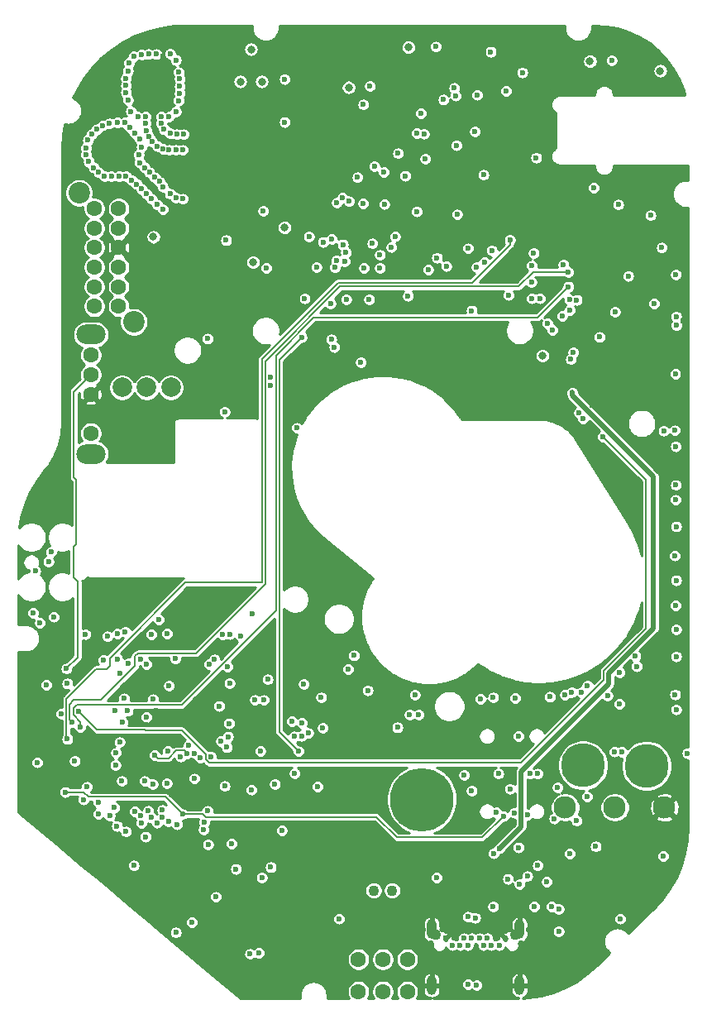
<source format=gbr>
G04 #@! TF.GenerationSoftware,KiCad,Pcbnew,5.1.6+dfsg1-1~bpo10+1*
G04 #@! TF.CreationDate,2020-12-17T18:50:31-05:00*
G04 #@! TF.ProjectId,4GRCP_Mainboard,34475243-505f-44d6-9169-6e626f617264,rev?*
G04 #@! TF.SameCoordinates,Original*
G04 #@! TF.FileFunction,Copper,L4,Inr*
G04 #@! TF.FilePolarity,Positive*
%FSLAX46Y46*%
G04 Gerber Fmt 4.6, Leading zero omitted, Abs format (unit mm)*
G04 Created by KiCad (PCBNEW 5.1.6+dfsg1-1~bpo10+1) date 2020-12-17 18:50:31*
%MOMM*%
%LPD*%
G01*
G04 APERTURE LIST*
G04 #@! TA.AperFunction,ViaPad*
%ADD10O,1.000000X2.000000*%
G04 #@! TD*
G04 #@! TA.AperFunction,ViaPad*
%ADD11C,1.100000*%
G04 #@! TD*
G04 #@! TA.AperFunction,ViaPad*
%ADD12C,0.600000*%
G04 #@! TD*
G04 #@! TA.AperFunction,ViaPad*
%ADD13C,4.500000*%
G04 #@! TD*
G04 #@! TA.AperFunction,ViaPad*
%ADD14C,2.300000*%
G04 #@! TD*
G04 #@! TA.AperFunction,ViaPad*
%ADD15O,3.000000X2.000000*%
G04 #@! TD*
G04 #@! TA.AperFunction,ViaPad*
%ADD16C,1.600000*%
G04 #@! TD*
G04 #@! TA.AperFunction,ViaPad*
%ADD17C,2.200000*%
G04 #@! TD*
G04 #@! TA.AperFunction,ViaPad*
%ADD18C,6.500000*%
G04 #@! TD*
G04 #@! TA.AperFunction,ViaPad*
%ADD19C,2.000000*%
G04 #@! TD*
G04 #@! TA.AperFunction,ViaPad*
%ADD20C,0.800000*%
G04 #@! TD*
G04 #@! TA.AperFunction,Conductor*
%ADD21C,0.500000*%
G04 #@! TD*
G04 #@! TA.AperFunction,Conductor*
%ADD22C,0.200000*%
G04 #@! TD*
G04 #@! TA.AperFunction,Conductor*
%ADD23C,0.254000*%
G04 #@! TD*
G04 APERTURE END LIST*
D10*
X155000000Y-153005000D03*
X164000000Y-153005000D03*
D11*
X155450000Y-147805000D03*
D10*
X155000000Y-147255000D03*
D11*
X163550000Y-147805000D03*
D10*
X164000000Y-147255000D03*
D12*
X161900000Y-148905000D03*
X161100000Y-148905000D03*
X160300000Y-148905000D03*
X157100000Y-148905000D03*
X157900000Y-148905000D03*
X158700000Y-148905000D03*
X162550000Y-148205000D03*
X160700000Y-148205000D03*
X159900000Y-148205000D03*
X156450000Y-148205000D03*
X158300000Y-148205000D03*
X159100000Y-148205000D03*
D13*
X170500000Y-130500000D03*
D11*
X149050000Y-143300000D03*
X150950000Y-143300000D03*
D14*
X168670000Y-134800000D03*
X173750000Y-134800000D03*
X178830000Y-134800000D03*
D15*
X120100000Y-86400000D03*
X120100000Y-98600000D03*
D16*
X120100000Y-88500000D03*
X120100000Y-90500000D03*
X120100000Y-92500000D03*
X120100000Y-96500000D03*
X120450000Y-73500000D03*
X120450000Y-75500000D03*
X120450000Y-77500000D03*
X120450000Y-79500000D03*
X120450000Y-81500000D03*
X120450000Y-83500000D03*
X122950000Y-73500000D03*
X122950000Y-75500000D03*
X122950000Y-77500000D03*
X122950000Y-79500000D03*
X122950000Y-81500000D03*
X122950000Y-83500000D03*
D17*
X118900000Y-71900000D03*
X124500000Y-85100000D03*
D16*
X147500000Y-150350000D03*
X147500000Y-153650000D03*
X150000000Y-150350000D03*
X150000000Y-153650000D03*
X152500000Y-150350000D03*
X152500000Y-153650000D03*
D18*
X154000000Y-134000000D03*
D13*
X177000000Y-130550000D03*
D19*
X128300000Y-91800000D03*
X123300000Y-91800000D03*
X125800000Y-91800000D03*
D12*
X114600000Y-130200000D03*
X116300000Y-115300000D03*
X157150000Y-66250000D03*
X160650000Y-65849998D03*
X150731792Y-65881792D03*
X127510000Y-57930000D03*
X165300000Y-148600000D03*
X174300000Y-142150010D03*
X174316944Y-144966954D03*
X170250000Y-145050000D03*
X166350000Y-144949989D03*
X155605805Y-145540872D03*
X127300000Y-119700000D03*
X135600000Y-119350000D03*
X119000000Y-129000000D03*
X137600000Y-147300000D03*
X136100000Y-145100000D03*
X130000000Y-143200000D03*
X161600000Y-141950010D03*
X173438916Y-138800015D03*
X172609289Y-138800015D03*
X137500000Y-122500000D03*
X145600000Y-132600000D03*
X176879989Y-136700000D03*
X181174990Y-128502177D03*
X180029986Y-112550000D03*
X180095151Y-106866759D03*
X180157147Y-101066647D03*
X180200000Y-94750000D03*
X180705085Y-85000012D03*
X180697593Y-90364786D03*
D20*
X166450000Y-90350000D03*
D12*
X166250000Y-81300000D03*
X171450000Y-91750000D03*
X167100000Y-81100000D03*
X165123506Y-81960379D03*
X174000000Y-87550000D03*
X174000000Y-85250000D03*
X167900000Y-59000000D03*
X145150000Y-147999998D03*
X127200000Y-112850000D03*
X117275000Y-109600000D03*
X120375000Y-112100000D03*
X144964536Y-123585454D03*
X146802248Y-122200022D03*
X165050000Y-123925032D03*
X147900000Y-126700000D03*
X180155753Y-122532113D03*
X180199990Y-117523931D03*
X157975000Y-135575000D03*
X159894264Y-131250111D03*
X174095133Y-123224990D03*
X173354691Y-125299993D03*
X140654449Y-119275021D03*
X126150000Y-121025000D03*
X130069195Y-136231772D03*
X137309441Y-131297672D03*
X147800000Y-131300043D03*
X130038915Y-120538917D03*
X131600000Y-92425000D03*
X126819967Y-124924990D03*
X140200000Y-123800010D03*
X138349990Y-117825000D03*
X132850008Y-131297681D03*
X132825000Y-112875000D03*
X137475000Y-133050000D03*
X125499990Y-129400000D03*
X125893921Y-131000884D03*
X167000001Y-76975000D03*
X180382499Y-79346933D03*
X157449937Y-69258906D03*
X127574936Y-70119523D03*
X125368211Y-127468211D03*
X125792037Y-126323043D03*
X119750000Y-115100000D03*
X171433281Y-93657315D03*
X141350000Y-142400000D03*
X154221064Y-139650031D03*
X151340274Y-139650031D03*
X138949820Y-132403322D03*
X159442368Y-146106808D03*
X137600000Y-142000000D03*
X137300000Y-149700000D03*
X128800000Y-147600000D03*
X114400000Y-110600000D03*
X122774991Y-136706682D03*
X114200000Y-114899996D03*
X119350010Y-134000000D03*
X161300000Y-123550000D03*
X152750000Y-125300000D03*
X125278781Y-136415225D03*
X116050000Y-108650000D03*
X114883338Y-115897623D03*
X126436135Y-132411870D03*
X163550010Y-123613909D03*
X161828980Y-131349061D03*
X119700000Y-132700000D03*
X159600000Y-153000000D03*
X158700000Y-152900000D03*
X134500000Y-138499994D03*
X132100000Y-138600000D03*
X126450000Y-123725000D03*
X127973204Y-129015014D03*
X133803845Y-132621979D03*
X141200055Y-95950000D03*
X133800000Y-94300000D03*
D20*
X126500000Y-76400000D03*
X171200000Y-58400000D03*
X152600000Y-57000000D03*
X136500000Y-57200000D03*
X137600000Y-60500000D03*
X135400000Y-60499992D03*
D12*
X160000000Y-123700000D03*
X159100000Y-133100000D03*
X138200000Y-121700000D03*
X130454490Y-146545510D03*
X136400000Y-149800000D03*
X118461090Y-130061090D03*
X140700000Y-126000000D03*
X169343661Y-123000010D03*
X172995122Y-123371620D03*
X174200000Y-124200000D03*
X115754055Y-109644213D03*
X165450000Y-78050000D03*
X143875185Y-76925661D03*
X136554390Y-132993961D03*
X127079133Y-115593034D03*
X174242188Y-120979959D03*
X159100000Y-83950000D03*
X134300000Y-122100011D03*
X130700000Y-131850030D03*
X138525000Y-140925000D03*
X119550000Y-117075000D03*
X140975000Y-131325000D03*
X136650000Y-115000000D03*
X115549990Y-122250000D03*
X124500006Y-140750000D03*
X173761091Y-84088909D03*
X169246875Y-88924999D03*
X167350000Y-85950000D03*
X166850000Y-85250000D03*
X168000000Y-147500000D03*
X161938852Y-139000000D03*
X169374998Y-92350000D03*
X165500000Y-144949989D03*
X165849988Y-140749990D03*
X143300000Y-132675000D03*
X128930371Y-136533203D03*
X128100000Y-122350000D03*
X130129291Y-128431475D03*
X163450000Y-135350000D03*
X174300000Y-146200000D03*
X123274968Y-132100000D03*
X128750000Y-119575000D03*
X123875000Y-124925000D03*
X120874998Y-135475000D03*
X133950000Y-76750000D03*
D20*
X136700000Y-79000000D03*
D12*
X157550000Y-67024990D03*
X149125000Y-69175000D03*
X160300000Y-70049928D03*
D20*
X139950000Y-75450000D03*
D12*
X152300000Y-70150000D03*
X157600000Y-74100000D03*
X147400000Y-70300000D03*
X150100000Y-69750000D03*
X139950000Y-60250002D03*
X139950000Y-64650000D03*
X150150000Y-73050000D03*
X158725000Y-77575000D03*
X151250000Y-76350000D03*
X150870000Y-77450002D03*
D20*
X166350000Y-88550000D03*
D12*
X125300000Y-57750000D03*
X138050000Y-79600000D03*
X149700000Y-78250000D03*
X153900000Y-63749990D03*
X162625000Y-61475000D03*
X161150000Y-77775000D03*
X171600000Y-71375000D03*
X145250000Y-78800000D03*
X153475000Y-73800000D03*
X164275000Y-59575000D03*
X173425000Y-58325000D03*
X155425000Y-56924990D03*
X144775000Y-76625000D03*
X142425000Y-76375000D03*
X160400000Y-79000000D03*
X145029215Y-87673184D03*
X148925000Y-77075000D03*
X174100000Y-73100000D03*
X129600000Y-65900000D03*
X128900000Y-65900000D03*
X128200000Y-65800000D03*
X127600000Y-65400000D03*
X127300000Y-64800000D03*
X127300000Y-64100000D03*
X125700000Y-64100000D03*
X125700000Y-64800000D03*
X125800000Y-65500000D03*
X125999992Y-66100000D03*
X126349997Y-66649997D03*
X126900000Y-67100002D03*
X128100000Y-67500000D03*
X128800000Y-67500000D03*
X129500000Y-67500000D03*
X127500000Y-67400000D03*
X129500000Y-72500000D03*
X128800000Y-72400000D03*
X128200000Y-72000000D03*
X127450000Y-71249994D03*
X127100000Y-70700000D03*
X126600000Y-70300000D03*
X126100000Y-69800000D03*
X125600000Y-69300000D03*
X125100000Y-68800000D03*
X125000000Y-68000000D03*
X125300000Y-67200000D03*
X125100000Y-66400000D03*
X124600000Y-65800000D03*
X124100000Y-65200000D03*
X123600000Y-64700000D03*
X122800000Y-64700000D03*
X122000000Y-64800000D03*
X121300000Y-65000000D03*
X120700000Y-65400000D03*
X120200000Y-65900000D03*
X119600000Y-68000000D03*
X119900000Y-68700000D03*
X119600000Y-67299996D03*
X119800000Y-66500000D03*
X120400000Y-69300000D03*
X120900000Y-69800000D03*
X121500000Y-70200000D03*
X122200000Y-70200000D03*
X123000000Y-70200000D03*
X123700000Y-70200000D03*
X124299992Y-70600000D03*
X124800000Y-71000000D03*
X125300000Y-71500000D03*
X125800000Y-72000000D03*
X126300000Y-72500000D03*
X126900000Y-73100000D03*
X127499998Y-73600000D03*
X128100000Y-64100000D03*
X128800000Y-63600000D03*
X129100000Y-62450000D03*
X129200000Y-61700000D03*
X129200000Y-61000000D03*
X129200000Y-60200000D03*
X129100000Y-59550000D03*
X128800000Y-58300000D03*
X128208783Y-57657593D03*
X126796502Y-57698867D03*
X126000000Y-57700000D03*
X124500000Y-57900000D03*
X124000000Y-58600000D03*
X123900000Y-59400000D03*
X123700000Y-60200000D03*
X123700000Y-60900000D03*
X123700000Y-61600000D03*
X123900000Y-62400000D03*
X124200000Y-63550000D03*
X124900000Y-64100000D03*
X177400000Y-74200000D03*
X137750000Y-73750000D03*
X168500000Y-79254099D03*
X155543243Y-78543235D03*
X154638155Y-79771718D03*
X151550000Y-67850002D03*
X165250000Y-79350000D03*
X148450000Y-122817812D03*
X123507517Y-123632517D03*
X151484093Y-126615907D03*
X125801744Y-125573094D03*
X178700000Y-139800000D03*
X122595052Y-124871740D03*
X122025011Y-135640116D03*
X161613286Y-135313486D03*
X120872020Y-134269810D03*
X161349984Y-139500000D03*
X158700000Y-146000000D03*
X161300000Y-144949999D03*
X134958588Y-141100074D03*
X163875000Y-127500000D03*
X134100000Y-120399990D03*
X127425023Y-135081657D03*
X123050000Y-128125000D03*
X129300000Y-129599945D03*
X122672675Y-129221355D03*
X130725572Y-129249983D03*
X122616181Y-130488442D03*
X131298529Y-129733964D03*
X126648683Y-129452209D03*
X129975979Y-129275029D03*
X154350014Y-68400000D03*
X165700011Y-68300000D03*
X169851840Y-82852675D03*
X169102535Y-82820101D03*
X169150000Y-83927664D03*
X169507145Y-88215897D03*
X166077834Y-82699999D03*
X165250000Y-82699998D03*
X172175000Y-86650000D03*
X125803134Y-120145794D03*
X139650000Y-137175010D03*
X167088434Y-123483808D03*
X170350000Y-123000000D03*
X153275000Y-123275000D03*
X144725000Y-86900000D03*
X129475000Y-135500000D03*
X117475000Y-133225000D03*
X162349990Y-135700000D03*
X153675000Y-125300000D03*
X134325000Y-117075021D03*
X170950000Y-122350000D03*
X132203679Y-120155524D03*
X153451904Y-65796565D03*
X154200000Y-65850000D03*
X163000000Y-76700000D03*
X117700000Y-127800000D03*
X119019346Y-126580503D03*
X169001256Y-81497498D03*
X180029980Y-111550000D03*
X123325000Y-126102485D03*
X179895163Y-109026944D03*
X134151601Y-127550840D03*
X135436084Y-117286084D03*
X180000000Y-80250000D03*
X143688916Y-123549990D03*
X176006401Y-120360326D03*
X178550000Y-77500000D03*
X181174990Y-129252179D03*
X125972163Y-135168884D03*
X126293054Y-135846783D03*
X180029999Y-124775576D03*
X179926083Y-123246095D03*
X126863401Y-136364237D03*
X180029998Y-119347506D03*
X127393066Y-135833226D03*
X180029964Y-116600000D03*
X128035515Y-136220236D03*
X122800000Y-117000000D03*
X179961690Y-114122585D03*
X180029986Y-84550000D03*
X127897172Y-117025004D03*
X121789337Y-117295735D03*
X177786084Y-83213916D03*
X136900000Y-123800000D03*
X179950032Y-90425372D03*
X137800000Y-123800002D03*
X180051979Y-85457720D03*
X141700537Y-126149979D03*
X179879430Y-96198826D03*
X143850000Y-126675000D03*
X178750000Y-96250000D03*
X180000000Y-101800000D03*
X141667245Y-127485730D03*
X179990380Y-97843647D03*
X142357017Y-127191227D03*
X180029978Y-106050000D03*
X134252778Y-126199945D03*
X179960872Y-103312230D03*
X140919307Y-127541475D03*
X117700000Y-122125000D03*
X117600000Y-120600000D03*
X121375000Y-119700000D03*
X122800000Y-119600000D03*
X169132868Y-139532174D03*
X123700000Y-137275000D03*
X159650000Y-61875000D03*
X123625000Y-116825010D03*
X132900000Y-143950000D03*
X123950000Y-120050000D03*
X155500000Y-142000000D03*
X123100000Y-121050000D03*
X125701416Y-137798584D03*
X125161065Y-119595784D03*
X133575497Y-117102322D03*
X132398540Y-129600345D03*
X141375000Y-129050000D03*
X141686411Y-86661411D03*
X146225000Y-78000000D03*
X134030538Y-128650851D03*
X145900000Y-77175000D03*
X133426031Y-128023967D03*
X137450000Y-129025000D03*
X127875000Y-132325000D03*
X133250000Y-124425000D03*
X141900000Y-122175000D03*
X168648388Y-123281281D03*
X146450000Y-120650000D03*
X132763480Y-119656384D03*
X126300000Y-117100000D03*
X122500000Y-134825000D03*
X125598329Y-132099989D03*
X145074990Y-79529721D03*
X124587693Y-135225866D03*
X146100000Y-78925000D03*
X125191867Y-135670266D03*
X159600000Y-79500004D03*
X147986194Y-72982787D03*
X149700000Y-79600000D03*
X146536172Y-72754076D03*
X148600000Y-82800000D03*
X145875000Y-72400000D03*
X148075010Y-79600000D03*
X145288909Y-72886091D03*
X146250010Y-82800000D03*
X144626416Y-83226416D03*
X143200000Y-79500004D03*
X142000000Y-82700000D03*
X159426996Y-65609167D03*
D20*
X146500000Y-61100000D03*
D12*
X157449998Y-61950000D03*
X156200000Y-62350000D03*
X148000000Y-62850000D03*
X157300236Y-61165093D03*
X163014977Y-132900000D03*
X170900000Y-133700000D03*
X174463909Y-129113909D03*
X163900000Y-138900000D03*
X173700000Y-129100000D03*
X164850010Y-135559886D03*
X165843421Y-131349996D03*
X162875000Y-82350000D03*
X168350000Y-84500006D03*
X167900000Y-132750000D03*
X145500000Y-146200000D03*
X168000000Y-145200000D03*
X169839634Y-136172156D03*
X167250000Y-144949999D03*
X171800000Y-138800015D03*
X131658671Y-137066139D03*
X117050000Y-125200000D03*
X131729021Y-136319434D03*
X167550000Y-135949939D03*
X166786627Y-142400195D03*
X162808513Y-142113654D03*
X163995708Y-142649989D03*
X164787552Y-141850010D03*
D20*
X178400000Y-59400000D03*
D12*
X165200000Y-81025010D03*
X161050000Y-57450000D03*
X148675000Y-60975000D03*
X172530018Y-96844982D03*
X118850032Y-124978200D03*
X156500000Y-79400000D03*
X138500010Y-91604964D03*
X152570000Y-82445000D03*
X138500010Y-90750000D03*
X118200000Y-126100000D03*
X169000004Y-80000000D03*
X147750000Y-89250000D03*
X170092517Y-94407481D03*
X175863055Y-119313055D03*
X170500000Y-95000000D03*
X147050000Y-119250000D03*
X158325000Y-131500000D03*
X165050000Y-131319998D03*
X132050000Y-86825000D03*
X132050000Y-135150000D03*
X175125000Y-80400000D03*
D21*
X173125000Y-122208996D02*
X164150000Y-131183996D01*
X173125000Y-121061145D02*
X173125000Y-122208996D01*
X164150000Y-136788852D02*
X161938852Y-139000000D01*
X177725000Y-100938998D02*
X177725000Y-116461145D01*
X164150000Y-131183996D02*
X164150000Y-136788852D01*
X177725000Y-116461145D02*
X173125000Y-121061145D01*
X169425000Y-92325000D02*
X169425000Y-92638998D01*
X169425000Y-92638998D02*
X177725000Y-100938998D01*
D22*
X126948682Y-129752208D02*
X128050012Y-129752208D01*
X128050012Y-129752208D02*
X128827190Y-128975030D01*
X128827190Y-128975030D02*
X129675980Y-128975030D01*
X129675980Y-128975030D02*
X129975979Y-129275029D01*
X126648683Y-129452209D02*
X126948682Y-129752208D01*
X127694809Y-133719809D02*
X129475000Y-135500000D01*
X119858811Y-133719809D02*
X127694809Y-133719809D01*
X119364002Y-133225000D02*
X119858811Y-133719809D01*
X117475000Y-133225000D02*
X119364002Y-133225000D01*
X129475000Y-135500000D02*
X131585998Y-135500000D01*
X149319433Y-135769433D02*
X151425000Y-137875000D01*
X160174990Y-137875000D02*
X162349990Y-135700000D01*
X151425000Y-137875000D02*
X160174990Y-137875000D01*
X131585998Y-135500000D02*
X131855431Y-135769433D01*
X131855431Y-135769433D02*
X149319433Y-135769433D01*
X117600000Y-127700000D02*
X117700000Y-127800000D01*
X120655011Y-120650001D02*
X117600000Y-123705012D01*
X129736002Y-111800010D02*
X122025001Y-119511011D01*
X145389023Y-81110977D02*
X137599990Y-88900010D01*
X121689001Y-120650001D02*
X120655011Y-120650001D01*
X122025001Y-119511011D02*
X122025001Y-120314001D01*
X137599990Y-88900010D02*
X137599990Y-111800010D01*
X163000000Y-76700000D02*
X163000000Y-77214002D01*
X117600000Y-123705012D02*
X117600000Y-127700000D01*
X122025001Y-120314001D02*
X121689001Y-120650001D01*
X159103025Y-81110977D02*
X145389023Y-81110977D01*
X163000000Y-77214002D02*
X159103025Y-81110977D01*
X137599990Y-111800010D02*
X129736002Y-111800010D01*
X119019346Y-126580503D02*
X119019346Y-126066334D01*
X118300022Y-125347010D02*
X118300022Y-124649978D01*
X119019346Y-126066334D02*
X118300022Y-125347010D01*
X139050011Y-88519979D02*
X142919991Y-84649999D01*
X118300022Y-124649978D02*
X118634039Y-124315961D01*
X165848755Y-84649999D02*
X169001256Y-81497498D01*
X139050011Y-114660977D02*
X139050011Y-88519979D01*
X129395027Y-124315961D02*
X139050011Y-114660977D01*
X118634039Y-124315961D02*
X129395027Y-124315961D01*
X142919991Y-84649999D02*
X165848755Y-84649999D01*
X118750000Y-111687498D02*
X118750000Y-119450000D01*
X118349990Y-92250010D02*
X118349990Y-100974990D01*
X118612501Y-101237501D02*
X118612501Y-107850001D01*
X120100000Y-90500000D02*
X118349990Y-92250010D01*
X118612501Y-107850001D02*
X118334499Y-108128003D01*
X118750000Y-119450000D02*
X117600000Y-120600000D01*
X118334499Y-108128003D02*
X118334499Y-111271997D01*
X118349990Y-100974990D02*
X118612501Y-101237501D01*
X118334499Y-111271997D02*
X118750000Y-111687498D01*
X139400022Y-127075022D02*
X139400022Y-88947800D01*
X141375000Y-129050000D02*
X139400022Y-127075022D01*
X139400022Y-88947800D02*
X141686411Y-86661411D01*
X172625000Y-121739802D02*
X164138385Y-130226417D01*
X131848530Y-129882668D02*
X131848530Y-129336712D01*
X176950000Y-116500000D02*
X172625000Y-120825000D01*
X125680191Y-126861563D02*
X120733395Y-126861563D01*
X164138385Y-130226417D02*
X132192279Y-130226417D01*
X132192279Y-130226417D02*
X131848530Y-129882668D01*
X172625000Y-120825000D02*
X172625000Y-121739802D01*
X125718606Y-126899978D02*
X125680191Y-126861563D01*
X120733395Y-126861563D02*
X118850032Y-124978200D01*
X129411796Y-126899978D02*
X125718606Y-126899978D01*
X172530018Y-96844982D02*
X176950000Y-101264964D01*
X176950000Y-101264964D02*
X176950000Y-116500000D01*
X131848530Y-129336712D02*
X129411796Y-126899978D01*
X117950011Y-124249989D02*
X118375000Y-123825000D01*
X163925011Y-81460987D02*
X165385998Y-80000000D01*
X137950000Y-111950000D02*
X137950001Y-89124999D01*
X121139002Y-123825000D02*
X124611064Y-120352938D01*
X124611064Y-120352938D02*
X124611064Y-119336020D01*
X118375000Y-123825000D02*
X121139002Y-123825000D01*
X165385998Y-80000000D02*
X169000004Y-80000000D01*
X130875001Y-119024999D02*
X137950000Y-111950000D01*
X124922085Y-119024999D02*
X130875001Y-119024999D01*
X117950011Y-125850011D02*
X117950011Y-124249989D01*
X118200000Y-126100000D02*
X117950011Y-125850011D01*
X145614012Y-81460988D02*
X163925011Y-81460987D01*
X124611064Y-119336020D02*
X124922085Y-119024999D01*
X137950001Y-89124999D02*
X145614012Y-81460988D01*
D23*
G36*
X136598001Y-55022205D02*
G01*
X136600250Y-55045040D01*
X136600250Y-55057371D01*
X136600910Y-55063648D01*
X136621577Y-55247899D01*
X136630094Y-55287969D01*
X136638051Y-55328157D01*
X136639917Y-55334186D01*
X136695978Y-55510915D01*
X136712129Y-55548600D01*
X136727729Y-55586446D01*
X136730723Y-55591984D01*
X136730729Y-55591997D01*
X136730736Y-55592008D01*
X136820052Y-55754472D01*
X136843192Y-55788267D01*
X136865868Y-55822397D01*
X136869885Y-55827253D01*
X136869890Y-55827260D01*
X136869896Y-55827265D01*
X136989068Y-55969290D01*
X137018340Y-55997954D01*
X137047204Y-56027021D01*
X137052095Y-56031010D01*
X137196590Y-56147186D01*
X137230836Y-56169596D01*
X137264832Y-56192527D01*
X137270405Y-56195490D01*
X137434714Y-56281389D01*
X137472682Y-56296729D01*
X137510464Y-56312611D01*
X137516502Y-56314434D01*
X137516508Y-56314436D01*
X137694370Y-56366783D01*
X137734610Y-56374459D01*
X137774741Y-56382697D01*
X137781022Y-56383313D01*
X137965666Y-56400117D01*
X138006633Y-56399831D01*
X138047599Y-56400117D01*
X138053880Y-56399501D01*
X138238273Y-56380120D01*
X138278444Y-56371874D01*
X138318641Y-56364206D01*
X138324677Y-56362384D01*
X138324686Y-56362382D01*
X138324694Y-56362378D01*
X138501799Y-56307556D01*
X138539579Y-56291675D01*
X138577550Y-56276334D01*
X138583113Y-56273376D01*
X138583122Y-56273372D01*
X138583129Y-56273367D01*
X138746215Y-56185187D01*
X138780161Y-56162290D01*
X138814459Y-56139846D01*
X138819350Y-56135857D01*
X138962209Y-56017673D01*
X138991056Y-55988623D01*
X139020344Y-55959943D01*
X139024366Y-55955080D01*
X139141549Y-55811400D01*
X139164203Y-55777303D01*
X139187365Y-55743476D01*
X139190367Y-55737924D01*
X139277411Y-55574219D01*
X139293021Y-55536346D01*
X139309162Y-55498687D01*
X139311026Y-55492666D01*
X139311028Y-55492660D01*
X139311029Y-55492654D01*
X139364616Y-55315164D01*
X139372574Y-55274974D01*
X139381090Y-55234908D01*
X139381750Y-55228631D01*
X139399843Y-55044108D01*
X139399843Y-55044105D01*
X139402000Y-55022205D01*
X139402000Y-54752000D01*
X168598001Y-54752000D01*
X168598001Y-55022205D01*
X168600250Y-55045040D01*
X168600250Y-55057371D01*
X168600910Y-55063648D01*
X168621577Y-55247899D01*
X168630094Y-55287969D01*
X168638051Y-55328157D01*
X168639917Y-55334186D01*
X168695978Y-55510915D01*
X168712129Y-55548600D01*
X168727729Y-55586446D01*
X168730723Y-55591984D01*
X168730729Y-55591997D01*
X168730736Y-55592008D01*
X168820052Y-55754472D01*
X168843192Y-55788267D01*
X168865868Y-55822397D01*
X168869885Y-55827253D01*
X168869890Y-55827260D01*
X168869896Y-55827265D01*
X168989068Y-55969290D01*
X169018340Y-55997954D01*
X169047204Y-56027021D01*
X169052095Y-56031010D01*
X169196590Y-56147186D01*
X169230836Y-56169596D01*
X169264832Y-56192527D01*
X169270405Y-56195490D01*
X169434714Y-56281389D01*
X169472682Y-56296729D01*
X169510464Y-56312611D01*
X169516502Y-56314434D01*
X169516508Y-56314436D01*
X169694370Y-56366783D01*
X169734610Y-56374459D01*
X169774741Y-56382697D01*
X169781022Y-56383313D01*
X169965666Y-56400117D01*
X170006633Y-56399831D01*
X170047599Y-56400117D01*
X170053880Y-56399501D01*
X170238273Y-56380120D01*
X170278444Y-56371874D01*
X170318641Y-56364206D01*
X170324677Y-56362384D01*
X170324686Y-56362382D01*
X170324694Y-56362378D01*
X170501799Y-56307556D01*
X170539579Y-56291675D01*
X170577550Y-56276334D01*
X170583113Y-56273376D01*
X170583122Y-56273372D01*
X170583129Y-56273367D01*
X170746215Y-56185187D01*
X170780161Y-56162290D01*
X170814459Y-56139846D01*
X170819350Y-56135857D01*
X170962209Y-56017673D01*
X170991056Y-55988623D01*
X171020344Y-55959943D01*
X171024366Y-55955080D01*
X171141549Y-55811400D01*
X171164203Y-55777303D01*
X171187365Y-55743476D01*
X171190367Y-55737924D01*
X171277411Y-55574219D01*
X171293021Y-55536346D01*
X171309162Y-55498687D01*
X171311026Y-55492666D01*
X171311028Y-55492660D01*
X171311029Y-55492654D01*
X171364616Y-55315164D01*
X171372574Y-55274974D01*
X171381090Y-55234908D01*
X171381750Y-55228631D01*
X171399843Y-55044108D01*
X171399843Y-55044105D01*
X171402000Y-55022205D01*
X171402000Y-54752000D01*
X171685797Y-54752000D01*
X172896568Y-54828175D01*
X174074266Y-55052833D01*
X175214528Y-55423327D01*
X176299354Y-55933807D01*
X177311644Y-56576225D01*
X178235446Y-57340461D01*
X179056170Y-58214443D01*
X179760884Y-59184398D01*
X180338480Y-60235038D01*
X180780169Y-61350618D01*
X180922652Y-61896571D01*
X173602000Y-61897918D01*
X173602000Y-61777795D01*
X173599794Y-61755397D01*
X173599794Y-61748914D01*
X173599134Y-61742637D01*
X173588257Y-61645662D01*
X173579746Y-61605619D01*
X173571783Y-61565402D01*
X173569916Y-61559373D01*
X173540410Y-61466358D01*
X173524288Y-61428742D01*
X173508661Y-61390828D01*
X173505659Y-61385277D01*
X173458648Y-61299764D01*
X173435486Y-61265936D01*
X173412830Y-61231837D01*
X173408808Y-61226974D01*
X173346083Y-61152222D01*
X173316809Y-61123556D01*
X173287948Y-61094493D01*
X173283058Y-61090504D01*
X173207008Y-61029358D01*
X173172710Y-61006914D01*
X173138764Y-60984017D01*
X173133197Y-60981057D01*
X173133193Y-60981054D01*
X173133189Y-60981052D01*
X173046712Y-60935844D01*
X173008760Y-60920510D01*
X172970965Y-60904623D01*
X172964923Y-60902799D01*
X172964921Y-60902798D01*
X172964917Y-60902797D01*
X172871311Y-60875247D01*
X172831066Y-60867569D01*
X172790937Y-60859332D01*
X172784662Y-60858717D01*
X172784659Y-60858716D01*
X172784656Y-60858716D01*
X172687474Y-60849872D01*
X172646509Y-60850158D01*
X172605544Y-60849872D01*
X172599263Y-60850488D01*
X172599259Y-60850488D01*
X172502215Y-60860688D01*
X172462097Y-60868923D01*
X172421843Y-60876602D01*
X172415801Y-60878426D01*
X172322582Y-60907282D01*
X172284789Y-60923169D01*
X172246830Y-60938505D01*
X172241264Y-60941464D01*
X172241260Y-60941466D01*
X172241257Y-60941468D01*
X172155420Y-60987881D01*
X172121458Y-61010788D01*
X172087178Y-61033221D01*
X172082298Y-61037202D01*
X172082286Y-61037210D01*
X172082277Y-61037219D01*
X172007099Y-61099412D01*
X171978238Y-61128474D01*
X171948965Y-61157140D01*
X171944942Y-61162003D01*
X171944939Y-61162006D01*
X171944937Y-61162009D01*
X171883266Y-61237624D01*
X171860586Y-61271760D01*
X171837447Y-61305554D01*
X171834445Y-61311105D01*
X171788634Y-61397266D01*
X171773038Y-61435104D01*
X171756885Y-61472792D01*
X171755019Y-61478821D01*
X171726814Y-61572239D01*
X171718855Y-61612434D01*
X171710339Y-61652500D01*
X171709679Y-61658777D01*
X171700157Y-61755894D01*
X171700157Y-61755905D01*
X171698001Y-61777795D01*
X171698001Y-61898000D01*
X168127795Y-61898000D01*
X168105397Y-61900206D01*
X168098914Y-61900206D01*
X168092637Y-61900866D01*
X167995662Y-61911743D01*
X167955619Y-61920254D01*
X167915402Y-61928217D01*
X167909379Y-61930082D01*
X167909375Y-61930083D01*
X167909372Y-61930084D01*
X167909373Y-61930084D01*
X167816358Y-61959590D01*
X167778742Y-61975712D01*
X167740828Y-61991339D01*
X167735277Y-61994341D01*
X167649764Y-62041352D01*
X167615936Y-62064514D01*
X167581837Y-62087170D01*
X167576974Y-62091192D01*
X167502222Y-62153917D01*
X167473556Y-62183191D01*
X167444493Y-62212052D01*
X167440504Y-62216942D01*
X167379358Y-62292992D01*
X167356914Y-62327290D01*
X167334017Y-62361236D01*
X167331057Y-62366803D01*
X167331054Y-62366807D01*
X167331054Y-62366808D01*
X167285844Y-62453288D01*
X167270510Y-62491240D01*
X167254623Y-62529035D01*
X167252799Y-62535077D01*
X167225247Y-62628689D01*
X167217569Y-62668934D01*
X167209332Y-62709063D01*
X167208716Y-62715344D01*
X167199872Y-62812526D01*
X167200158Y-62853491D01*
X167199872Y-62894456D01*
X167200488Y-62900737D01*
X167210688Y-62997786D01*
X167218926Y-63037917D01*
X167226602Y-63078157D01*
X167228426Y-63084199D01*
X167257282Y-63177418D01*
X167273169Y-63215211D01*
X167288505Y-63253170D01*
X167291462Y-63258732D01*
X167291466Y-63258740D01*
X167291471Y-63258747D01*
X167337881Y-63344580D01*
X167360778Y-63378526D01*
X167383221Y-63412822D01*
X167387206Y-63417707D01*
X167387210Y-63417713D01*
X167387215Y-63417718D01*
X167449411Y-63492901D01*
X167478493Y-63521781D01*
X167507140Y-63551035D01*
X167512003Y-63555058D01*
X167512006Y-63555061D01*
X167512010Y-63555063D01*
X167587624Y-63616734D01*
X167621757Y-63639412D01*
X167655553Y-63662553D01*
X167661089Y-63665545D01*
X167661099Y-63665552D01*
X167661109Y-63665556D01*
X167698001Y-63685172D01*
X167698000Y-67314834D01*
X167649764Y-67341352D01*
X167615936Y-67364514D01*
X167581837Y-67387170D01*
X167576974Y-67391192D01*
X167502222Y-67453917D01*
X167473556Y-67483191D01*
X167444493Y-67512052D01*
X167440504Y-67516942D01*
X167379358Y-67592992D01*
X167356914Y-67627290D01*
X167334017Y-67661236D01*
X167331057Y-67666803D01*
X167331054Y-67666807D01*
X167331054Y-67666808D01*
X167285844Y-67753288D01*
X167270510Y-67791240D01*
X167254623Y-67829035D01*
X167252799Y-67835077D01*
X167225247Y-67928689D01*
X167217569Y-67968934D01*
X167209332Y-68009063D01*
X167208716Y-68015344D01*
X167199872Y-68112526D01*
X167200158Y-68153491D01*
X167199872Y-68194456D01*
X167200488Y-68200737D01*
X167210688Y-68297786D01*
X167218926Y-68337917D01*
X167226602Y-68378157D01*
X167228426Y-68384199D01*
X167257282Y-68477418D01*
X167273169Y-68515211D01*
X167288505Y-68553170D01*
X167291462Y-68558732D01*
X167291466Y-68558740D01*
X167291471Y-68558747D01*
X167337881Y-68644580D01*
X167360778Y-68678526D01*
X167383221Y-68712822D01*
X167387206Y-68717707D01*
X167387210Y-68717713D01*
X167387215Y-68717718D01*
X167449411Y-68792901D01*
X167478493Y-68821781D01*
X167507140Y-68851035D01*
X167512003Y-68855058D01*
X167512006Y-68855061D01*
X167512010Y-68855063D01*
X167587624Y-68916734D01*
X167621757Y-68939412D01*
X167655553Y-68962553D01*
X167661089Y-68965545D01*
X167661099Y-68965552D01*
X167661109Y-68965556D01*
X167747266Y-69011366D01*
X167785104Y-69026962D01*
X167822792Y-69043115D01*
X167828821Y-69044981D01*
X167922239Y-69073186D01*
X167962448Y-69081148D01*
X168002501Y-69089661D01*
X168008771Y-69090320D01*
X168008774Y-69090321D01*
X168008777Y-69090321D01*
X168105895Y-69099843D01*
X168127795Y-69102000D01*
X171698000Y-69102000D01*
X171698000Y-69222204D01*
X171700206Y-69244602D01*
X171700206Y-69251086D01*
X171700866Y-69257363D01*
X171711743Y-69354338D01*
X171720254Y-69394381D01*
X171728217Y-69434598D01*
X171730084Y-69440627D01*
X171759590Y-69533642D01*
X171775723Y-69571283D01*
X171791339Y-69609171D01*
X171794339Y-69614719D01*
X171794341Y-69614724D01*
X171794344Y-69614728D01*
X171841352Y-69700236D01*
X171864496Y-69734037D01*
X171887169Y-69768163D01*
X171891192Y-69773026D01*
X171953917Y-69847778D01*
X171983191Y-69876444D01*
X172012052Y-69905507D01*
X172016942Y-69909496D01*
X172092992Y-69970642D01*
X172127282Y-69993081D01*
X172161236Y-70015983D01*
X172166798Y-70018940D01*
X172166807Y-70018946D01*
X172166816Y-70018950D01*
X172253288Y-70064156D01*
X172291297Y-70079513D01*
X172329035Y-70095377D01*
X172335065Y-70097197D01*
X172335079Y-70097203D01*
X172335093Y-70097206D01*
X172428688Y-70124753D01*
X172468941Y-70132432D01*
X172509063Y-70140668D01*
X172515338Y-70141283D01*
X172515341Y-70141284D01*
X172515344Y-70141284D01*
X172612527Y-70150128D01*
X172653492Y-70149842D01*
X172694456Y-70150128D01*
X172700737Y-70149512D01*
X172700741Y-70149512D01*
X172797786Y-70139312D01*
X172837917Y-70131074D01*
X172878157Y-70123398D01*
X172884199Y-70121574D01*
X172977418Y-70092718D01*
X173015211Y-70076831D01*
X173053170Y-70061495D01*
X173058732Y-70058538D01*
X173058740Y-70058534D01*
X173058747Y-70058529D01*
X173144580Y-70012119D01*
X173178526Y-69989222D01*
X173212822Y-69966779D01*
X173217707Y-69962794D01*
X173217713Y-69962790D01*
X173217718Y-69962785D01*
X173292901Y-69900589D01*
X173321781Y-69871507D01*
X173351035Y-69842860D01*
X173355058Y-69837997D01*
X173355061Y-69837994D01*
X173355063Y-69837990D01*
X173416734Y-69762376D01*
X173439412Y-69728243D01*
X173462553Y-69694447D01*
X173465545Y-69688911D01*
X173465552Y-69688901D01*
X173465556Y-69688891D01*
X173511366Y-69602734D01*
X173526962Y-69564896D01*
X173543115Y-69527208D01*
X173544981Y-69521179D01*
X173573186Y-69427761D01*
X173581148Y-69387552D01*
X173589661Y-69347499D01*
X173590321Y-69341223D01*
X173599843Y-69244105D01*
X173602000Y-69222205D01*
X173602000Y-69102000D01*
X181248001Y-69102000D01*
X181248000Y-70598000D01*
X180977795Y-70598000D01*
X180954950Y-70600250D01*
X180942629Y-70600250D01*
X180936352Y-70600910D01*
X180752100Y-70621577D01*
X180712009Y-70630098D01*
X180671844Y-70638051D01*
X180665819Y-70639916D01*
X180665813Y-70639917D01*
X180665807Y-70639919D01*
X180489085Y-70695978D01*
X180451412Y-70712124D01*
X180413554Y-70727729D01*
X180408002Y-70730730D01*
X180245528Y-70820052D01*
X180211766Y-70843169D01*
X180177602Y-70865868D01*
X180172740Y-70869891D01*
X180030710Y-70989069D01*
X180002065Y-71018321D01*
X179972979Y-71047204D01*
X179968990Y-71052095D01*
X179852813Y-71196590D01*
X179830386Y-71230863D01*
X179807473Y-71264832D01*
X179804510Y-71270404D01*
X179718611Y-71434714D01*
X179703260Y-71472708D01*
X179687389Y-71510465D01*
X179685567Y-71516499D01*
X179685565Y-71516505D01*
X179685565Y-71516507D01*
X179633217Y-71694370D01*
X179625542Y-71734604D01*
X179617303Y-71774741D01*
X179616687Y-71781022D01*
X179599883Y-71965666D01*
X179600169Y-72006633D01*
X179599883Y-72047599D01*
X179600499Y-72053880D01*
X179619880Y-72238273D01*
X179628126Y-72278444D01*
X179635794Y-72318641D01*
X179637616Y-72324677D01*
X179637618Y-72324686D01*
X179637622Y-72324694D01*
X179692444Y-72501799D01*
X179708325Y-72539579D01*
X179723666Y-72577550D01*
X179726624Y-72583113D01*
X179726628Y-72583122D01*
X179726633Y-72583129D01*
X179814813Y-72746215D01*
X179837710Y-72780161D01*
X179860154Y-72814459D01*
X179864143Y-72819350D01*
X179982327Y-72962209D01*
X180011377Y-72991056D01*
X180040057Y-73020344D01*
X180044920Y-73024366D01*
X180188600Y-73141549D01*
X180222697Y-73164203D01*
X180256524Y-73187365D01*
X180262076Y-73190367D01*
X180425781Y-73277411D01*
X180463654Y-73293021D01*
X180501313Y-73309162D01*
X180507334Y-73311026D01*
X180507340Y-73311028D01*
X180507346Y-73311029D01*
X180684836Y-73364616D01*
X180725026Y-73372574D01*
X180765092Y-73381090D01*
X180771369Y-73381750D01*
X180955892Y-73399843D01*
X180955895Y-73399843D01*
X180977795Y-73402000D01*
X181248000Y-73402000D01*
X181248001Y-128576438D01*
X181241669Y-128575179D01*
X181108311Y-128575179D01*
X180977516Y-128601195D01*
X180854310Y-128652229D01*
X180743427Y-128726319D01*
X180649130Y-128820616D01*
X180575040Y-128931499D01*
X180524006Y-129054705D01*
X180497990Y-129185500D01*
X180497990Y-129318858D01*
X180524006Y-129449653D01*
X180575040Y-129572859D01*
X180649130Y-129683742D01*
X180743427Y-129778039D01*
X180854310Y-129852129D01*
X180977516Y-129903163D01*
X181108311Y-129929179D01*
X181241669Y-129929179D01*
X181248001Y-129927920D01*
X181248001Y-136815971D01*
X181170723Y-138156207D01*
X180942160Y-139465817D01*
X180564586Y-140740488D01*
X180043010Y-141963307D01*
X179384343Y-143118076D01*
X178595906Y-144191403D01*
X177853216Y-145007559D01*
X175172000Y-147688777D01*
X174975910Y-147492687D01*
X174958175Y-147478132D01*
X174949451Y-147469408D01*
X174944546Y-147465436D01*
X174799593Y-147349721D01*
X174765257Y-147327423D01*
X174731191Y-147304618D01*
X174725608Y-147301675D01*
X174560940Y-147216319D01*
X174522929Y-147201116D01*
X174485082Y-147185362D01*
X174479034Y-147183559D01*
X174300921Y-147131813D01*
X174260656Y-147124278D01*
X174220495Y-147116180D01*
X174214212Y-147115586D01*
X174029442Y-147099421D01*
X173988483Y-147099850D01*
X173947512Y-147099707D01*
X173941233Y-147100345D01*
X173941231Y-147100345D01*
X173756842Y-147120376D01*
X173716752Y-147128751D01*
X173676526Y-147136570D01*
X173670490Y-147138415D01*
X173493502Y-147193880D01*
X173455794Y-147209886D01*
X173417861Y-147225366D01*
X173412308Y-147228344D01*
X173412299Y-147228348D01*
X173412292Y-147228353D01*
X173249454Y-147317135D01*
X173215588Y-147340150D01*
X173181370Y-147362713D01*
X173176493Y-147366719D01*
X173033995Y-147485444D01*
X173005230Y-147514613D01*
X172976061Y-147543378D01*
X172972055Y-147548255D01*
X172855331Y-147692397D01*
X172832758Y-147726631D01*
X172809754Y-147760480D01*
X172806771Y-147766042D01*
X172720267Y-147930110D01*
X172704784Y-147968048D01*
X172688780Y-148005752D01*
X172686939Y-148011776D01*
X172686935Y-148011785D01*
X172686933Y-148011794D01*
X172633947Y-148189534D01*
X172626134Y-148229731D01*
X172617753Y-148269848D01*
X172617115Y-148276127D01*
X172599660Y-148460780D01*
X172599803Y-148501719D01*
X172599374Y-148542712D01*
X172599968Y-148548995D01*
X172618712Y-148733523D01*
X172626813Y-148773703D01*
X172634345Y-148813948D01*
X172636147Y-148819992D01*
X172636148Y-148819998D01*
X172636150Y-148820004D01*
X172690376Y-148997367D01*
X172706123Y-149035198D01*
X172721334Y-149073227D01*
X172724277Y-149078810D01*
X172811925Y-149242270D01*
X172834715Y-149276314D01*
X172857025Y-149310669D01*
X172860991Y-149315566D01*
X172860998Y-149315576D01*
X172861006Y-149315584D01*
X172978724Y-149458897D01*
X172978727Y-149458900D01*
X172992687Y-149475910D01*
X173188776Y-149671999D01*
X171904592Y-150956185D01*
X170902270Y-151849327D01*
X169814629Y-152613827D01*
X168646324Y-153248255D01*
X167412850Y-153744193D01*
X166130536Y-154095076D01*
X164814055Y-154296605D01*
X164335116Y-154319219D01*
X164381638Y-154304756D01*
X164530330Y-154214935D01*
X164658641Y-154097832D01*
X164761641Y-153957946D01*
X164835372Y-153800654D01*
X164877000Y-153632000D01*
X164877000Y-153132000D01*
X164127000Y-153132000D01*
X164127000Y-153152000D01*
X163873000Y-153152000D01*
X163873000Y-153132000D01*
X163123000Y-153132000D01*
X163123000Y-153632000D01*
X163164628Y-153800654D01*
X163238359Y-153957946D01*
X163341359Y-154097832D01*
X163469670Y-154214935D01*
X163618362Y-154304756D01*
X163738817Y-154342205D01*
X163872998Y-154277380D01*
X163872998Y-154341039D01*
X163719030Y-154348309D01*
X155127002Y-154348176D01*
X155127002Y-154277380D01*
X155261183Y-154342205D01*
X155381638Y-154304756D01*
X155530330Y-154214935D01*
X155658641Y-154097832D01*
X155761641Y-153957946D01*
X155835372Y-153800654D01*
X155877000Y-153632000D01*
X155877000Y-153132000D01*
X155127000Y-153132000D01*
X155127000Y-153152000D01*
X154873000Y-153152000D01*
X154873000Y-153132000D01*
X154123000Y-153132000D01*
X154123000Y-153632000D01*
X154164628Y-153800654D01*
X154238359Y-153957946D01*
X154341359Y-154097832D01*
X154469670Y-154214935D01*
X154618362Y-154304756D01*
X154738817Y-154342205D01*
X154872998Y-154277380D01*
X154872998Y-154348172D01*
X153449078Y-154348150D01*
X153543044Y-154207519D01*
X153631769Y-153993318D01*
X153677000Y-153765924D01*
X153677000Y-153534076D01*
X153631769Y-153306682D01*
X153543044Y-153092481D01*
X153414236Y-152899706D01*
X153250294Y-152735764D01*
X153057519Y-152606956D01*
X152843318Y-152518231D01*
X152615924Y-152473000D01*
X152384076Y-152473000D01*
X152156682Y-152518231D01*
X151942481Y-152606956D01*
X151749706Y-152735764D01*
X151585764Y-152899706D01*
X151456956Y-153092481D01*
X151368231Y-153306682D01*
X151323000Y-153534076D01*
X151323000Y-153765924D01*
X151368231Y-153993318D01*
X151456956Y-154207519D01*
X151550903Y-154348120D01*
X150949104Y-154348111D01*
X151043044Y-154207519D01*
X151131769Y-153993318D01*
X151177000Y-153765924D01*
X151177000Y-153534076D01*
X151131769Y-153306682D01*
X151043044Y-153092481D01*
X150914236Y-152899706D01*
X150750294Y-152735764D01*
X150557519Y-152606956D01*
X150343318Y-152518231D01*
X150115924Y-152473000D01*
X149884076Y-152473000D01*
X149656682Y-152518231D01*
X149442481Y-152606956D01*
X149249706Y-152735764D01*
X149085764Y-152899706D01*
X148956956Y-153092481D01*
X148868231Y-153306682D01*
X148823000Y-153534076D01*
X148823000Y-153765924D01*
X148868231Y-153993318D01*
X148956956Y-154207519D01*
X149050877Y-154348081D01*
X148449130Y-154348072D01*
X148543044Y-154207519D01*
X148631769Y-153993318D01*
X148677000Y-153765924D01*
X148677000Y-153534076D01*
X148631769Y-153306682D01*
X148543044Y-153092481D01*
X148414236Y-152899706D01*
X148250294Y-152735764D01*
X148057519Y-152606956D01*
X147843318Y-152518231D01*
X147615924Y-152473000D01*
X147384076Y-152473000D01*
X147156682Y-152518231D01*
X146942481Y-152606956D01*
X146749706Y-152735764D01*
X146585764Y-152899706D01*
X146456956Y-153092481D01*
X146368231Y-153306682D01*
X146323000Y-153534076D01*
X146323000Y-153765924D01*
X146368231Y-153993318D01*
X146456956Y-154207519D01*
X146550851Y-154348042D01*
X144302000Y-154348007D01*
X144302000Y-153977795D01*
X144299750Y-153954950D01*
X144299750Y-153942629D01*
X144299090Y-153936352D01*
X144278423Y-153752100D01*
X144269902Y-153712009D01*
X144261949Y-153671844D01*
X144260083Y-153665815D01*
X144260083Y-153665813D01*
X144260081Y-153665807D01*
X144204022Y-153489085D01*
X144187876Y-153451412D01*
X144172271Y-153413554D01*
X144169270Y-153408002D01*
X144079948Y-153245528D01*
X144056831Y-153211766D01*
X144034132Y-153177602D01*
X144030109Y-153172740D01*
X143910931Y-153030710D01*
X143881679Y-153002065D01*
X143852796Y-152972979D01*
X143847905Y-152968990D01*
X143703410Y-152852813D01*
X143669137Y-152830386D01*
X143635168Y-152807473D01*
X143629596Y-152804510D01*
X143465286Y-152718611D01*
X143427292Y-152703260D01*
X143389535Y-152687389D01*
X143383501Y-152685567D01*
X143383495Y-152685565D01*
X143383489Y-152685564D01*
X143205630Y-152633217D01*
X143165396Y-152625542D01*
X143125259Y-152617303D01*
X143118978Y-152616687D01*
X142934334Y-152599883D01*
X142893368Y-152600169D01*
X142852401Y-152599883D01*
X142846120Y-152600499D01*
X142661728Y-152619880D01*
X142621558Y-152628126D01*
X142581359Y-152635794D01*
X142575326Y-152637615D01*
X142575314Y-152637618D01*
X142575303Y-152637623D01*
X142398201Y-152692444D01*
X142360433Y-152708320D01*
X142322450Y-152723666D01*
X142316883Y-152726626D01*
X142316879Y-152726628D01*
X142316878Y-152726629D01*
X142153785Y-152814813D01*
X142119816Y-152837725D01*
X142085541Y-152860154D01*
X142080650Y-152864143D01*
X141937791Y-152982327D01*
X141908944Y-153011377D01*
X141879656Y-153040057D01*
X141875634Y-153044920D01*
X141758451Y-153188600D01*
X141735782Y-153222719D01*
X141712635Y-153256524D01*
X141709633Y-153262076D01*
X141622589Y-153425781D01*
X141606991Y-153463626D01*
X141590838Y-153501313D01*
X141588972Y-153507342D01*
X141535384Y-153684836D01*
X141527426Y-153725026D01*
X141518910Y-153765092D01*
X141518250Y-153771369D01*
X141500157Y-153955892D01*
X141498000Y-153977796D01*
X141498000Y-154348000D01*
X135399517Y-154348000D01*
X133051804Y-152378000D01*
X154123000Y-152378000D01*
X154123000Y-152878000D01*
X154873000Y-152878000D01*
X154873000Y-151732621D01*
X155127000Y-151732621D01*
X155127000Y-152878000D01*
X155877000Y-152878000D01*
X155877000Y-152833321D01*
X158023000Y-152833321D01*
X158023000Y-152966679D01*
X158049016Y-153097474D01*
X158100050Y-153220680D01*
X158174140Y-153331563D01*
X158268437Y-153425860D01*
X158379320Y-153499950D01*
X158502526Y-153550984D01*
X158633321Y-153577000D01*
X158766679Y-153577000D01*
X158897474Y-153550984D01*
X159020680Y-153499950D01*
X159093722Y-153451145D01*
X159168437Y-153525860D01*
X159279320Y-153599950D01*
X159402526Y-153650984D01*
X159533321Y-153677000D01*
X159666679Y-153677000D01*
X159797474Y-153650984D01*
X159920680Y-153599950D01*
X160031563Y-153525860D01*
X160125860Y-153431563D01*
X160199950Y-153320680D01*
X160250984Y-153197474D01*
X160277000Y-153066679D01*
X160277000Y-152933321D01*
X160250984Y-152802526D01*
X160199950Y-152679320D01*
X160125860Y-152568437D01*
X160031563Y-152474140D01*
X159920680Y-152400050D01*
X159867448Y-152378000D01*
X163123000Y-152378000D01*
X163123000Y-152878000D01*
X163873000Y-152878000D01*
X163873000Y-151732621D01*
X164127000Y-151732621D01*
X164127000Y-152878000D01*
X164877000Y-152878000D01*
X164877000Y-152378000D01*
X164835372Y-152209346D01*
X164761641Y-152052054D01*
X164658641Y-151912168D01*
X164530330Y-151795065D01*
X164381638Y-151705244D01*
X164261183Y-151667795D01*
X164127000Y-151732621D01*
X163873000Y-151732621D01*
X163738817Y-151667795D01*
X163618362Y-151705244D01*
X163469670Y-151795065D01*
X163341359Y-151912168D01*
X163238359Y-152052054D01*
X163164628Y-152209346D01*
X163123000Y-152378000D01*
X159867448Y-152378000D01*
X159797474Y-152349016D01*
X159666679Y-152323000D01*
X159533321Y-152323000D01*
X159402526Y-152349016D01*
X159279320Y-152400050D01*
X159206278Y-152448855D01*
X159131563Y-152374140D01*
X159020680Y-152300050D01*
X158897474Y-152249016D01*
X158766679Y-152223000D01*
X158633321Y-152223000D01*
X158502526Y-152249016D01*
X158379320Y-152300050D01*
X158268437Y-152374140D01*
X158174140Y-152468437D01*
X158100050Y-152579320D01*
X158049016Y-152702526D01*
X158023000Y-152833321D01*
X155877000Y-152833321D01*
X155877000Y-152378000D01*
X155835372Y-152209346D01*
X155761641Y-152052054D01*
X155658641Y-151912168D01*
X155530330Y-151795065D01*
X155381638Y-151705244D01*
X155261183Y-151667795D01*
X155127000Y-151732621D01*
X154873000Y-151732621D01*
X154738817Y-151667795D01*
X154618362Y-151705244D01*
X154469670Y-151795065D01*
X154341359Y-151912168D01*
X154238359Y-152052054D01*
X154164628Y-152209346D01*
X154123000Y-152378000D01*
X133051804Y-152378000D01*
X129900054Y-149733321D01*
X135723000Y-149733321D01*
X135723000Y-149866679D01*
X135749016Y-149997474D01*
X135800050Y-150120680D01*
X135874140Y-150231563D01*
X135968437Y-150325860D01*
X136079320Y-150399950D01*
X136202526Y-150450984D01*
X136333321Y-150477000D01*
X136466679Y-150477000D01*
X136597474Y-150450984D01*
X136720680Y-150399950D01*
X136831563Y-150325860D01*
X136906278Y-150251145D01*
X136979320Y-150299950D01*
X137102526Y-150350984D01*
X137233321Y-150377000D01*
X137366679Y-150377000D01*
X137497474Y-150350984D01*
X137620680Y-150299950D01*
X137719266Y-150234076D01*
X146323000Y-150234076D01*
X146323000Y-150465924D01*
X146368231Y-150693318D01*
X146456956Y-150907519D01*
X146585764Y-151100294D01*
X146749706Y-151264236D01*
X146942481Y-151393044D01*
X147156682Y-151481769D01*
X147384076Y-151527000D01*
X147615924Y-151527000D01*
X147843318Y-151481769D01*
X148057519Y-151393044D01*
X148250294Y-151264236D01*
X148414236Y-151100294D01*
X148543044Y-150907519D01*
X148631769Y-150693318D01*
X148677000Y-150465924D01*
X148677000Y-150234076D01*
X148823000Y-150234076D01*
X148823000Y-150465924D01*
X148868231Y-150693318D01*
X148956956Y-150907519D01*
X149085764Y-151100294D01*
X149249706Y-151264236D01*
X149442481Y-151393044D01*
X149656682Y-151481769D01*
X149884076Y-151527000D01*
X150115924Y-151527000D01*
X150343318Y-151481769D01*
X150557519Y-151393044D01*
X150750294Y-151264236D01*
X150914236Y-151100294D01*
X151043044Y-150907519D01*
X151131769Y-150693318D01*
X151177000Y-150465924D01*
X151177000Y-150234076D01*
X151323000Y-150234076D01*
X151323000Y-150465924D01*
X151368231Y-150693318D01*
X151456956Y-150907519D01*
X151585764Y-151100294D01*
X151749706Y-151264236D01*
X151942481Y-151393044D01*
X152156682Y-151481769D01*
X152384076Y-151527000D01*
X152615924Y-151527000D01*
X152843318Y-151481769D01*
X153057519Y-151393044D01*
X153250294Y-151264236D01*
X153414236Y-151100294D01*
X153543044Y-150907519D01*
X153631769Y-150693318D01*
X153677000Y-150465924D01*
X153677000Y-150234076D01*
X153631769Y-150006682D01*
X153543044Y-149792481D01*
X153414236Y-149599706D01*
X153250294Y-149435764D01*
X153057519Y-149306956D01*
X152843318Y-149218231D01*
X152615924Y-149173000D01*
X152384076Y-149173000D01*
X152156682Y-149218231D01*
X151942481Y-149306956D01*
X151749706Y-149435764D01*
X151585764Y-149599706D01*
X151456956Y-149792481D01*
X151368231Y-150006682D01*
X151323000Y-150234076D01*
X151177000Y-150234076D01*
X151131769Y-150006682D01*
X151043044Y-149792481D01*
X150914236Y-149599706D01*
X150750294Y-149435764D01*
X150557519Y-149306956D01*
X150343318Y-149218231D01*
X150115924Y-149173000D01*
X149884076Y-149173000D01*
X149656682Y-149218231D01*
X149442481Y-149306956D01*
X149249706Y-149435764D01*
X149085764Y-149599706D01*
X148956956Y-149792481D01*
X148868231Y-150006682D01*
X148823000Y-150234076D01*
X148677000Y-150234076D01*
X148631769Y-150006682D01*
X148543044Y-149792481D01*
X148414236Y-149599706D01*
X148250294Y-149435764D01*
X148057519Y-149306956D01*
X147843318Y-149218231D01*
X147615924Y-149173000D01*
X147384076Y-149173000D01*
X147156682Y-149218231D01*
X146942481Y-149306956D01*
X146749706Y-149435764D01*
X146585764Y-149599706D01*
X146456956Y-149792481D01*
X146368231Y-150006682D01*
X146323000Y-150234076D01*
X137719266Y-150234076D01*
X137731563Y-150225860D01*
X137825860Y-150131563D01*
X137899950Y-150020680D01*
X137950984Y-149897474D01*
X137977000Y-149766679D01*
X137977000Y-149633321D01*
X137950984Y-149502526D01*
X137899950Y-149379320D01*
X137825860Y-149268437D01*
X137731563Y-149174140D01*
X137620680Y-149100050D01*
X137497474Y-149049016D01*
X137366679Y-149023000D01*
X137233321Y-149023000D01*
X137102526Y-149049016D01*
X136979320Y-149100050D01*
X136868437Y-149174140D01*
X136793722Y-149248855D01*
X136720680Y-149200050D01*
X136597474Y-149149016D01*
X136466679Y-149123000D01*
X136333321Y-149123000D01*
X136202526Y-149149016D01*
X136079320Y-149200050D01*
X135968437Y-149274140D01*
X135874140Y-149368437D01*
X135800050Y-149479320D01*
X135749016Y-149602526D01*
X135723000Y-149733321D01*
X129900054Y-149733321D01*
X127278242Y-147533321D01*
X128123000Y-147533321D01*
X128123000Y-147666679D01*
X128149016Y-147797474D01*
X128200050Y-147920680D01*
X128274140Y-148031563D01*
X128368437Y-148125860D01*
X128479320Y-148199950D01*
X128602526Y-148250984D01*
X128733321Y-148277000D01*
X128866679Y-148277000D01*
X128997474Y-148250984D01*
X129120680Y-148199950D01*
X129231563Y-148125860D01*
X129325860Y-148031563D01*
X129399950Y-147920680D01*
X129450984Y-147797474D01*
X129477000Y-147666679D01*
X129477000Y-147533321D01*
X129450984Y-147402526D01*
X129399950Y-147279320D01*
X129325860Y-147168437D01*
X129231563Y-147074140D01*
X129120680Y-147000050D01*
X128997474Y-146949016D01*
X128866679Y-146923000D01*
X128733321Y-146923000D01*
X128602526Y-146949016D01*
X128479320Y-147000050D01*
X128368437Y-147074140D01*
X128274140Y-147168437D01*
X128200050Y-147279320D01*
X128149016Y-147402526D01*
X128123000Y-147533321D01*
X127278242Y-147533321D01*
X126021572Y-146478831D01*
X129777490Y-146478831D01*
X129777490Y-146612189D01*
X129803506Y-146742984D01*
X129854540Y-146866190D01*
X129928630Y-146977073D01*
X130022927Y-147071370D01*
X130133810Y-147145460D01*
X130257016Y-147196494D01*
X130387811Y-147222510D01*
X130521169Y-147222510D01*
X130651964Y-147196494D01*
X130775170Y-147145460D01*
X130886053Y-147071370D01*
X130980350Y-146977073D01*
X131054440Y-146866190D01*
X131105474Y-146742984D01*
X131131490Y-146612189D01*
X131131490Y-146478831D01*
X131105474Y-146348036D01*
X131054440Y-146224830D01*
X130993296Y-146133321D01*
X144823000Y-146133321D01*
X144823000Y-146266679D01*
X144849016Y-146397474D01*
X144900050Y-146520680D01*
X144974140Y-146631563D01*
X145068437Y-146725860D01*
X145179320Y-146799950D01*
X145302526Y-146850984D01*
X145433321Y-146877000D01*
X145566679Y-146877000D01*
X145697474Y-146850984D01*
X145820680Y-146799950D01*
X145931563Y-146725860D01*
X146025860Y-146631563D01*
X146028240Y-146628000D01*
X154123000Y-146628000D01*
X154123000Y-147128000D01*
X154273001Y-147128000D01*
X154273001Y-147382000D01*
X154123000Y-147382000D01*
X154123000Y-147882000D01*
X154164628Y-148050654D01*
X154238359Y-148207946D01*
X154341359Y-148347832D01*
X154469670Y-148464935D01*
X154618362Y-148554756D01*
X154738817Y-148592205D01*
X154861490Y-148532940D01*
X154881579Y-148553029D01*
X154952931Y-148481677D01*
X154955296Y-148481694D01*
X155010344Y-148626199D01*
X155089907Y-148659218D01*
X155075938Y-148692942D01*
X155048000Y-148833397D01*
X155048000Y-148976603D01*
X155075938Y-149117058D01*
X155130741Y-149249364D01*
X155210302Y-149368436D01*
X155311564Y-149469698D01*
X155430636Y-149549259D01*
X155562942Y-149604062D01*
X155703397Y-149632000D01*
X155846603Y-149632000D01*
X155987058Y-149604062D01*
X156119364Y-149549259D01*
X156238436Y-149469698D01*
X156339698Y-149368436D01*
X156419259Y-149249364D01*
X156464560Y-149139999D01*
X156500050Y-149225680D01*
X156574140Y-149336563D01*
X156668437Y-149430860D01*
X156779320Y-149504950D01*
X156902526Y-149555984D01*
X157033321Y-149582000D01*
X157166679Y-149582000D01*
X157297474Y-149555984D01*
X157420680Y-149504950D01*
X157500000Y-149451950D01*
X157579320Y-149504950D01*
X157702526Y-149555984D01*
X157833321Y-149582000D01*
X157966679Y-149582000D01*
X158097474Y-149555984D01*
X158220680Y-149504950D01*
X158300000Y-149451950D01*
X158379320Y-149504950D01*
X158502526Y-149555984D01*
X158633321Y-149582000D01*
X158766679Y-149582000D01*
X158897474Y-149555984D01*
X159020680Y-149504950D01*
X159131563Y-149430860D01*
X159225860Y-149336563D01*
X159299950Y-149225680D01*
X159350984Y-149102474D01*
X159377000Y-148971679D01*
X159377000Y-148838321D01*
X159374192Y-148824206D01*
X159420680Y-148804950D01*
X159500000Y-148751950D01*
X159579320Y-148804950D01*
X159625808Y-148824206D01*
X159623000Y-148838321D01*
X159623000Y-148971679D01*
X159649016Y-149102474D01*
X159700050Y-149225680D01*
X159774140Y-149336563D01*
X159868437Y-149430860D01*
X159979320Y-149504950D01*
X160102526Y-149555984D01*
X160233321Y-149582000D01*
X160366679Y-149582000D01*
X160497474Y-149555984D01*
X160620680Y-149504950D01*
X160700000Y-149451950D01*
X160779320Y-149504950D01*
X160902526Y-149555984D01*
X161033321Y-149582000D01*
X161166679Y-149582000D01*
X161297474Y-149555984D01*
X161420680Y-149504950D01*
X161500000Y-149451950D01*
X161579320Y-149504950D01*
X161702526Y-149555984D01*
X161833321Y-149582000D01*
X161966679Y-149582000D01*
X162097474Y-149555984D01*
X162220680Y-149504950D01*
X162331563Y-149430860D01*
X162425860Y-149336563D01*
X162499950Y-149225680D01*
X162535440Y-149139999D01*
X162580741Y-149249364D01*
X162660302Y-149368436D01*
X162761564Y-149469698D01*
X162880636Y-149549259D01*
X163012942Y-149604062D01*
X163153397Y-149632000D01*
X163296603Y-149632000D01*
X163437058Y-149604062D01*
X163569364Y-149549259D01*
X163688436Y-149469698D01*
X163789698Y-149368436D01*
X163869259Y-149249364D01*
X163924062Y-149117058D01*
X163952000Y-148976603D01*
X163952000Y-148833397D01*
X163924062Y-148692942D01*
X163910096Y-148659226D01*
X163988543Y-148626794D01*
X163989656Y-148626199D01*
X164044737Y-148481608D01*
X164046969Y-148481577D01*
X164118421Y-148553029D01*
X164138510Y-148532940D01*
X164261183Y-148592205D01*
X164381638Y-148554756D01*
X164530330Y-148464935D01*
X164658641Y-148347832D01*
X164761641Y-148207946D01*
X164835372Y-148050654D01*
X164877000Y-147882000D01*
X164877000Y-147433321D01*
X167323000Y-147433321D01*
X167323000Y-147566679D01*
X167349016Y-147697474D01*
X167400050Y-147820680D01*
X167474140Y-147931563D01*
X167568437Y-148025860D01*
X167679320Y-148099950D01*
X167802526Y-148150984D01*
X167933321Y-148177000D01*
X168066679Y-148177000D01*
X168197474Y-148150984D01*
X168320680Y-148099950D01*
X168431563Y-148025860D01*
X168525860Y-147931563D01*
X168599950Y-147820680D01*
X168650984Y-147697474D01*
X168677000Y-147566679D01*
X168677000Y-147433321D01*
X168650984Y-147302526D01*
X168599950Y-147179320D01*
X168525860Y-147068437D01*
X168431563Y-146974140D01*
X168320680Y-146900050D01*
X168197474Y-146849016D01*
X168066679Y-146823000D01*
X167933321Y-146823000D01*
X167802526Y-146849016D01*
X167679320Y-146900050D01*
X167568437Y-146974140D01*
X167474140Y-147068437D01*
X167400050Y-147179320D01*
X167349016Y-147302526D01*
X167323000Y-147433321D01*
X164877000Y-147433321D01*
X164877000Y-147382000D01*
X164727000Y-147382000D01*
X164727000Y-147128000D01*
X164877000Y-147128000D01*
X164877000Y-146628000D01*
X164835372Y-146459346D01*
X164761641Y-146302054D01*
X164658641Y-146162168D01*
X164627034Y-146133321D01*
X173623000Y-146133321D01*
X173623000Y-146266679D01*
X173649016Y-146397474D01*
X173700050Y-146520680D01*
X173774140Y-146631563D01*
X173868437Y-146725860D01*
X173979320Y-146799950D01*
X174102526Y-146850984D01*
X174233321Y-146877000D01*
X174366679Y-146877000D01*
X174497474Y-146850984D01*
X174620680Y-146799950D01*
X174731563Y-146725860D01*
X174825860Y-146631563D01*
X174899950Y-146520680D01*
X174950984Y-146397474D01*
X174977000Y-146266679D01*
X174977000Y-146133321D01*
X174950984Y-146002526D01*
X174899950Y-145879320D01*
X174825860Y-145768437D01*
X174731563Y-145674140D01*
X174620680Y-145600050D01*
X174497474Y-145549016D01*
X174366679Y-145523000D01*
X174233321Y-145523000D01*
X174102526Y-145549016D01*
X173979320Y-145600050D01*
X173868437Y-145674140D01*
X173774140Y-145768437D01*
X173700050Y-145879320D01*
X173649016Y-146002526D01*
X173623000Y-146133321D01*
X164627034Y-146133321D01*
X164530330Y-146045065D01*
X164381638Y-145955244D01*
X164261183Y-145917795D01*
X164127000Y-145982621D01*
X164127000Y-146341021D01*
X164100852Y-146335654D01*
X164094918Y-146335072D01*
X164094913Y-146335071D01*
X164094907Y-146335071D01*
X164036610Y-146329765D01*
X163997908Y-146330035D01*
X163959207Y-146329765D01*
X163953273Y-146330346D01*
X163895044Y-146336466D01*
X163873000Y-146340991D01*
X163873000Y-145982621D01*
X163738817Y-145917795D01*
X163618362Y-145955244D01*
X163469670Y-146045065D01*
X163341359Y-146162168D01*
X163238359Y-146302054D01*
X163164628Y-146459346D01*
X163123000Y-146628000D01*
X163123000Y-146978434D01*
X163111457Y-146983206D01*
X163110344Y-146983801D01*
X163054638Y-147130033D01*
X163171052Y-147246447D01*
X163138883Y-147267820D01*
X163134289Y-147271620D01*
X163096913Y-147302982D01*
X163069809Y-147330659D01*
X163042373Y-147357904D01*
X163038610Y-147362518D01*
X163038605Y-147362523D01*
X163038601Y-147362528D01*
X163008032Y-147400549D01*
X162991384Y-147425989D01*
X162875033Y-147309638D01*
X162728801Y-147365344D01*
X162658807Y-147534001D01*
X162658280Y-147536641D01*
X162582524Y-147525501D01*
X162449336Y-147532213D01*
X162320016Y-147564779D01*
X162259919Y-147589672D01*
X162235267Y-147710662D01*
X162550000Y-148025395D01*
X162564143Y-148011253D01*
X162680119Y-148127229D01*
X162725615Y-148237275D01*
X162564143Y-148398748D01*
X162550000Y-148384605D01*
X162535858Y-148398748D01*
X162356253Y-148219143D01*
X162370395Y-148205000D01*
X162055662Y-147890267D01*
X161934672Y-147914919D01*
X161889903Y-148040537D01*
X161870501Y-148172476D01*
X161873299Y-148228000D01*
X161833321Y-148228000D01*
X161702526Y-148254016D01*
X161579320Y-148305050D01*
X161500000Y-148358050D01*
X161420680Y-148305050D01*
X161374192Y-148285794D01*
X161377000Y-148271679D01*
X161377000Y-148138321D01*
X161350984Y-148007526D01*
X161299950Y-147884320D01*
X161225860Y-147773437D01*
X161131563Y-147679140D01*
X161020680Y-147605050D01*
X160897474Y-147554016D01*
X160766679Y-147528000D01*
X160633321Y-147528000D01*
X160502526Y-147554016D01*
X160379320Y-147605050D01*
X160300000Y-147658050D01*
X160220680Y-147605050D01*
X160097474Y-147554016D01*
X159966679Y-147528000D01*
X159833321Y-147528000D01*
X159702526Y-147554016D01*
X159579320Y-147605050D01*
X159500000Y-147658050D01*
X159420680Y-147605050D01*
X159297474Y-147554016D01*
X159166679Y-147528000D01*
X159033321Y-147528000D01*
X158902526Y-147554016D01*
X158779320Y-147605050D01*
X158700000Y-147658050D01*
X158620680Y-147605050D01*
X158497474Y-147554016D01*
X158366679Y-147528000D01*
X158233321Y-147528000D01*
X158102526Y-147554016D01*
X157979320Y-147605050D01*
X157868437Y-147679140D01*
X157774140Y-147773437D01*
X157700050Y-147884320D01*
X157649016Y-148007526D01*
X157623000Y-148138321D01*
X157623000Y-148271679D01*
X157625808Y-148285794D01*
X157579320Y-148305050D01*
X157500000Y-148358050D01*
X157420680Y-148305050D01*
X157297474Y-148254016D01*
X157166679Y-148228000D01*
X157129019Y-148228000D01*
X157122787Y-148104336D01*
X157090221Y-147975016D01*
X157065328Y-147914919D01*
X156944338Y-147890267D01*
X156629605Y-148205000D01*
X156643748Y-148219143D01*
X156464143Y-148398748D01*
X156450000Y-148384605D01*
X156435858Y-148398748D01*
X156274298Y-148237188D01*
X156319968Y-148127142D01*
X156435858Y-148011253D01*
X156450000Y-148025395D01*
X156764733Y-147710662D01*
X156740081Y-147589672D01*
X156614463Y-147544903D01*
X156482524Y-147525501D01*
X156349336Y-147532213D01*
X156341171Y-147534269D01*
X156271794Y-147366457D01*
X156271199Y-147365344D01*
X156124967Y-147309638D01*
X156008598Y-147426007D01*
X155990041Y-147397649D01*
X155986273Y-147393028D01*
X155955174Y-147355434D01*
X155927698Y-147328148D01*
X155900624Y-147300502D01*
X155896031Y-147296702D01*
X155858220Y-147265865D01*
X155828966Y-147246429D01*
X155945362Y-147130033D01*
X155889656Y-146983801D01*
X155877000Y-146978549D01*
X155877000Y-146628000D01*
X155835372Y-146459346D01*
X155761641Y-146302054D01*
X155658641Y-146162168D01*
X155530330Y-146045065D01*
X155381638Y-145955244D01*
X155311123Y-145933321D01*
X158023000Y-145933321D01*
X158023000Y-146066679D01*
X158049016Y-146197474D01*
X158100050Y-146320680D01*
X158174140Y-146431563D01*
X158268437Y-146525860D01*
X158379320Y-146599950D01*
X158502526Y-146650984D01*
X158633321Y-146677000D01*
X158766679Y-146677000D01*
X158897474Y-146650984D01*
X158990562Y-146612425D01*
X159010805Y-146632668D01*
X159121688Y-146706758D01*
X159244894Y-146757792D01*
X159375689Y-146783808D01*
X159509047Y-146783808D01*
X159639842Y-146757792D01*
X159763048Y-146706758D01*
X159873931Y-146632668D01*
X159968228Y-146538371D01*
X160042318Y-146427488D01*
X160093352Y-146304282D01*
X160119368Y-146173487D01*
X160119368Y-146040129D01*
X160093352Y-145909334D01*
X160042318Y-145786128D01*
X159968228Y-145675245D01*
X159873931Y-145580948D01*
X159763048Y-145506858D01*
X159639842Y-145455824D01*
X159509047Y-145429808D01*
X159375689Y-145429808D01*
X159244894Y-145455824D01*
X159151806Y-145494383D01*
X159131563Y-145474140D01*
X159020680Y-145400050D01*
X158897474Y-145349016D01*
X158766679Y-145323000D01*
X158633321Y-145323000D01*
X158502526Y-145349016D01*
X158379320Y-145400050D01*
X158268437Y-145474140D01*
X158174140Y-145568437D01*
X158100050Y-145679320D01*
X158049016Y-145802526D01*
X158023000Y-145933321D01*
X155311123Y-145933321D01*
X155261183Y-145917795D01*
X155127000Y-145982621D01*
X155127000Y-146341021D01*
X155100852Y-146335654D01*
X155094918Y-146335072D01*
X155094913Y-146335071D01*
X155094907Y-146335071D01*
X155036610Y-146329765D01*
X154997908Y-146330035D01*
X154959207Y-146329765D01*
X154953273Y-146330346D01*
X154895044Y-146336466D01*
X154873000Y-146340991D01*
X154873000Y-145982621D01*
X154738817Y-145917795D01*
X154618362Y-145955244D01*
X154469670Y-146045065D01*
X154341359Y-146162168D01*
X154238359Y-146302054D01*
X154164628Y-146459346D01*
X154123000Y-146628000D01*
X146028240Y-146628000D01*
X146099950Y-146520680D01*
X146150984Y-146397474D01*
X146177000Y-146266679D01*
X146177000Y-146133321D01*
X146150984Y-146002526D01*
X146099950Y-145879320D01*
X146025860Y-145768437D01*
X145931563Y-145674140D01*
X145820680Y-145600050D01*
X145697474Y-145549016D01*
X145566679Y-145523000D01*
X145433321Y-145523000D01*
X145302526Y-145549016D01*
X145179320Y-145600050D01*
X145068437Y-145674140D01*
X144974140Y-145768437D01*
X144900050Y-145879320D01*
X144849016Y-146002526D01*
X144823000Y-146133321D01*
X130993296Y-146133321D01*
X130980350Y-146113947D01*
X130886053Y-146019650D01*
X130775170Y-145945560D01*
X130651964Y-145894526D01*
X130521169Y-145868510D01*
X130387811Y-145868510D01*
X130257016Y-145894526D01*
X130133810Y-145945560D01*
X130022927Y-146019650D01*
X129928630Y-146113947D01*
X129854540Y-146224830D01*
X129803506Y-146348036D01*
X129777490Y-146478831D01*
X126021572Y-146478831D01*
X124120150Y-144883320D01*
X160623000Y-144883320D01*
X160623000Y-145016678D01*
X160649016Y-145147473D01*
X160700050Y-145270679D01*
X160774140Y-145381562D01*
X160868437Y-145475859D01*
X160979320Y-145549949D01*
X161102526Y-145600983D01*
X161233321Y-145626999D01*
X161366679Y-145626999D01*
X161497474Y-145600983D01*
X161620680Y-145549949D01*
X161731563Y-145475859D01*
X161825860Y-145381562D01*
X161899950Y-145270679D01*
X161950984Y-145147473D01*
X161977000Y-145016678D01*
X161977000Y-144883320D01*
X161976999Y-144883310D01*
X164823000Y-144883310D01*
X164823000Y-145016668D01*
X164849016Y-145147463D01*
X164900050Y-145270669D01*
X164974140Y-145381552D01*
X165068437Y-145475849D01*
X165179320Y-145549939D01*
X165302526Y-145600973D01*
X165433321Y-145626989D01*
X165566679Y-145626989D01*
X165697474Y-145600973D01*
X165820680Y-145549939D01*
X165931563Y-145475849D01*
X166025860Y-145381552D01*
X166099950Y-145270669D01*
X166150984Y-145147463D01*
X166177000Y-145016668D01*
X166177000Y-144883320D01*
X166573000Y-144883320D01*
X166573000Y-145016678D01*
X166599016Y-145147473D01*
X166650050Y-145270679D01*
X166724140Y-145381562D01*
X166818437Y-145475859D01*
X166929320Y-145549949D01*
X167052526Y-145600983D01*
X167183321Y-145626999D01*
X167316679Y-145626999D01*
X167447474Y-145600983D01*
X167452356Y-145598961D01*
X167474140Y-145631563D01*
X167568437Y-145725860D01*
X167679320Y-145799950D01*
X167802526Y-145850984D01*
X167933321Y-145877000D01*
X168066679Y-145877000D01*
X168197474Y-145850984D01*
X168320680Y-145799950D01*
X168431563Y-145725860D01*
X168525860Y-145631563D01*
X168599950Y-145520680D01*
X168650984Y-145397474D01*
X168677000Y-145266679D01*
X168677000Y-145133321D01*
X168650984Y-145002526D01*
X168599950Y-144879320D01*
X168525860Y-144768437D01*
X168431563Y-144674140D01*
X168320680Y-144600050D01*
X168197474Y-144549016D01*
X168066679Y-144523000D01*
X167933321Y-144523000D01*
X167802526Y-144549016D01*
X167797644Y-144551038D01*
X167775860Y-144518436D01*
X167681563Y-144424139D01*
X167570680Y-144350049D01*
X167447474Y-144299015D01*
X167316679Y-144272999D01*
X167183321Y-144272999D01*
X167052526Y-144299015D01*
X166929320Y-144350049D01*
X166818437Y-144424139D01*
X166724140Y-144518436D01*
X166650050Y-144629319D01*
X166599016Y-144752525D01*
X166573000Y-144883320D01*
X166177000Y-144883320D01*
X166177000Y-144883310D01*
X166150984Y-144752515D01*
X166099950Y-144629309D01*
X166025860Y-144518426D01*
X165931563Y-144424129D01*
X165820680Y-144350039D01*
X165697474Y-144299005D01*
X165566679Y-144272989D01*
X165433321Y-144272989D01*
X165302526Y-144299005D01*
X165179320Y-144350039D01*
X165068437Y-144424129D01*
X164974140Y-144518426D01*
X164900050Y-144629309D01*
X164849016Y-144752515D01*
X164823000Y-144883310D01*
X161976999Y-144883310D01*
X161950984Y-144752525D01*
X161899950Y-144629319D01*
X161825860Y-144518436D01*
X161731563Y-144424139D01*
X161620680Y-144350049D01*
X161497474Y-144299015D01*
X161366679Y-144272999D01*
X161233321Y-144272999D01*
X161102526Y-144299015D01*
X160979320Y-144350049D01*
X160868437Y-144424139D01*
X160774140Y-144518436D01*
X160700050Y-144629319D01*
X160649016Y-144752525D01*
X160623000Y-144883320D01*
X124120150Y-144883320D01*
X122928418Y-143883321D01*
X132223000Y-143883321D01*
X132223000Y-144016679D01*
X132249016Y-144147474D01*
X132300050Y-144270680D01*
X132374140Y-144381563D01*
X132468437Y-144475860D01*
X132579320Y-144549950D01*
X132702526Y-144600984D01*
X132833321Y-144627000D01*
X132966679Y-144627000D01*
X133097474Y-144600984D01*
X133220680Y-144549950D01*
X133331563Y-144475860D01*
X133425860Y-144381563D01*
X133499950Y-144270680D01*
X133550984Y-144147474D01*
X133577000Y-144016679D01*
X133577000Y-143883321D01*
X133550984Y-143752526D01*
X133499950Y-143629320D01*
X133425860Y-143518437D01*
X133331563Y-143424140D01*
X133220680Y-143350050D01*
X133097474Y-143299016D01*
X132966679Y-143273000D01*
X132833321Y-143273000D01*
X132702526Y-143299016D01*
X132579320Y-143350050D01*
X132468437Y-143424140D01*
X132374140Y-143518437D01*
X132300050Y-143629320D01*
X132249016Y-143752526D01*
X132223000Y-143883321D01*
X122928418Y-143883321D01*
X122124450Y-143208699D01*
X148123000Y-143208699D01*
X148123000Y-143391301D01*
X148158624Y-143570396D01*
X148228504Y-143739099D01*
X148329952Y-143890928D01*
X148459072Y-144020048D01*
X148610901Y-144121496D01*
X148779604Y-144191376D01*
X148958699Y-144227000D01*
X149141301Y-144227000D01*
X149320396Y-144191376D01*
X149489099Y-144121496D01*
X149640928Y-144020048D01*
X149770048Y-143890928D01*
X149871496Y-143739099D01*
X149941376Y-143570396D01*
X149977000Y-143391301D01*
X149977000Y-143208699D01*
X150023000Y-143208699D01*
X150023000Y-143391301D01*
X150058624Y-143570396D01*
X150128504Y-143739099D01*
X150229952Y-143890928D01*
X150359072Y-144020048D01*
X150510901Y-144121496D01*
X150679604Y-144191376D01*
X150858699Y-144227000D01*
X151041301Y-144227000D01*
X151220396Y-144191376D01*
X151389099Y-144121496D01*
X151540928Y-144020048D01*
X151670048Y-143890928D01*
X151771496Y-143739099D01*
X151841376Y-143570396D01*
X151877000Y-143391301D01*
X151877000Y-143208699D01*
X151841376Y-143029604D01*
X151771496Y-142860901D01*
X151670048Y-142709072D01*
X151540928Y-142579952D01*
X151389099Y-142478504D01*
X151220396Y-142408624D01*
X151041301Y-142373000D01*
X150858699Y-142373000D01*
X150679604Y-142408624D01*
X150510901Y-142478504D01*
X150359072Y-142579952D01*
X150229952Y-142709072D01*
X150128504Y-142860901D01*
X150058624Y-143029604D01*
X150023000Y-143208699D01*
X149977000Y-143208699D01*
X149941376Y-143029604D01*
X149871496Y-142860901D01*
X149770048Y-142709072D01*
X149640928Y-142579952D01*
X149489099Y-142478504D01*
X149320396Y-142408624D01*
X149141301Y-142373000D01*
X148958699Y-142373000D01*
X148779604Y-142408624D01*
X148610901Y-142478504D01*
X148459072Y-142579952D01*
X148329952Y-142709072D01*
X148228504Y-142860901D01*
X148158624Y-143029604D01*
X148123000Y-143208699D01*
X122124450Y-143208699D01*
X120604540Y-141933321D01*
X136923000Y-141933321D01*
X136923000Y-142066679D01*
X136949016Y-142197474D01*
X137000050Y-142320680D01*
X137074140Y-142431563D01*
X137168437Y-142525860D01*
X137279320Y-142599950D01*
X137402526Y-142650984D01*
X137533321Y-142677000D01*
X137666679Y-142677000D01*
X137797474Y-142650984D01*
X137920680Y-142599950D01*
X138031563Y-142525860D01*
X138125860Y-142431563D01*
X138199950Y-142320680D01*
X138250984Y-142197474D01*
X138277000Y-142066679D01*
X138277000Y-141933321D01*
X154823000Y-141933321D01*
X154823000Y-142066679D01*
X154849016Y-142197474D01*
X154900050Y-142320680D01*
X154974140Y-142431563D01*
X155068437Y-142525860D01*
X155179320Y-142599950D01*
X155302526Y-142650984D01*
X155433321Y-142677000D01*
X155566679Y-142677000D01*
X155697474Y-142650984D01*
X155820680Y-142599950D01*
X155931563Y-142525860D01*
X156025860Y-142431563D01*
X156099950Y-142320680D01*
X156150984Y-142197474D01*
X156177000Y-142066679D01*
X156177000Y-142046975D01*
X162131513Y-142046975D01*
X162131513Y-142180333D01*
X162157529Y-142311128D01*
X162208563Y-142434334D01*
X162282653Y-142545217D01*
X162376950Y-142639514D01*
X162487833Y-142713604D01*
X162611039Y-142764638D01*
X162741834Y-142790654D01*
X162875192Y-142790654D01*
X163005987Y-142764638D01*
X163129193Y-142713604D01*
X163240076Y-142639514D01*
X163324277Y-142555313D01*
X163318708Y-142583310D01*
X163318708Y-142716668D01*
X163344724Y-142847463D01*
X163395758Y-142970669D01*
X163469848Y-143081552D01*
X163564145Y-143175849D01*
X163675028Y-143249939D01*
X163798234Y-143300973D01*
X163929029Y-143326989D01*
X164062387Y-143326989D01*
X164193182Y-143300973D01*
X164316388Y-143249939D01*
X164427271Y-143175849D01*
X164521568Y-143081552D01*
X164595658Y-142970669D01*
X164646692Y-142847463D01*
X164672708Y-142716668D01*
X164672708Y-142583310D01*
X164659064Y-142514716D01*
X164720873Y-142527010D01*
X164854231Y-142527010D01*
X164985026Y-142500994D01*
X165108232Y-142449960D01*
X165219115Y-142375870D01*
X165261469Y-142333516D01*
X166109627Y-142333516D01*
X166109627Y-142466874D01*
X166135643Y-142597669D01*
X166186677Y-142720875D01*
X166260767Y-142831758D01*
X166355064Y-142926055D01*
X166465947Y-143000145D01*
X166589153Y-143051179D01*
X166719948Y-143077195D01*
X166853306Y-143077195D01*
X166984101Y-143051179D01*
X167107307Y-143000145D01*
X167218190Y-142926055D01*
X167312487Y-142831758D01*
X167386577Y-142720875D01*
X167437611Y-142597669D01*
X167463627Y-142466874D01*
X167463627Y-142333516D01*
X167437611Y-142202721D01*
X167386577Y-142079515D01*
X167312487Y-141968632D01*
X167218190Y-141874335D01*
X167107307Y-141800245D01*
X166984101Y-141749211D01*
X166853306Y-141723195D01*
X166719948Y-141723195D01*
X166589153Y-141749211D01*
X166465947Y-141800245D01*
X166355064Y-141874335D01*
X166260767Y-141968632D01*
X166186677Y-142079515D01*
X166135643Y-142202721D01*
X166109627Y-142333516D01*
X165261469Y-142333516D01*
X165313412Y-142281573D01*
X165387502Y-142170690D01*
X165438536Y-142047484D01*
X165464552Y-141916689D01*
X165464552Y-141783331D01*
X165438536Y-141652536D01*
X165387502Y-141529330D01*
X165313412Y-141418447D01*
X165219115Y-141324150D01*
X165108232Y-141250060D01*
X164985026Y-141199026D01*
X164854231Y-141173010D01*
X164720873Y-141173010D01*
X164590078Y-141199026D01*
X164466872Y-141250060D01*
X164355989Y-141324150D01*
X164261692Y-141418447D01*
X164187602Y-141529330D01*
X164136568Y-141652536D01*
X164110552Y-141783331D01*
X164110552Y-141916689D01*
X164124196Y-141985283D01*
X164062387Y-141972989D01*
X163929029Y-141972989D01*
X163798234Y-141999005D01*
X163675028Y-142050039D01*
X163564145Y-142124129D01*
X163479944Y-142208330D01*
X163485513Y-142180333D01*
X163485513Y-142046975D01*
X163459497Y-141916180D01*
X163408463Y-141792974D01*
X163334373Y-141682091D01*
X163240076Y-141587794D01*
X163129193Y-141513704D01*
X163005987Y-141462670D01*
X162875192Y-141436654D01*
X162741834Y-141436654D01*
X162611039Y-141462670D01*
X162487833Y-141513704D01*
X162376950Y-141587794D01*
X162282653Y-141682091D01*
X162208563Y-141792974D01*
X162157529Y-141916180D01*
X162131513Y-142046975D01*
X156177000Y-142046975D01*
X156177000Y-141933321D01*
X156150984Y-141802526D01*
X156099950Y-141679320D01*
X156025860Y-141568437D01*
X155931563Y-141474140D01*
X155820680Y-141400050D01*
X155697474Y-141349016D01*
X155566679Y-141323000D01*
X155433321Y-141323000D01*
X155302526Y-141349016D01*
X155179320Y-141400050D01*
X155068437Y-141474140D01*
X154974140Y-141568437D01*
X154900050Y-141679320D01*
X154849016Y-141802526D01*
X154823000Y-141933321D01*
X138277000Y-141933321D01*
X138250984Y-141802526D01*
X138199950Y-141679320D01*
X138125860Y-141568437D01*
X138031563Y-141474140D01*
X137920680Y-141400050D01*
X137797474Y-141349016D01*
X137666679Y-141323000D01*
X137533321Y-141323000D01*
X137402526Y-141349016D01*
X137279320Y-141400050D01*
X137168437Y-141474140D01*
X137074140Y-141568437D01*
X137000050Y-141679320D01*
X136949016Y-141802526D01*
X136923000Y-141933321D01*
X120604540Y-141933321D01*
X119114873Y-140683321D01*
X123823006Y-140683321D01*
X123823006Y-140816679D01*
X123849022Y-140947474D01*
X123900056Y-141070680D01*
X123974146Y-141181563D01*
X124068443Y-141275860D01*
X124179326Y-141349950D01*
X124302532Y-141400984D01*
X124433327Y-141427000D01*
X124566685Y-141427000D01*
X124697480Y-141400984D01*
X124820686Y-141349950D01*
X124931569Y-141275860D01*
X125025866Y-141181563D01*
X125099956Y-141070680D01*
X125115400Y-141033395D01*
X134281588Y-141033395D01*
X134281588Y-141166753D01*
X134307604Y-141297548D01*
X134358638Y-141420754D01*
X134432728Y-141531637D01*
X134527025Y-141625934D01*
X134637908Y-141700024D01*
X134761114Y-141751058D01*
X134891909Y-141777074D01*
X135025267Y-141777074D01*
X135156062Y-141751058D01*
X135279268Y-141700024D01*
X135390151Y-141625934D01*
X135484448Y-141531637D01*
X135558538Y-141420754D01*
X135609572Y-141297548D01*
X135635588Y-141166753D01*
X135635588Y-141033395D01*
X135609572Y-140902600D01*
X135591231Y-140858321D01*
X137848000Y-140858321D01*
X137848000Y-140991679D01*
X137874016Y-141122474D01*
X137925050Y-141245680D01*
X137999140Y-141356563D01*
X138093437Y-141450860D01*
X138204320Y-141524950D01*
X138327526Y-141575984D01*
X138458321Y-141602000D01*
X138591679Y-141602000D01*
X138722474Y-141575984D01*
X138845680Y-141524950D01*
X138956563Y-141450860D01*
X139050860Y-141356563D01*
X139124950Y-141245680D01*
X139175984Y-141122474D01*
X139202000Y-140991679D01*
X139202000Y-140858321D01*
X139175984Y-140727526D01*
X139157670Y-140683311D01*
X165172988Y-140683311D01*
X165172988Y-140816669D01*
X165199004Y-140947464D01*
X165250038Y-141070670D01*
X165324128Y-141181553D01*
X165418425Y-141275850D01*
X165529308Y-141349940D01*
X165652514Y-141400974D01*
X165783309Y-141426990D01*
X165916667Y-141426990D01*
X166047462Y-141400974D01*
X166170668Y-141349940D01*
X166281551Y-141275850D01*
X166375848Y-141181553D01*
X166449938Y-141070670D01*
X166500972Y-140947464D01*
X166526988Y-140816669D01*
X166526988Y-140683311D01*
X166500972Y-140552516D01*
X166449938Y-140429310D01*
X166375848Y-140318427D01*
X166281551Y-140224130D01*
X166170668Y-140150040D01*
X166047462Y-140099006D01*
X165916667Y-140072990D01*
X165783309Y-140072990D01*
X165652514Y-140099006D01*
X165529308Y-140150040D01*
X165418425Y-140224130D01*
X165324128Y-140318427D01*
X165250038Y-140429310D01*
X165199004Y-140552516D01*
X165172988Y-140683311D01*
X139157670Y-140683311D01*
X139124950Y-140604320D01*
X139050860Y-140493437D01*
X138956563Y-140399140D01*
X138845680Y-140325050D01*
X138722474Y-140274016D01*
X138591679Y-140248000D01*
X138458321Y-140248000D01*
X138327526Y-140274016D01*
X138204320Y-140325050D01*
X138093437Y-140399140D01*
X137999140Y-140493437D01*
X137925050Y-140604320D01*
X137874016Y-140727526D01*
X137848000Y-140858321D01*
X135591231Y-140858321D01*
X135558538Y-140779394D01*
X135484448Y-140668511D01*
X135390151Y-140574214D01*
X135279268Y-140500124D01*
X135156062Y-140449090D01*
X135025267Y-140423074D01*
X134891909Y-140423074D01*
X134761114Y-140449090D01*
X134637908Y-140500124D01*
X134527025Y-140574214D01*
X134432728Y-140668511D01*
X134358638Y-140779394D01*
X134307604Y-140902600D01*
X134281588Y-141033395D01*
X125115400Y-141033395D01*
X125150990Y-140947474D01*
X125177006Y-140816679D01*
X125177006Y-140683321D01*
X125150990Y-140552526D01*
X125099956Y-140429320D01*
X125025866Y-140318437D01*
X124931569Y-140224140D01*
X124820686Y-140150050D01*
X124697480Y-140099016D01*
X124566685Y-140073000D01*
X124433327Y-140073000D01*
X124302532Y-140099016D01*
X124179326Y-140150050D01*
X124068443Y-140224140D01*
X123974146Y-140318437D01*
X123900056Y-140429320D01*
X123849022Y-140552526D01*
X123823006Y-140683321D01*
X119114873Y-140683321D01*
X116552648Y-138533321D01*
X131423000Y-138533321D01*
X131423000Y-138666679D01*
X131449016Y-138797474D01*
X131500050Y-138920680D01*
X131574140Y-139031563D01*
X131668437Y-139125860D01*
X131779320Y-139199950D01*
X131902526Y-139250984D01*
X132033321Y-139277000D01*
X132166679Y-139277000D01*
X132297474Y-139250984D01*
X132420680Y-139199950D01*
X132531563Y-139125860D01*
X132625860Y-139031563D01*
X132699950Y-138920680D01*
X132750984Y-138797474D01*
X132777000Y-138666679D01*
X132777000Y-138533321D01*
X132757109Y-138433315D01*
X133823000Y-138433315D01*
X133823000Y-138566673D01*
X133849016Y-138697468D01*
X133900050Y-138820674D01*
X133974140Y-138931557D01*
X134068437Y-139025854D01*
X134179320Y-139099944D01*
X134302526Y-139150978D01*
X134433321Y-139176994D01*
X134566679Y-139176994D01*
X134697474Y-139150978D01*
X134820680Y-139099944D01*
X134931563Y-139025854D01*
X135025860Y-138931557D01*
X135099950Y-138820674D01*
X135150984Y-138697468D01*
X135177000Y-138566673D01*
X135177000Y-138433315D01*
X135150984Y-138302520D01*
X135099950Y-138179314D01*
X135025860Y-138068431D01*
X134931563Y-137974134D01*
X134820680Y-137900044D01*
X134697474Y-137849010D01*
X134566679Y-137822994D01*
X134433321Y-137822994D01*
X134302526Y-137849010D01*
X134179320Y-137900044D01*
X134068437Y-137974134D01*
X133974140Y-138068431D01*
X133900050Y-138179314D01*
X133849016Y-138302520D01*
X133823000Y-138433315D01*
X132757109Y-138433315D01*
X132750984Y-138402526D01*
X132699950Y-138279320D01*
X132625860Y-138168437D01*
X132531563Y-138074140D01*
X132420680Y-138000050D01*
X132297474Y-137949016D01*
X132166679Y-137923000D01*
X132033321Y-137923000D01*
X131902526Y-137949016D01*
X131779320Y-138000050D01*
X131668437Y-138074140D01*
X131574140Y-138168437D01*
X131500050Y-138279320D01*
X131449016Y-138402526D01*
X131423000Y-138533321D01*
X116552648Y-138533321D01*
X112652000Y-135260232D01*
X112652000Y-130133321D01*
X113923000Y-130133321D01*
X113923000Y-130266679D01*
X113949016Y-130397474D01*
X114000050Y-130520680D01*
X114074140Y-130631563D01*
X114168437Y-130725860D01*
X114279320Y-130799950D01*
X114402526Y-130850984D01*
X114533321Y-130877000D01*
X114666679Y-130877000D01*
X114797474Y-130850984D01*
X114920680Y-130799950D01*
X115031563Y-130725860D01*
X115125860Y-130631563D01*
X115199950Y-130520680D01*
X115250984Y-130397474D01*
X115277000Y-130266679D01*
X115277000Y-130133321D01*
X115250984Y-130002526D01*
X115247623Y-129994411D01*
X117784090Y-129994411D01*
X117784090Y-130127769D01*
X117810106Y-130258564D01*
X117861140Y-130381770D01*
X117935230Y-130492653D01*
X118029527Y-130586950D01*
X118140410Y-130661040D01*
X118263616Y-130712074D01*
X118394411Y-130738090D01*
X118527769Y-130738090D01*
X118658564Y-130712074D01*
X118781770Y-130661040D01*
X118892653Y-130586950D01*
X118986950Y-130492653D01*
X119034317Y-130421763D01*
X121939181Y-130421763D01*
X121939181Y-130555121D01*
X121965197Y-130685916D01*
X122016231Y-130809122D01*
X122090321Y-130920005D01*
X122184618Y-131014302D01*
X122295501Y-131088392D01*
X122418707Y-131139426D01*
X122549502Y-131165442D01*
X122682860Y-131165442D01*
X122813655Y-131139426D01*
X122936861Y-131088392D01*
X123047744Y-131014302D01*
X123142041Y-130920005D01*
X123216131Y-130809122D01*
X123267165Y-130685916D01*
X123293181Y-130555121D01*
X123293181Y-130421763D01*
X123267165Y-130290968D01*
X123216131Y-130167762D01*
X123142041Y-130056879D01*
X123047744Y-129962582D01*
X122936861Y-129888492D01*
X122884007Y-129866599D01*
X122993355Y-129821305D01*
X123104238Y-129747215D01*
X123198535Y-129652918D01*
X123272625Y-129542035D01*
X123323659Y-129418829D01*
X123349675Y-129288034D01*
X123349675Y-129154676D01*
X123323659Y-129023881D01*
X123272625Y-128900675D01*
X123198535Y-128789792D01*
X123195137Y-128786394D01*
X123247474Y-128775984D01*
X123370680Y-128724950D01*
X123481563Y-128650860D01*
X123575860Y-128556563D01*
X123649950Y-128445680D01*
X123700984Y-128322474D01*
X123727000Y-128191679D01*
X123727000Y-128058321D01*
X123700984Y-127927526D01*
X123649950Y-127804320D01*
X123575860Y-127693437D01*
X123481563Y-127599140D01*
X123370680Y-127525050D01*
X123247474Y-127474016D01*
X123116679Y-127448000D01*
X122983321Y-127448000D01*
X122852526Y-127474016D01*
X122729320Y-127525050D01*
X122618437Y-127599140D01*
X122524140Y-127693437D01*
X122450050Y-127804320D01*
X122399016Y-127927526D01*
X122373000Y-128058321D01*
X122373000Y-128191679D01*
X122399016Y-128322474D01*
X122450050Y-128445680D01*
X122524140Y-128556563D01*
X122527538Y-128559961D01*
X122475201Y-128570371D01*
X122351995Y-128621405D01*
X122241112Y-128695495D01*
X122146815Y-128789792D01*
X122072725Y-128900675D01*
X122021691Y-129023881D01*
X121995675Y-129154676D01*
X121995675Y-129288034D01*
X122021691Y-129418829D01*
X122072725Y-129542035D01*
X122146815Y-129652918D01*
X122241112Y-129747215D01*
X122351995Y-129821305D01*
X122404849Y-129843198D01*
X122295501Y-129888492D01*
X122184618Y-129962582D01*
X122090321Y-130056879D01*
X122016231Y-130167762D01*
X121965197Y-130290968D01*
X121939181Y-130421763D01*
X119034317Y-130421763D01*
X119061040Y-130381770D01*
X119112074Y-130258564D01*
X119138090Y-130127769D01*
X119138090Y-129994411D01*
X119112074Y-129863616D01*
X119061040Y-129740410D01*
X118986950Y-129629527D01*
X118892653Y-129535230D01*
X118781770Y-129461140D01*
X118658564Y-129410106D01*
X118527769Y-129384090D01*
X118394411Y-129384090D01*
X118263616Y-129410106D01*
X118140410Y-129461140D01*
X118029527Y-129535230D01*
X117935230Y-129629527D01*
X117861140Y-129740410D01*
X117810106Y-129863616D01*
X117784090Y-129994411D01*
X115247623Y-129994411D01*
X115199950Y-129879320D01*
X115125860Y-129768437D01*
X115031563Y-129674140D01*
X114920680Y-129600050D01*
X114797474Y-129549016D01*
X114666679Y-129523000D01*
X114533321Y-129523000D01*
X114402526Y-129549016D01*
X114279320Y-129600050D01*
X114168437Y-129674140D01*
X114074140Y-129768437D01*
X114000050Y-129879320D01*
X113949016Y-130002526D01*
X113923000Y-130133321D01*
X112652000Y-130133321D01*
X112652000Y-122183321D01*
X114872990Y-122183321D01*
X114872990Y-122316679D01*
X114899006Y-122447474D01*
X114950040Y-122570680D01*
X115024130Y-122681563D01*
X115118427Y-122775860D01*
X115229310Y-122849950D01*
X115352516Y-122900984D01*
X115483311Y-122927000D01*
X115616669Y-122927000D01*
X115747464Y-122900984D01*
X115870670Y-122849950D01*
X115981553Y-122775860D01*
X116075850Y-122681563D01*
X116149940Y-122570680D01*
X116200974Y-122447474D01*
X116226990Y-122316679D01*
X116226990Y-122183321D01*
X116200974Y-122052526D01*
X116149940Y-121929320D01*
X116075850Y-121818437D01*
X115981553Y-121724140D01*
X115870670Y-121650050D01*
X115747464Y-121599016D01*
X115616669Y-121573000D01*
X115483311Y-121573000D01*
X115352516Y-121599016D01*
X115229310Y-121650050D01*
X115118427Y-121724140D01*
X115024130Y-121818437D01*
X114950040Y-121929320D01*
X114899006Y-122052526D01*
X114872990Y-122183321D01*
X112652000Y-122183321D01*
X112652000Y-118902000D01*
X113522205Y-118902000D01*
X113545050Y-118899750D01*
X113557371Y-118899750D01*
X113563648Y-118899090D01*
X113747899Y-118878423D01*
X113787969Y-118869906D01*
X113828157Y-118861949D01*
X113834186Y-118860083D01*
X114010915Y-118804022D01*
X114048600Y-118787871D01*
X114086446Y-118772271D01*
X114091984Y-118769277D01*
X114091997Y-118769271D01*
X114092008Y-118769264D01*
X114254472Y-118679948D01*
X114288267Y-118656808D01*
X114322397Y-118634132D01*
X114327253Y-118630115D01*
X114327260Y-118630110D01*
X114327265Y-118630104D01*
X114469290Y-118510932D01*
X114497954Y-118481660D01*
X114527021Y-118452796D01*
X114531010Y-118447905D01*
X114647186Y-118303410D01*
X114669596Y-118269164D01*
X114692527Y-118235168D01*
X114695490Y-118229595D01*
X114781389Y-118065286D01*
X114796729Y-118027318D01*
X114812611Y-117989536D01*
X114814435Y-117983494D01*
X114866783Y-117805630D01*
X114874459Y-117765390D01*
X114882697Y-117725259D01*
X114883313Y-117718978D01*
X114900117Y-117534334D01*
X114899831Y-117493367D01*
X114900117Y-117452401D01*
X114899501Y-117446120D01*
X114880120Y-117261728D01*
X114871874Y-117221558D01*
X114864206Y-117181359D01*
X114862385Y-117175326D01*
X114862382Y-117175314D01*
X114862377Y-117175303D01*
X114807556Y-116998201D01*
X114791680Y-116960433D01*
X114776334Y-116922450D01*
X114773371Y-116916878D01*
X114685187Y-116753785D01*
X114662275Y-116719816D01*
X114639846Y-116685541D01*
X114635857Y-116680650D01*
X114517673Y-116537791D01*
X114488623Y-116508944D01*
X114459943Y-116479656D01*
X114455080Y-116475634D01*
X114311400Y-116358451D01*
X114277281Y-116335782D01*
X114243476Y-116312635D01*
X114237924Y-116309633D01*
X114074219Y-116222589D01*
X114036374Y-116206991D01*
X113998687Y-116190838D01*
X113992658Y-116188972D01*
X113815164Y-116135384D01*
X113774974Y-116127426D01*
X113734908Y-116118910D01*
X113728631Y-116118250D01*
X113544108Y-116100157D01*
X113544105Y-116100157D01*
X113522205Y-116098000D01*
X112652000Y-116098000D01*
X112652000Y-114833317D01*
X113523000Y-114833317D01*
X113523000Y-114966675D01*
X113549016Y-115097470D01*
X113600050Y-115220676D01*
X113674140Y-115331559D01*
X113768437Y-115425856D01*
X113879320Y-115499946D01*
X114002526Y-115550980D01*
X114133321Y-115576996D01*
X114266679Y-115576996D01*
X114285908Y-115573171D01*
X114283388Y-115576943D01*
X114232354Y-115700149D01*
X114206338Y-115830944D01*
X114206338Y-115964302D01*
X114232354Y-116095097D01*
X114283388Y-116218303D01*
X114357478Y-116329186D01*
X114451775Y-116423483D01*
X114562658Y-116497573D01*
X114685864Y-116548607D01*
X114816659Y-116574623D01*
X114950017Y-116574623D01*
X115080812Y-116548607D01*
X115204018Y-116497573D01*
X115314901Y-116423483D01*
X115409198Y-116329186D01*
X115483288Y-116218303D01*
X115534322Y-116095097D01*
X115560338Y-115964302D01*
X115560338Y-115830944D01*
X115534322Y-115700149D01*
X115483288Y-115576943D01*
X115409198Y-115466060D01*
X115314901Y-115371763D01*
X115204018Y-115297673D01*
X115080812Y-115246639D01*
X115013856Y-115233321D01*
X115623000Y-115233321D01*
X115623000Y-115366679D01*
X115649016Y-115497474D01*
X115700050Y-115620680D01*
X115774140Y-115731563D01*
X115868437Y-115825860D01*
X115979320Y-115899950D01*
X116102526Y-115950984D01*
X116233321Y-115977000D01*
X116366679Y-115977000D01*
X116497474Y-115950984D01*
X116620680Y-115899950D01*
X116731563Y-115825860D01*
X116825860Y-115731563D01*
X116899950Y-115620680D01*
X116950984Y-115497474D01*
X116977000Y-115366679D01*
X116977000Y-115233321D01*
X116950984Y-115102526D01*
X116899950Y-114979320D01*
X116825860Y-114868437D01*
X116731563Y-114774140D01*
X116620680Y-114700050D01*
X116497474Y-114649016D01*
X116366679Y-114623000D01*
X116233321Y-114623000D01*
X116102526Y-114649016D01*
X115979320Y-114700050D01*
X115868437Y-114774140D01*
X115774140Y-114868437D01*
X115700050Y-114979320D01*
X115649016Y-115102526D01*
X115623000Y-115233321D01*
X115013856Y-115233321D01*
X114950017Y-115220623D01*
X114816659Y-115220623D01*
X114797430Y-115224448D01*
X114799950Y-115220676D01*
X114850984Y-115097470D01*
X114877000Y-114966675D01*
X114877000Y-114833317D01*
X114850984Y-114702522D01*
X114799950Y-114579316D01*
X114725860Y-114468433D01*
X114631563Y-114374136D01*
X114520680Y-114300046D01*
X114397474Y-114249012D01*
X114266679Y-114222996D01*
X114133321Y-114222996D01*
X114002526Y-114249012D01*
X113879320Y-114300046D01*
X113768437Y-114374136D01*
X113674140Y-114468433D01*
X113600050Y-114579316D01*
X113549016Y-114702522D01*
X113523000Y-114833317D01*
X112652000Y-114833317D01*
X112652000Y-113038602D01*
X112784773Y-113237311D01*
X113002689Y-113455227D01*
X113258931Y-113626442D01*
X113543652Y-113744377D01*
X113845910Y-113804500D01*
X114154090Y-113804500D01*
X114456348Y-113744377D01*
X114741069Y-113626442D01*
X114997311Y-113455227D01*
X115215227Y-113237311D01*
X115386442Y-112981069D01*
X115504377Y-112696348D01*
X115564500Y-112394090D01*
X115564500Y-112085910D01*
X115504377Y-111783652D01*
X115386442Y-111498931D01*
X115215227Y-111242689D01*
X114997311Y-111024773D01*
X114951051Y-110993863D01*
X114999950Y-110920680D01*
X115050984Y-110797474D01*
X115077000Y-110666679D01*
X115077000Y-110533321D01*
X115050984Y-110402526D01*
X114999950Y-110279320D01*
X114925860Y-110168437D01*
X114831563Y-110074140D01*
X114798551Y-110052082D01*
X114838971Y-109954499D01*
X114872500Y-109785934D01*
X114872500Y-109614066D01*
X114865234Y-109577534D01*
X115077055Y-109577534D01*
X115077055Y-109710892D01*
X115103071Y-109841687D01*
X115154105Y-109964893D01*
X115228195Y-110075776D01*
X115322492Y-110170073D01*
X115433375Y-110244163D01*
X115556581Y-110295197D01*
X115687376Y-110321213D01*
X115820734Y-110321213D01*
X115951529Y-110295197D01*
X116074735Y-110244163D01*
X116185618Y-110170073D01*
X116279915Y-110075776D01*
X116354005Y-109964893D01*
X116405039Y-109841687D01*
X116431055Y-109710892D01*
X116431055Y-109577534D01*
X116405039Y-109446739D01*
X116354005Y-109323533D01*
X116319111Y-109271311D01*
X116370680Y-109249950D01*
X116481563Y-109175860D01*
X116575860Y-109081563D01*
X116649950Y-108970680D01*
X116700984Y-108847474D01*
X116727000Y-108716679D01*
X116727000Y-108666038D01*
X117020910Y-108724500D01*
X117329090Y-108724500D01*
X117631348Y-108664377D01*
X117857499Y-108570702D01*
X117857500Y-110829298D01*
X117631348Y-110735623D01*
X117329090Y-110675500D01*
X117020910Y-110675500D01*
X116718652Y-110735623D01*
X116433931Y-110853558D01*
X116177689Y-111024773D01*
X115959773Y-111242689D01*
X115788558Y-111498931D01*
X115670623Y-111783652D01*
X115610500Y-112085910D01*
X115610500Y-112394090D01*
X115670623Y-112696348D01*
X115788558Y-112981069D01*
X115959773Y-113237311D01*
X116177689Y-113455227D01*
X116433931Y-113626442D01*
X116718652Y-113744377D01*
X117020910Y-113804500D01*
X117329090Y-113804500D01*
X117631348Y-113744377D01*
X117916069Y-113626442D01*
X118172311Y-113455227D01*
X118273000Y-113354538D01*
X118273001Y-119252419D01*
X117602421Y-119923000D01*
X117533321Y-119923000D01*
X117402526Y-119949016D01*
X117279320Y-120000050D01*
X117168437Y-120074140D01*
X117074140Y-120168437D01*
X117000050Y-120279320D01*
X116949016Y-120402526D01*
X116923000Y-120533321D01*
X116923000Y-120666679D01*
X116949016Y-120797474D01*
X117000050Y-120920680D01*
X117074140Y-121031563D01*
X117168437Y-121125860D01*
X117279320Y-121199950D01*
X117402526Y-121250984D01*
X117533321Y-121277000D01*
X117666679Y-121277000D01*
X117797474Y-121250984D01*
X117920680Y-121199950D01*
X118031563Y-121125860D01*
X118125860Y-121031563D01*
X118199950Y-120920680D01*
X118250984Y-120797474D01*
X118277000Y-120666679D01*
X118277000Y-120597579D01*
X119070729Y-119803851D01*
X119088921Y-119788921D01*
X119112348Y-119760376D01*
X119148529Y-119716289D01*
X119192822Y-119633423D01*
X119220097Y-119543508D01*
X119221100Y-119533321D01*
X119227000Y-119473423D01*
X119227000Y-119473415D01*
X119229306Y-119450000D01*
X119227000Y-119426585D01*
X119227000Y-117673400D01*
X119229320Y-117674950D01*
X119352526Y-117725984D01*
X119483321Y-117752000D01*
X119616679Y-117752000D01*
X119747474Y-117725984D01*
X119870680Y-117674950D01*
X119981563Y-117600860D01*
X120075860Y-117506563D01*
X120149950Y-117395680D01*
X120200984Y-117272474D01*
X120227000Y-117141679D01*
X120227000Y-117008321D01*
X120200984Y-116877526D01*
X120149950Y-116754320D01*
X120075860Y-116643437D01*
X119981563Y-116549140D01*
X119870680Y-116475050D01*
X119747474Y-116424016D01*
X119616679Y-116398000D01*
X119483321Y-116398000D01*
X119352526Y-116424016D01*
X119229320Y-116475050D01*
X119227000Y-116476600D01*
X119227000Y-111710912D01*
X119229306Y-111687497D01*
X119227000Y-111664082D01*
X119227000Y-111664075D01*
X119220097Y-111593990D01*
X119215444Y-111578652D01*
X119334499Y-111554971D01*
X119493284Y-111489200D01*
X119636187Y-111393715D01*
X119750659Y-111279243D01*
X119826190Y-111319614D01*
X119911393Y-111345460D01*
X120000000Y-111354187D01*
X120022205Y-111352000D01*
X129569682Y-111352000D01*
X129552579Y-111357188D01*
X129469713Y-111401481D01*
X129397081Y-111461089D01*
X129382152Y-111479280D01*
X124263657Y-116597776D01*
X124224950Y-116504330D01*
X124150860Y-116393447D01*
X124056563Y-116299150D01*
X123945680Y-116225060D01*
X123822474Y-116174026D01*
X123691679Y-116148010D01*
X123558321Y-116148010D01*
X123427526Y-116174026D01*
X123304320Y-116225060D01*
X123193437Y-116299150D01*
X123100780Y-116391807D01*
X122997474Y-116349016D01*
X122866679Y-116323000D01*
X122733321Y-116323000D01*
X122602526Y-116349016D01*
X122479320Y-116400050D01*
X122368437Y-116474140D01*
X122274140Y-116568437D01*
X122200050Y-116679320D01*
X122175191Y-116739333D01*
X122110017Y-116695785D01*
X121986811Y-116644751D01*
X121856016Y-116618735D01*
X121722658Y-116618735D01*
X121591863Y-116644751D01*
X121468657Y-116695785D01*
X121357774Y-116769875D01*
X121263477Y-116864172D01*
X121189387Y-116975055D01*
X121138353Y-117098261D01*
X121112337Y-117229056D01*
X121112337Y-117362414D01*
X121138353Y-117493209D01*
X121189387Y-117616415D01*
X121263477Y-117727298D01*
X121357774Y-117821595D01*
X121468657Y-117895685D01*
X121591863Y-117946719D01*
X121722658Y-117972735D01*
X121856016Y-117972735D01*
X121986811Y-117946719D01*
X122110017Y-117895685D01*
X122220900Y-117821595D01*
X122315197Y-117727298D01*
X122389287Y-117616415D01*
X122414146Y-117556402D01*
X122479320Y-117599950D01*
X122602526Y-117650984D01*
X122733321Y-117677000D01*
X122866679Y-117677000D01*
X122997474Y-117650984D01*
X123120680Y-117599950D01*
X123231563Y-117525860D01*
X123324220Y-117433203D01*
X123397766Y-117463667D01*
X121735066Y-119126367D01*
X121695680Y-119100050D01*
X121572474Y-119049016D01*
X121441679Y-119023000D01*
X121308321Y-119023000D01*
X121177526Y-119049016D01*
X121054320Y-119100050D01*
X120943437Y-119174140D01*
X120849140Y-119268437D01*
X120775050Y-119379320D01*
X120724016Y-119502526D01*
X120698000Y-119633321D01*
X120698000Y-119766679D01*
X120724016Y-119897474D01*
X120775050Y-120020680D01*
X120849140Y-120131563D01*
X120890578Y-120173001D01*
X120678426Y-120173001D01*
X120655011Y-120170695D01*
X120631596Y-120173001D01*
X120631588Y-120173001D01*
X120561503Y-120179904D01*
X120471588Y-120207179D01*
X120388722Y-120251472D01*
X120316090Y-120311080D01*
X120301160Y-120329272D01*
X118361667Y-122268766D01*
X118377000Y-122191679D01*
X118377000Y-122058321D01*
X118350984Y-121927526D01*
X118299950Y-121804320D01*
X118225860Y-121693437D01*
X118131563Y-121599140D01*
X118020680Y-121525050D01*
X117897474Y-121474016D01*
X117766679Y-121448000D01*
X117633321Y-121448000D01*
X117502526Y-121474016D01*
X117379320Y-121525050D01*
X117268437Y-121599140D01*
X117174140Y-121693437D01*
X117100050Y-121804320D01*
X117049016Y-121927526D01*
X117023000Y-122058321D01*
X117023000Y-122191679D01*
X117049016Y-122322474D01*
X117100050Y-122445680D01*
X117174140Y-122556563D01*
X117268437Y-122650860D01*
X117379320Y-122724950D01*
X117502526Y-122775984D01*
X117633321Y-122802000D01*
X117766679Y-122802000D01*
X117843766Y-122786667D01*
X117279276Y-123351157D01*
X117261079Y-123366091D01*
X117201471Y-123438723D01*
X117157178Y-123521590D01*
X117129903Y-123611505D01*
X117123000Y-123681590D01*
X117123000Y-123681597D01*
X117120694Y-123705012D01*
X117123000Y-123728427D01*
X117123000Y-124524257D01*
X117116679Y-124523000D01*
X116983321Y-124523000D01*
X116852526Y-124549016D01*
X116729320Y-124600050D01*
X116618437Y-124674140D01*
X116524140Y-124768437D01*
X116450050Y-124879320D01*
X116399016Y-125002526D01*
X116373000Y-125133321D01*
X116373000Y-125266679D01*
X116399016Y-125397474D01*
X116450050Y-125520680D01*
X116524140Y-125631563D01*
X116618437Y-125725860D01*
X116729320Y-125799950D01*
X116852526Y-125850984D01*
X116983321Y-125877000D01*
X117116679Y-125877000D01*
X117123001Y-125875743D01*
X117123001Y-127444972D01*
X117100050Y-127479320D01*
X117049016Y-127602526D01*
X117023000Y-127733321D01*
X117023000Y-127866679D01*
X117049016Y-127997474D01*
X117100050Y-128120680D01*
X117174140Y-128231563D01*
X117268437Y-128325860D01*
X117379320Y-128399950D01*
X117502526Y-128450984D01*
X117633321Y-128477000D01*
X117766679Y-128477000D01*
X117897474Y-128450984D01*
X118020680Y-128399950D01*
X118131563Y-128325860D01*
X118225860Y-128231563D01*
X118299950Y-128120680D01*
X118350984Y-127997474D01*
X118377000Y-127866679D01*
X118377000Y-127733321D01*
X118350984Y-127602526D01*
X118299950Y-127479320D01*
X118225860Y-127368437D01*
X118131563Y-127274140D01*
X118077000Y-127237682D01*
X118077000Y-126765797D01*
X118133321Y-126777000D01*
X118266679Y-126777000D01*
X118364305Y-126757581D01*
X118368362Y-126777977D01*
X118419396Y-126901183D01*
X118493486Y-127012066D01*
X118587783Y-127106363D01*
X118698666Y-127180453D01*
X118821872Y-127231487D01*
X118952667Y-127257503D01*
X119086025Y-127257503D01*
X119216820Y-127231487D01*
X119340026Y-127180453D01*
X119450909Y-127106363D01*
X119545206Y-127012066D01*
X119619296Y-126901183D01*
X119670330Y-126777977D01*
X119696346Y-126647182D01*
X119696346Y-126513824D01*
X119692689Y-126495436D01*
X120379542Y-127182290D01*
X120394474Y-127200484D01*
X120467106Y-127260092D01*
X120549972Y-127304385D01*
X120639887Y-127331660D01*
X120709972Y-127338563D01*
X120709981Y-127338563D01*
X120733394Y-127340869D01*
X120756807Y-127338563D01*
X125527256Y-127338563D01*
X125535183Y-127342800D01*
X125625098Y-127370075D01*
X125695183Y-127376978D01*
X125695190Y-127376978D01*
X125718605Y-127379284D01*
X125742020Y-127376978D01*
X129214217Y-127376978D01*
X129724779Y-127887540D01*
X129697728Y-127905615D01*
X129603431Y-127999912D01*
X129529341Y-128110795D01*
X129478307Y-128234001D01*
X129452291Y-128364796D01*
X129452291Y-128498030D01*
X128850605Y-128498030D01*
X128827190Y-128495724D01*
X128803775Y-128498030D01*
X128803767Y-128498030D01*
X128733682Y-128504933D01*
X128643767Y-128532208D01*
X128560901Y-128576501D01*
X128530812Y-128601195D01*
X128517965Y-128611738D01*
X128499064Y-128583451D01*
X128404767Y-128489154D01*
X128293884Y-128415064D01*
X128170678Y-128364030D01*
X128039883Y-128338014D01*
X127906525Y-128338014D01*
X127775730Y-128364030D01*
X127652524Y-128415064D01*
X127541641Y-128489154D01*
X127447344Y-128583451D01*
X127373254Y-128694334D01*
X127322220Y-128817540D01*
X127296204Y-128948335D01*
X127296204Y-129081693D01*
X127322220Y-129212488D01*
X127348200Y-129275208D01*
X127303739Y-129275208D01*
X127299667Y-129254735D01*
X127248633Y-129131529D01*
X127174543Y-129020646D01*
X127080246Y-128926349D01*
X126969363Y-128852259D01*
X126846157Y-128801225D01*
X126715362Y-128775209D01*
X126582004Y-128775209D01*
X126451209Y-128801225D01*
X126328003Y-128852259D01*
X126217120Y-128926349D01*
X126122823Y-129020646D01*
X126048733Y-129131529D01*
X125997699Y-129254735D01*
X125971683Y-129385530D01*
X125971683Y-129518888D01*
X125997699Y-129649683D01*
X126048733Y-129772889D01*
X126122823Y-129883772D01*
X126217120Y-129978069D01*
X126328003Y-130052159D01*
X126451209Y-130103193D01*
X126582004Y-130129209D01*
X126656161Y-130129209D01*
X126682393Y-130150737D01*
X126765259Y-130195030D01*
X126855174Y-130222305D01*
X126925259Y-130229208D01*
X126925267Y-130229208D01*
X126948682Y-130231514D01*
X126972097Y-130229208D01*
X128026597Y-130229208D01*
X128050012Y-130231514D01*
X128073427Y-130229208D01*
X128073435Y-130229208D01*
X128143520Y-130222305D01*
X128233435Y-130195030D01*
X128316301Y-130150737D01*
X128388933Y-130091129D01*
X128403867Y-130072932D01*
X128657910Y-129818890D01*
X128700050Y-129920625D01*
X128774140Y-130031508D01*
X128868437Y-130125805D01*
X128979320Y-130199895D01*
X129102526Y-130250929D01*
X129233321Y-130276945D01*
X129366679Y-130276945D01*
X129497474Y-130250929D01*
X129620680Y-130199895D01*
X129731563Y-130125805D01*
X129825860Y-130031508D01*
X129882525Y-129946703D01*
X129909300Y-129952029D01*
X130042658Y-129952029D01*
X130173453Y-129926013D01*
X130296659Y-129874979D01*
X130369517Y-129826296D01*
X130404892Y-129849933D01*
X130528098Y-129900967D01*
X130646155Y-129924449D01*
X130647545Y-129931438D01*
X130698579Y-130054644D01*
X130772669Y-130165527D01*
X130866966Y-130259824D01*
X130977849Y-130333914D01*
X131101055Y-130384948D01*
X131231850Y-130410964D01*
X131365208Y-130410964D01*
X131496003Y-130384948D01*
X131619209Y-130333914D01*
X131622798Y-130331516D01*
X131838428Y-130547146D01*
X131853358Y-130565338D01*
X131925990Y-130624946D01*
X132008856Y-130669239D01*
X132098771Y-130696514D01*
X132168856Y-130703417D01*
X132168865Y-130703417D01*
X132192278Y-130705723D01*
X132215691Y-130703417D01*
X140706546Y-130703417D01*
X140654320Y-130725050D01*
X140543437Y-130799140D01*
X140449140Y-130893437D01*
X140375050Y-131004320D01*
X140324016Y-131127526D01*
X140298000Y-131258321D01*
X140298000Y-131391679D01*
X140324016Y-131522474D01*
X140375050Y-131645680D01*
X140449140Y-131756563D01*
X140543437Y-131850860D01*
X140654320Y-131924950D01*
X140777526Y-131975984D01*
X140908321Y-132002000D01*
X141041679Y-132002000D01*
X141172474Y-131975984D01*
X141295680Y-131924950D01*
X141406563Y-131850860D01*
X141500860Y-131756563D01*
X141574950Y-131645680D01*
X141625984Y-131522474D01*
X141652000Y-131391679D01*
X141652000Y-131258321D01*
X141625984Y-131127526D01*
X141574950Y-131004320D01*
X141500860Y-130893437D01*
X141406563Y-130799140D01*
X141295680Y-130725050D01*
X141243454Y-130703417D01*
X152480847Y-130703417D01*
X152281971Y-130785794D01*
X151687922Y-131182725D01*
X151182725Y-131687922D01*
X150785794Y-132281971D01*
X150512383Y-132942043D01*
X150373000Y-133642772D01*
X150373000Y-134357228D01*
X150512383Y-135057957D01*
X150785794Y-135718029D01*
X151182725Y-136312078D01*
X151687922Y-136817275D01*
X152281971Y-137214206D01*
X152725689Y-137398000D01*
X151622580Y-137398000D01*
X149673288Y-135448709D01*
X149658354Y-135430512D01*
X149585722Y-135370904D01*
X149502856Y-135326611D01*
X149412941Y-135299336D01*
X149342856Y-135292433D01*
X149342848Y-135292433D01*
X149319433Y-135290127D01*
X149296018Y-135292433D01*
X132711932Y-135292433D01*
X132727000Y-135216679D01*
X132727000Y-135083321D01*
X132700984Y-134952526D01*
X132649950Y-134829320D01*
X132575860Y-134718437D01*
X132481563Y-134624140D01*
X132370680Y-134550050D01*
X132247474Y-134499016D01*
X132116679Y-134473000D01*
X131983321Y-134473000D01*
X131852526Y-134499016D01*
X131729320Y-134550050D01*
X131618437Y-134624140D01*
X131524140Y-134718437D01*
X131450050Y-134829320D01*
X131399016Y-134952526D01*
X131384998Y-135023000D01*
X129955423Y-135023000D01*
X129906563Y-134974140D01*
X129795680Y-134900050D01*
X129672474Y-134849016D01*
X129541679Y-134823000D01*
X129472580Y-134823000D01*
X128048664Y-133399085D01*
X128033730Y-133380888D01*
X127961098Y-133321280D01*
X127878232Y-133276987D01*
X127788317Y-133249712D01*
X127718232Y-133242809D01*
X127718224Y-133242809D01*
X127694809Y-133240503D01*
X127671394Y-133242809D01*
X120106197Y-133242809D01*
X120131563Y-133225860D01*
X120225860Y-133131563D01*
X120299950Y-133020680D01*
X120350984Y-132897474D01*
X120377000Y-132766679D01*
X120377000Y-132633321D01*
X120350984Y-132502526D01*
X120299950Y-132379320D01*
X120225860Y-132268437D01*
X120131563Y-132174140D01*
X120020680Y-132100050D01*
X119897474Y-132049016D01*
X119818568Y-132033321D01*
X122597968Y-132033321D01*
X122597968Y-132166679D01*
X122623984Y-132297474D01*
X122675018Y-132420680D01*
X122749108Y-132531563D01*
X122843405Y-132625860D01*
X122954288Y-132699950D01*
X123077494Y-132750984D01*
X123208289Y-132777000D01*
X123341647Y-132777000D01*
X123472442Y-132750984D01*
X123595648Y-132699950D01*
X123706531Y-132625860D01*
X123800828Y-132531563D01*
X123874918Y-132420680D01*
X123925952Y-132297474D01*
X123951968Y-132166679D01*
X123951968Y-132033321D01*
X123951966Y-132033310D01*
X124921329Y-132033310D01*
X124921329Y-132166668D01*
X124947345Y-132297463D01*
X124998379Y-132420669D01*
X125072469Y-132531552D01*
X125166766Y-132625849D01*
X125277649Y-132699939D01*
X125400855Y-132750973D01*
X125531650Y-132776989D01*
X125665008Y-132776989D01*
X125795803Y-132750973D01*
X125837073Y-132733878D01*
X125910275Y-132843433D01*
X126004572Y-132937730D01*
X126115455Y-133011820D01*
X126238661Y-133062854D01*
X126369456Y-133088870D01*
X126502814Y-133088870D01*
X126633609Y-133062854D01*
X126756815Y-133011820D01*
X126867698Y-132937730D01*
X126961995Y-132843433D01*
X127036085Y-132732550D01*
X127087119Y-132609344D01*
X127113135Y-132478549D01*
X127113135Y-132345191D01*
X127095856Y-132258321D01*
X127198000Y-132258321D01*
X127198000Y-132391679D01*
X127224016Y-132522474D01*
X127275050Y-132645680D01*
X127349140Y-132756563D01*
X127443437Y-132850860D01*
X127554320Y-132924950D01*
X127677526Y-132975984D01*
X127808321Y-133002000D01*
X127941679Y-133002000D01*
X128072474Y-132975984D01*
X128195680Y-132924950D01*
X128306563Y-132850860D01*
X128400860Y-132756563D01*
X128474950Y-132645680D01*
X128512386Y-132555300D01*
X133126845Y-132555300D01*
X133126845Y-132688658D01*
X133152861Y-132819453D01*
X133203895Y-132942659D01*
X133277985Y-133053542D01*
X133372282Y-133147839D01*
X133483165Y-133221929D01*
X133606371Y-133272963D01*
X133737166Y-133298979D01*
X133870524Y-133298979D01*
X134001319Y-133272963D01*
X134124525Y-133221929D01*
X134235408Y-133147839D01*
X134329705Y-133053542D01*
X134403795Y-132942659D01*
X134410164Y-132927282D01*
X135877390Y-132927282D01*
X135877390Y-133060640D01*
X135903406Y-133191435D01*
X135954440Y-133314641D01*
X136028530Y-133425524D01*
X136122827Y-133519821D01*
X136233710Y-133593911D01*
X136356916Y-133644945D01*
X136487711Y-133670961D01*
X136621069Y-133670961D01*
X136751864Y-133644945D01*
X136875070Y-133593911D01*
X136985953Y-133519821D01*
X137080250Y-133425524D01*
X137154340Y-133314641D01*
X137205374Y-133191435D01*
X137231390Y-133060640D01*
X137231390Y-132927282D01*
X137205374Y-132796487D01*
X137154340Y-132673281D01*
X137080250Y-132562398D01*
X136985953Y-132468101D01*
X136875070Y-132394011D01*
X136751864Y-132342977D01*
X136720020Y-132336643D01*
X138272820Y-132336643D01*
X138272820Y-132470001D01*
X138298836Y-132600796D01*
X138349870Y-132724002D01*
X138423960Y-132834885D01*
X138518257Y-132929182D01*
X138629140Y-133003272D01*
X138752346Y-133054306D01*
X138883141Y-133080322D01*
X139016499Y-133080322D01*
X139147294Y-133054306D01*
X139270500Y-133003272D01*
X139381383Y-132929182D01*
X139475680Y-132834885D01*
X139549770Y-132724002D01*
X139597687Y-132608321D01*
X142623000Y-132608321D01*
X142623000Y-132741679D01*
X142649016Y-132872474D01*
X142700050Y-132995680D01*
X142774140Y-133106563D01*
X142868437Y-133200860D01*
X142979320Y-133274950D01*
X143102526Y-133325984D01*
X143233321Y-133352000D01*
X143366679Y-133352000D01*
X143497474Y-133325984D01*
X143620680Y-133274950D01*
X143731563Y-133200860D01*
X143825860Y-133106563D01*
X143899950Y-132995680D01*
X143950984Y-132872474D01*
X143977000Y-132741679D01*
X143977000Y-132608321D01*
X143950984Y-132477526D01*
X143899950Y-132354320D01*
X143825860Y-132243437D01*
X143731563Y-132149140D01*
X143620680Y-132075050D01*
X143497474Y-132024016D01*
X143366679Y-131998000D01*
X143233321Y-131998000D01*
X143102526Y-132024016D01*
X142979320Y-132075050D01*
X142868437Y-132149140D01*
X142774140Y-132243437D01*
X142700050Y-132354320D01*
X142649016Y-132477526D01*
X142623000Y-132608321D01*
X139597687Y-132608321D01*
X139600804Y-132600796D01*
X139626820Y-132470001D01*
X139626820Y-132336643D01*
X139600804Y-132205848D01*
X139549770Y-132082642D01*
X139475680Y-131971759D01*
X139381383Y-131877462D01*
X139270500Y-131803372D01*
X139147294Y-131752338D01*
X139016499Y-131726322D01*
X138883141Y-131726322D01*
X138752346Y-131752338D01*
X138629140Y-131803372D01*
X138518257Y-131877462D01*
X138423960Y-131971759D01*
X138349870Y-132082642D01*
X138298836Y-132205848D01*
X138272820Y-132336643D01*
X136720020Y-132336643D01*
X136621069Y-132316961D01*
X136487711Y-132316961D01*
X136356916Y-132342977D01*
X136233710Y-132394011D01*
X136122827Y-132468101D01*
X136028530Y-132562398D01*
X135954440Y-132673281D01*
X135903406Y-132796487D01*
X135877390Y-132927282D01*
X134410164Y-132927282D01*
X134454829Y-132819453D01*
X134480845Y-132688658D01*
X134480845Y-132555300D01*
X134454829Y-132424505D01*
X134403795Y-132301299D01*
X134329705Y-132190416D01*
X134235408Y-132096119D01*
X134124525Y-132022029D01*
X134001319Y-131970995D01*
X133870524Y-131944979D01*
X133737166Y-131944979D01*
X133606371Y-131970995D01*
X133483165Y-132022029D01*
X133372282Y-132096119D01*
X133277985Y-132190416D01*
X133203895Y-132301299D01*
X133152861Y-132424505D01*
X133126845Y-132555300D01*
X128512386Y-132555300D01*
X128525984Y-132522474D01*
X128552000Y-132391679D01*
X128552000Y-132258321D01*
X128525984Y-132127526D01*
X128474950Y-132004320D01*
X128400860Y-131893437D01*
X128306563Y-131799140D01*
X128282934Y-131783351D01*
X130023000Y-131783351D01*
X130023000Y-131916709D01*
X130049016Y-132047504D01*
X130100050Y-132170710D01*
X130174140Y-132281593D01*
X130268437Y-132375890D01*
X130379320Y-132449980D01*
X130502526Y-132501014D01*
X130633321Y-132527030D01*
X130766679Y-132527030D01*
X130897474Y-132501014D01*
X131020680Y-132449980D01*
X131131563Y-132375890D01*
X131225860Y-132281593D01*
X131299950Y-132170710D01*
X131350984Y-132047504D01*
X131377000Y-131916709D01*
X131377000Y-131783351D01*
X131350984Y-131652556D01*
X131299950Y-131529350D01*
X131225860Y-131418467D01*
X131131563Y-131324170D01*
X131020680Y-131250080D01*
X130897474Y-131199046D01*
X130766679Y-131173030D01*
X130633321Y-131173030D01*
X130502526Y-131199046D01*
X130379320Y-131250080D01*
X130268437Y-131324170D01*
X130174140Y-131418467D01*
X130100050Y-131529350D01*
X130049016Y-131652556D01*
X130023000Y-131783351D01*
X128282934Y-131783351D01*
X128195680Y-131725050D01*
X128072474Y-131674016D01*
X127941679Y-131648000D01*
X127808321Y-131648000D01*
X127677526Y-131674016D01*
X127554320Y-131725050D01*
X127443437Y-131799140D01*
X127349140Y-131893437D01*
X127275050Y-132004320D01*
X127224016Y-132127526D01*
X127198000Y-132258321D01*
X127095856Y-132258321D01*
X127087119Y-132214396D01*
X127036085Y-132091190D01*
X126961995Y-131980307D01*
X126867698Y-131886010D01*
X126756815Y-131811920D01*
X126633609Y-131760886D01*
X126502814Y-131734870D01*
X126369456Y-131734870D01*
X126238661Y-131760886D01*
X126197391Y-131777981D01*
X126124189Y-131668426D01*
X126029892Y-131574129D01*
X125919009Y-131500039D01*
X125795803Y-131449005D01*
X125665008Y-131422989D01*
X125531650Y-131422989D01*
X125400855Y-131449005D01*
X125277649Y-131500039D01*
X125166766Y-131574129D01*
X125072469Y-131668426D01*
X124998379Y-131779309D01*
X124947345Y-131902515D01*
X124921329Y-132033310D01*
X123951966Y-132033310D01*
X123925952Y-131902526D01*
X123874918Y-131779320D01*
X123800828Y-131668437D01*
X123706531Y-131574140D01*
X123595648Y-131500050D01*
X123472442Y-131449016D01*
X123341647Y-131423000D01*
X123208289Y-131423000D01*
X123077494Y-131449016D01*
X122954288Y-131500050D01*
X122843405Y-131574140D01*
X122749108Y-131668437D01*
X122675018Y-131779320D01*
X122623984Y-131902526D01*
X122597968Y-132033321D01*
X119818568Y-132033321D01*
X119766679Y-132023000D01*
X119633321Y-132023000D01*
X119502526Y-132049016D01*
X119379320Y-132100050D01*
X119268437Y-132174140D01*
X119174140Y-132268437D01*
X119100050Y-132379320D01*
X119049016Y-132502526D01*
X119023000Y-132633321D01*
X119023000Y-132748000D01*
X117955423Y-132748000D01*
X117906563Y-132699140D01*
X117795680Y-132625050D01*
X117672474Y-132574016D01*
X117541679Y-132548000D01*
X117408321Y-132548000D01*
X117277526Y-132574016D01*
X117154320Y-132625050D01*
X117043437Y-132699140D01*
X116949140Y-132793437D01*
X116875050Y-132904320D01*
X116824016Y-133027526D01*
X116798000Y-133158321D01*
X116798000Y-133291679D01*
X116824016Y-133422474D01*
X116875050Y-133545680D01*
X116949140Y-133656563D01*
X117043437Y-133750860D01*
X117154320Y-133824950D01*
X117277526Y-133875984D01*
X117408321Y-133902000D01*
X117541679Y-133902000D01*
X117672474Y-133875984D01*
X117795680Y-133824950D01*
X117906563Y-133750860D01*
X117955423Y-133702000D01*
X118740666Y-133702000D01*
X118699026Y-133802526D01*
X118673010Y-133933321D01*
X118673010Y-134066679D01*
X118699026Y-134197474D01*
X118750060Y-134320680D01*
X118824150Y-134431563D01*
X118918447Y-134525860D01*
X119029330Y-134599950D01*
X119152536Y-134650984D01*
X119283331Y-134677000D01*
X119416689Y-134677000D01*
X119547484Y-134650984D01*
X119670690Y-134599950D01*
X119781573Y-134525860D01*
X119875870Y-134431563D01*
X119949960Y-134320680D01*
X120000994Y-134197474D01*
X120001126Y-134196809D01*
X120196277Y-134196809D01*
X120195020Y-134203131D01*
X120195020Y-134336489D01*
X120221036Y-134467284D01*
X120272070Y-134590490D01*
X120346160Y-134701373D01*
X120440457Y-134795670D01*
X120551340Y-134869760D01*
X120559215Y-134873022D01*
X120554318Y-134875050D01*
X120443435Y-134949140D01*
X120349138Y-135043437D01*
X120275048Y-135154320D01*
X120224014Y-135277526D01*
X120197998Y-135408321D01*
X120197998Y-135541679D01*
X120224014Y-135672474D01*
X120275048Y-135795680D01*
X120349138Y-135906563D01*
X120443435Y-136000860D01*
X120554318Y-136074950D01*
X120677524Y-136125984D01*
X120808319Y-136152000D01*
X120941677Y-136152000D01*
X121072472Y-136125984D01*
X121195678Y-136074950D01*
X121306561Y-136000860D01*
X121400858Y-135906563D01*
X121401931Y-135904957D01*
X121425061Y-135960796D01*
X121499151Y-136071679D01*
X121593448Y-136165976D01*
X121704331Y-136240066D01*
X121827537Y-136291100D01*
X121958332Y-136317116D01*
X122091690Y-136317116D01*
X122222485Y-136291100D01*
X122244564Y-136281955D01*
X122175041Y-136386002D01*
X122124007Y-136509208D01*
X122097991Y-136640003D01*
X122097991Y-136773361D01*
X122124007Y-136904156D01*
X122175041Y-137027362D01*
X122249131Y-137138245D01*
X122343428Y-137232542D01*
X122454311Y-137306632D01*
X122577517Y-137357666D01*
X122708312Y-137383682D01*
X122841670Y-137383682D01*
X122972465Y-137357666D01*
X123023000Y-137336734D01*
X123023000Y-137341679D01*
X123049016Y-137472474D01*
X123100050Y-137595680D01*
X123174140Y-137706563D01*
X123268437Y-137800860D01*
X123379320Y-137874950D01*
X123502526Y-137925984D01*
X123633321Y-137952000D01*
X123766679Y-137952000D01*
X123897474Y-137925984D01*
X124020680Y-137874950D01*
X124131563Y-137800860D01*
X124200518Y-137731905D01*
X125024416Y-137731905D01*
X125024416Y-137865263D01*
X125050432Y-137996058D01*
X125101466Y-138119264D01*
X125175556Y-138230147D01*
X125269853Y-138324444D01*
X125380736Y-138398534D01*
X125503942Y-138449568D01*
X125634737Y-138475584D01*
X125768095Y-138475584D01*
X125898890Y-138449568D01*
X126022096Y-138398534D01*
X126132979Y-138324444D01*
X126227276Y-138230147D01*
X126301366Y-138119264D01*
X126352400Y-137996058D01*
X126378416Y-137865263D01*
X126378416Y-137731905D01*
X126352400Y-137601110D01*
X126301366Y-137477904D01*
X126227276Y-137367021D01*
X126132979Y-137272724D01*
X126022096Y-137198634D01*
X125898890Y-137147600D01*
X125768095Y-137121584D01*
X125634737Y-137121584D01*
X125503942Y-137147600D01*
X125380736Y-137198634D01*
X125269853Y-137272724D01*
X125175556Y-137367021D01*
X125101466Y-137477904D01*
X125050432Y-137601110D01*
X125024416Y-137731905D01*
X124200518Y-137731905D01*
X124225860Y-137706563D01*
X124299950Y-137595680D01*
X124350984Y-137472474D01*
X124377000Y-137341679D01*
X124377000Y-137208321D01*
X124350984Y-137077526D01*
X124299950Y-136954320D01*
X124225860Y-136843437D01*
X124131563Y-136749140D01*
X124020680Y-136675050D01*
X123897474Y-136624016D01*
X123766679Y-136598000D01*
X123633321Y-136598000D01*
X123502526Y-136624016D01*
X123451991Y-136644948D01*
X123451991Y-136640003D01*
X123425975Y-136509208D01*
X123374941Y-136386002D01*
X123300851Y-136275119D01*
X123206554Y-136180822D01*
X123095671Y-136106732D01*
X122972465Y-136055698D01*
X122841670Y-136029682D01*
X122708312Y-136029682D01*
X122577517Y-136055698D01*
X122555438Y-136064843D01*
X122624961Y-135960796D01*
X122675995Y-135837590D01*
X122702011Y-135706795D01*
X122702011Y-135573437D01*
X122683192Y-135478825D01*
X122697474Y-135475984D01*
X122820680Y-135424950D01*
X122931563Y-135350860D01*
X123025860Y-135256563D01*
X123099950Y-135145680D01*
X123150984Y-135022474D01*
X123177000Y-134891679D01*
X123177000Y-134758321D01*
X123150984Y-134627526D01*
X123099950Y-134504320D01*
X123025860Y-134393437D01*
X122931563Y-134299140D01*
X122820680Y-134225050D01*
X122752501Y-134196809D01*
X127497230Y-134196809D01*
X127855476Y-134555055D01*
X127745703Y-134481707D01*
X127622497Y-134430673D01*
X127491702Y-134404657D01*
X127358344Y-134404657D01*
X127227549Y-134430673D01*
X127104343Y-134481707D01*
X126993460Y-134555797D01*
X126899163Y-134650094D01*
X126825073Y-134760977D01*
X126774039Y-134884183D01*
X126748023Y-135014978D01*
X126748023Y-135148336D01*
X126774039Y-135279131D01*
X126825073Y-135402337D01*
X126845914Y-135433528D01*
X126838531Y-135444578D01*
X126818914Y-135415220D01*
X126724617Y-135320923D01*
X126643028Y-135266407D01*
X126649163Y-135235563D01*
X126649163Y-135102205D01*
X126623147Y-134971410D01*
X126572113Y-134848204D01*
X126498023Y-134737321D01*
X126403726Y-134643024D01*
X126292843Y-134568934D01*
X126169637Y-134517900D01*
X126038842Y-134491884D01*
X125905484Y-134491884D01*
X125774689Y-134517900D01*
X125651483Y-134568934D01*
X125540600Y-134643024D01*
X125446303Y-134737321D01*
X125372213Y-134848204D01*
X125321179Y-134971410D01*
X125314613Y-135004418D01*
X125258546Y-134993266D01*
X125224127Y-134993266D01*
X125187643Y-134905186D01*
X125113553Y-134794303D01*
X125019256Y-134700006D01*
X124908373Y-134625916D01*
X124785167Y-134574882D01*
X124654372Y-134548866D01*
X124521014Y-134548866D01*
X124390219Y-134574882D01*
X124267013Y-134625916D01*
X124156130Y-134700006D01*
X124061833Y-134794303D01*
X123987743Y-134905186D01*
X123936709Y-135028392D01*
X123910693Y-135159187D01*
X123910693Y-135292545D01*
X123936709Y-135423340D01*
X123987743Y-135546546D01*
X124061833Y-135657429D01*
X124156130Y-135751726D01*
X124267013Y-135825816D01*
X124390219Y-135876850D01*
X124521014Y-135902866D01*
X124555433Y-135902866D01*
X124591917Y-135990946D01*
X124666007Y-136101829D01*
X124672941Y-136108763D01*
X124627797Y-136217751D01*
X124601781Y-136348546D01*
X124601781Y-136481904D01*
X124627797Y-136612699D01*
X124678831Y-136735905D01*
X124752921Y-136846788D01*
X124847218Y-136941085D01*
X124958101Y-137015175D01*
X125081307Y-137066209D01*
X125212102Y-137092225D01*
X125345460Y-137092225D01*
X125476255Y-137066209D01*
X125599461Y-137015175D01*
X125710344Y-136941085D01*
X125804641Y-136846788D01*
X125878731Y-136735905D01*
X125929765Y-136612699D01*
X125955781Y-136481904D01*
X125955781Y-136435646D01*
X125972374Y-136446733D01*
X126095580Y-136497767D01*
X126203987Y-136519330D01*
X126212417Y-136561711D01*
X126263451Y-136684917D01*
X126337541Y-136795800D01*
X126431838Y-136890097D01*
X126542721Y-136964187D01*
X126665927Y-137015221D01*
X126796722Y-137041237D01*
X126930080Y-137041237D01*
X127060875Y-137015221D01*
X127184081Y-136964187D01*
X127294964Y-136890097D01*
X127389261Y-136795800D01*
X127463351Y-136684917D01*
X127489539Y-136621694D01*
X127509655Y-136651799D01*
X127603952Y-136746096D01*
X127714835Y-136820186D01*
X127838041Y-136871220D01*
X127968836Y-136897236D01*
X128102194Y-136897236D01*
X128232989Y-136871220D01*
X128322282Y-136834233D01*
X128330421Y-136853883D01*
X128404511Y-136964766D01*
X128498808Y-137059063D01*
X128609691Y-137133153D01*
X128732897Y-137184187D01*
X128863692Y-137210203D01*
X128997050Y-137210203D01*
X129127845Y-137184187D01*
X129251051Y-137133153D01*
X129361934Y-137059063D01*
X129456231Y-136964766D01*
X129530321Y-136853883D01*
X129581355Y-136730677D01*
X129607371Y-136599882D01*
X129607371Y-136466524D01*
X129581355Y-136335729D01*
X129530321Y-136212523D01*
X129506585Y-136177000D01*
X129541679Y-136177000D01*
X129672474Y-136150984D01*
X129795680Y-136099950D01*
X129906563Y-136025860D01*
X129955423Y-135977000D01*
X131143607Y-135977000D01*
X131129071Y-135998754D01*
X131078037Y-136121960D01*
X131052021Y-136252755D01*
X131052021Y-136386113D01*
X131078037Y-136516908D01*
X131129071Y-136640114D01*
X131129091Y-136640144D01*
X131058721Y-136745459D01*
X131007687Y-136868665D01*
X130981671Y-136999460D01*
X130981671Y-137132818D01*
X131007687Y-137263613D01*
X131058721Y-137386819D01*
X131132811Y-137497702D01*
X131227108Y-137591999D01*
X131337991Y-137666089D01*
X131461197Y-137717123D01*
X131591992Y-137743139D01*
X131725350Y-137743139D01*
X131856145Y-137717123D01*
X131979351Y-137666089D01*
X132090234Y-137591999D01*
X132184531Y-137497702D01*
X132258621Y-137386819D01*
X132309655Y-137263613D01*
X132335671Y-137132818D01*
X132335671Y-137108331D01*
X138973000Y-137108331D01*
X138973000Y-137241689D01*
X138999016Y-137372484D01*
X139050050Y-137495690D01*
X139124140Y-137606573D01*
X139218437Y-137700870D01*
X139329320Y-137774960D01*
X139452526Y-137825994D01*
X139583321Y-137852010D01*
X139716679Y-137852010D01*
X139847474Y-137825994D01*
X139970680Y-137774960D01*
X140081563Y-137700870D01*
X140175860Y-137606573D01*
X140249950Y-137495690D01*
X140300984Y-137372484D01*
X140327000Y-137241689D01*
X140327000Y-137108331D01*
X140300984Y-136977536D01*
X140249950Y-136854330D01*
X140175860Y-136743447D01*
X140081563Y-136649150D01*
X139970680Y-136575060D01*
X139847474Y-136524026D01*
X139716679Y-136498010D01*
X139583321Y-136498010D01*
X139452526Y-136524026D01*
X139329320Y-136575060D01*
X139218437Y-136649150D01*
X139124140Y-136743447D01*
X139050050Y-136854330D01*
X138999016Y-136977536D01*
X138973000Y-137108331D01*
X132335671Y-137108331D01*
X132335671Y-136999460D01*
X132309655Y-136868665D01*
X132258621Y-136745459D01*
X132258601Y-136745429D01*
X132328971Y-136640114D01*
X132380005Y-136516908D01*
X132406021Y-136386113D01*
X132406021Y-136252755D01*
X132404764Y-136246433D01*
X149121854Y-136246433D01*
X151071149Y-138195729D01*
X151086079Y-138213921D01*
X151158711Y-138273529D01*
X151241577Y-138317822D01*
X151303550Y-138336621D01*
X151331491Y-138345097D01*
X151340338Y-138345968D01*
X151401577Y-138352000D01*
X151401584Y-138352000D01*
X151424999Y-138354306D01*
X151448414Y-138352000D01*
X160151575Y-138352000D01*
X160174990Y-138354306D01*
X160198405Y-138352000D01*
X160198413Y-138352000D01*
X160268498Y-138345097D01*
X160358413Y-138317822D01*
X160441279Y-138273529D01*
X160513911Y-138213921D01*
X160528845Y-138195724D01*
X162347570Y-136377000D01*
X162416669Y-136377000D01*
X162547464Y-136350984D01*
X162670670Y-136299950D01*
X162781553Y-136225860D01*
X162875850Y-136131563D01*
X162949940Y-136020680D01*
X163000974Y-135897474D01*
X163007457Y-135864880D01*
X163018437Y-135875860D01*
X163129320Y-135949950D01*
X163252526Y-136000984D01*
X163383321Y-136027000D01*
X163516679Y-136027000D01*
X163523001Y-136025743D01*
X163523001Y-136529139D01*
X161676076Y-138376065D01*
X161618172Y-138400050D01*
X161507289Y-138474140D01*
X161412992Y-138568437D01*
X161338902Y-138679320D01*
X161287868Y-138802526D01*
X161283796Y-138823000D01*
X161283305Y-138823000D01*
X161152510Y-138849016D01*
X161029304Y-138900050D01*
X160918421Y-138974140D01*
X160824124Y-139068437D01*
X160750034Y-139179320D01*
X160699000Y-139302526D01*
X160672984Y-139433321D01*
X160672984Y-139566679D01*
X160699000Y-139697474D01*
X160750034Y-139820680D01*
X160824124Y-139931563D01*
X160918421Y-140025860D01*
X161029304Y-140099950D01*
X161152510Y-140150984D01*
X161283305Y-140177000D01*
X161416663Y-140177000D01*
X161547458Y-140150984D01*
X161670664Y-140099950D01*
X161781547Y-140025860D01*
X161875844Y-139931563D01*
X161949934Y-139820680D01*
X162000968Y-139697474D01*
X162005040Y-139677000D01*
X162005531Y-139677000D01*
X162136326Y-139650984D01*
X162259532Y-139599950D01*
X162370415Y-139525860D01*
X162464712Y-139431563D01*
X162538802Y-139320680D01*
X162562787Y-139262776D01*
X162992242Y-138833321D01*
X163223000Y-138833321D01*
X163223000Y-138966679D01*
X163249016Y-139097474D01*
X163300050Y-139220680D01*
X163374140Y-139331563D01*
X163468437Y-139425860D01*
X163579320Y-139499950D01*
X163702526Y-139550984D01*
X163833321Y-139577000D01*
X163966679Y-139577000D01*
X164097474Y-139550984D01*
X164220680Y-139499950D01*
X164272245Y-139465495D01*
X168455868Y-139465495D01*
X168455868Y-139598853D01*
X168481884Y-139729648D01*
X168532918Y-139852854D01*
X168607008Y-139963737D01*
X168701305Y-140058034D01*
X168812188Y-140132124D01*
X168935394Y-140183158D01*
X169066189Y-140209174D01*
X169199547Y-140209174D01*
X169330342Y-140183158D01*
X169453548Y-140132124D01*
X169564431Y-140058034D01*
X169658728Y-139963737D01*
X169732818Y-139852854D01*
X169782330Y-139733321D01*
X178023000Y-139733321D01*
X178023000Y-139866679D01*
X178049016Y-139997474D01*
X178100050Y-140120680D01*
X178174140Y-140231563D01*
X178268437Y-140325860D01*
X178379320Y-140399950D01*
X178502526Y-140450984D01*
X178633321Y-140477000D01*
X178766679Y-140477000D01*
X178897474Y-140450984D01*
X179020680Y-140399950D01*
X179131563Y-140325860D01*
X179225860Y-140231563D01*
X179299950Y-140120680D01*
X179350984Y-139997474D01*
X179377000Y-139866679D01*
X179377000Y-139733321D01*
X179350984Y-139602526D01*
X179299950Y-139479320D01*
X179225860Y-139368437D01*
X179131563Y-139274140D01*
X179020680Y-139200050D01*
X178897474Y-139149016D01*
X178766679Y-139123000D01*
X178633321Y-139123000D01*
X178502526Y-139149016D01*
X178379320Y-139200050D01*
X178268437Y-139274140D01*
X178174140Y-139368437D01*
X178100050Y-139479320D01*
X178049016Y-139602526D01*
X178023000Y-139733321D01*
X169782330Y-139733321D01*
X169783852Y-139729648D01*
X169809868Y-139598853D01*
X169809868Y-139465495D01*
X169783852Y-139334700D01*
X169732818Y-139211494D01*
X169658728Y-139100611D01*
X169564431Y-139006314D01*
X169453548Y-138932224D01*
X169330342Y-138881190D01*
X169199547Y-138855174D01*
X169066189Y-138855174D01*
X168935394Y-138881190D01*
X168812188Y-138932224D01*
X168701305Y-139006314D01*
X168607008Y-139100611D01*
X168532918Y-139211494D01*
X168481884Y-139334700D01*
X168455868Y-139465495D01*
X164272245Y-139465495D01*
X164331563Y-139425860D01*
X164425860Y-139331563D01*
X164499950Y-139220680D01*
X164550984Y-139097474D01*
X164577000Y-138966679D01*
X164577000Y-138833321D01*
X164557113Y-138733336D01*
X171123000Y-138733336D01*
X171123000Y-138866694D01*
X171149016Y-138997489D01*
X171200050Y-139120695D01*
X171274140Y-139231578D01*
X171368437Y-139325875D01*
X171479320Y-139399965D01*
X171602526Y-139450999D01*
X171733321Y-139477015D01*
X171866679Y-139477015D01*
X171997474Y-139450999D01*
X172120680Y-139399965D01*
X172231563Y-139325875D01*
X172325860Y-139231578D01*
X172399950Y-139120695D01*
X172450984Y-138997489D01*
X172477000Y-138866694D01*
X172477000Y-138733336D01*
X172450984Y-138602541D01*
X172399950Y-138479335D01*
X172325860Y-138368452D01*
X172231563Y-138274155D01*
X172120680Y-138200065D01*
X171997474Y-138149031D01*
X171866679Y-138123015D01*
X171733321Y-138123015D01*
X171602526Y-138149031D01*
X171479320Y-138200065D01*
X171368437Y-138274155D01*
X171274140Y-138368452D01*
X171200050Y-138479335D01*
X171149016Y-138602541D01*
X171123000Y-138733336D01*
X164557113Y-138733336D01*
X164550984Y-138702526D01*
X164499950Y-138579320D01*
X164425860Y-138468437D01*
X164331563Y-138374140D01*
X164220680Y-138300050D01*
X164097474Y-138249016D01*
X163966679Y-138223000D01*
X163833321Y-138223000D01*
X163702526Y-138249016D01*
X163579320Y-138300050D01*
X163468437Y-138374140D01*
X163374140Y-138468437D01*
X163300050Y-138579320D01*
X163249016Y-138702526D01*
X163223000Y-138833321D01*
X162992242Y-138833321D01*
X164571578Y-137253986D01*
X164595501Y-137234353D01*
X164673853Y-137138880D01*
X164732075Y-137029955D01*
X164767927Y-136911765D01*
X164777000Y-136819646D01*
X164777000Y-136819645D01*
X164780033Y-136788853D01*
X164777000Y-136758061D01*
X164777000Y-136235627D01*
X164783331Y-136236886D01*
X164916689Y-136236886D01*
X165047484Y-136210870D01*
X165170690Y-136159836D01*
X165281573Y-136085746D01*
X165363280Y-136004039D01*
X165481272Y-136052913D01*
X165652638Y-136087000D01*
X165827362Y-136087000D01*
X165998728Y-136052913D01*
X166160152Y-135986049D01*
X166305430Y-135888978D01*
X166311148Y-135883260D01*
X166873000Y-135883260D01*
X166873000Y-136016618D01*
X166899016Y-136147413D01*
X166950050Y-136270619D01*
X167024140Y-136381502D01*
X167118437Y-136475799D01*
X167229320Y-136549889D01*
X167352526Y-136600923D01*
X167483321Y-136626939D01*
X167616679Y-136626939D01*
X167747474Y-136600923D01*
X167870680Y-136549889D01*
X167981563Y-136475799D01*
X168075860Y-136381502D01*
X168149950Y-136270619D01*
X168161694Y-136242266D01*
X168224590Y-136268319D01*
X168519604Y-136327000D01*
X168820396Y-136327000D01*
X169115410Y-136268319D01*
X169164458Y-136248003D01*
X169188650Y-136369630D01*
X169239684Y-136492836D01*
X169313774Y-136603719D01*
X169408071Y-136698016D01*
X169518954Y-136772106D01*
X169642160Y-136823140D01*
X169772955Y-136849156D01*
X169906313Y-136849156D01*
X170037108Y-136823140D01*
X170160314Y-136772106D01*
X170271197Y-136698016D01*
X170365494Y-136603719D01*
X170439584Y-136492836D01*
X170490618Y-136369630D01*
X170516634Y-136238835D01*
X170516634Y-136105477D01*
X170490618Y-135974682D01*
X170439584Y-135851476D01*
X170365494Y-135740593D01*
X170271197Y-135646296D01*
X170160314Y-135572206D01*
X170037108Y-135521172D01*
X170025085Y-135518780D01*
X170138319Y-135245410D01*
X170197000Y-134950396D01*
X170197000Y-134649604D01*
X172223000Y-134649604D01*
X172223000Y-134950396D01*
X172281681Y-135245410D01*
X172396790Y-135523306D01*
X172563901Y-135773406D01*
X172776594Y-135986099D01*
X173026694Y-136153210D01*
X173304590Y-136268319D01*
X173599604Y-136327000D01*
X173900396Y-136327000D01*
X174195410Y-136268319D01*
X174473306Y-136153210D01*
X174723406Y-135986099D01*
X174805338Y-135904167D01*
X177905438Y-135904167D01*
X178033948Y-136111736D01*
X178305151Y-136241833D01*
X178596524Y-136316521D01*
X178896869Y-136332930D01*
X179194644Y-136290430D01*
X179478406Y-136190653D01*
X179626052Y-136111736D01*
X179754562Y-135904167D01*
X178830000Y-134979605D01*
X177905438Y-135904167D01*
X174805338Y-135904167D01*
X174936099Y-135773406D01*
X175103210Y-135523306D01*
X175218319Y-135245410D01*
X175277000Y-134950396D01*
X175277000Y-134866869D01*
X177297070Y-134866869D01*
X177339570Y-135164644D01*
X177439347Y-135448406D01*
X177518264Y-135596052D01*
X177725833Y-135724562D01*
X178650395Y-134800000D01*
X179009605Y-134800000D01*
X179934167Y-135724562D01*
X180141736Y-135596052D01*
X180271833Y-135324849D01*
X180346521Y-135033476D01*
X180362930Y-134733131D01*
X180320430Y-134435356D01*
X180220653Y-134151594D01*
X180141736Y-134003948D01*
X179934167Y-133875438D01*
X179009605Y-134800000D01*
X178650395Y-134800000D01*
X177725833Y-133875438D01*
X177518264Y-134003948D01*
X177388167Y-134275151D01*
X177313479Y-134566524D01*
X177297070Y-134866869D01*
X175277000Y-134866869D01*
X175277000Y-134649604D01*
X175218319Y-134354590D01*
X175103210Y-134076694D01*
X174936099Y-133826594D01*
X174805338Y-133695833D01*
X177905438Y-133695833D01*
X178830000Y-134620395D01*
X179754562Y-133695833D01*
X179626052Y-133488264D01*
X179354849Y-133358167D01*
X179063476Y-133283479D01*
X178763131Y-133267070D01*
X178465356Y-133309570D01*
X178181594Y-133409347D01*
X178033948Y-133488264D01*
X177905438Y-133695833D01*
X174805338Y-133695833D01*
X174723406Y-133613901D01*
X174473306Y-133446790D01*
X174195410Y-133331681D01*
X173900396Y-133273000D01*
X173599604Y-133273000D01*
X173304590Y-133331681D01*
X173026694Y-133446790D01*
X172776594Y-133613901D01*
X172563901Y-133826594D01*
X172396790Y-134076694D01*
X172281681Y-134354590D01*
X172223000Y-134649604D01*
X170197000Y-134649604D01*
X170138319Y-134354590D01*
X170023210Y-134076694D01*
X169856099Y-133826594D01*
X169643406Y-133613901D01*
X169393306Y-133446790D01*
X169115410Y-133331681D01*
X168820396Y-133273000D01*
X168519604Y-133273000D01*
X168257953Y-133325045D01*
X168331563Y-133275860D01*
X168425860Y-133181563D01*
X168499950Y-133070680D01*
X168550984Y-132947474D01*
X168577000Y-132816679D01*
X168577000Y-132683321D01*
X168550984Y-132552526D01*
X168499950Y-132429320D01*
X168425860Y-132318437D01*
X168331563Y-132224140D01*
X168220680Y-132150050D01*
X168097474Y-132099016D01*
X167966679Y-132073000D01*
X167833321Y-132073000D01*
X167702526Y-132099016D01*
X167579320Y-132150050D01*
X167468437Y-132224140D01*
X167374140Y-132318437D01*
X167300050Y-132429320D01*
X167249016Y-132552526D01*
X167223000Y-132683321D01*
X167223000Y-132816679D01*
X167249016Y-132947474D01*
X167300050Y-133070680D01*
X167374140Y-133181563D01*
X167468437Y-133275860D01*
X167579320Y-133349950D01*
X167702526Y-133400984D01*
X167833321Y-133427000D01*
X167966679Y-133427000D01*
X168020146Y-133416365D01*
X167946694Y-133446790D01*
X167696594Y-133613901D01*
X167483901Y-133826594D01*
X167316790Y-134076694D01*
X167201681Y-134354590D01*
X167143000Y-134649604D01*
X167143000Y-134950396D01*
X167201681Y-135245410D01*
X167242703Y-135344445D01*
X167229320Y-135349989D01*
X167118437Y-135424079D01*
X167024140Y-135518376D01*
X166950050Y-135629259D01*
X166899016Y-135752465D01*
X166873000Y-135883260D01*
X166311148Y-135883260D01*
X166428978Y-135765430D01*
X166526049Y-135620152D01*
X166592913Y-135458728D01*
X166627000Y-135287362D01*
X166627000Y-135112638D01*
X166592913Y-134941272D01*
X166526049Y-134779848D01*
X166428978Y-134634570D01*
X166305430Y-134511022D01*
X166160152Y-134413951D01*
X165998728Y-134347087D01*
X165827362Y-134313000D01*
X165652638Y-134313000D01*
X165481272Y-134347087D01*
X165319848Y-134413951D01*
X165174570Y-134511022D01*
X165051022Y-134634570D01*
X164953951Y-134779848D01*
X164911271Y-134882886D01*
X164783331Y-134882886D01*
X164777000Y-134884145D01*
X164777000Y-131939698D01*
X164852526Y-131970982D01*
X164983321Y-131996998D01*
X165116679Y-131996998D01*
X165247474Y-131970982D01*
X165370680Y-131919948D01*
X165424263Y-131884145D01*
X165522741Y-131949946D01*
X165645947Y-132000980D01*
X165776742Y-132026996D01*
X165910100Y-132026996D01*
X166040895Y-132000980D01*
X166164101Y-131949946D01*
X166274984Y-131875856D01*
X166369281Y-131781559D01*
X166443371Y-131670676D01*
X166494405Y-131547470D01*
X166520421Y-131416675D01*
X166520421Y-131283317D01*
X166494405Y-131152522D01*
X166443371Y-131029316D01*
X166369281Y-130918433D01*
X166274984Y-130824136D01*
X166164101Y-130750046D01*
X166040895Y-130699012D01*
X165910100Y-130672996D01*
X165776742Y-130672996D01*
X165645947Y-130699012D01*
X165522741Y-130750046D01*
X165469158Y-130785849D01*
X165448597Y-130772110D01*
X165979444Y-130241263D01*
X167873000Y-130241263D01*
X167873000Y-130758737D01*
X167973954Y-131266268D01*
X168171983Y-131744351D01*
X168459476Y-132174615D01*
X168825385Y-132540524D01*
X169255649Y-132828017D01*
X169733732Y-133026046D01*
X170241263Y-133127000D01*
X170538987Y-133127000D01*
X170468437Y-133174140D01*
X170374140Y-133268437D01*
X170300050Y-133379320D01*
X170249016Y-133502526D01*
X170223000Y-133633321D01*
X170223000Y-133766679D01*
X170249016Y-133897474D01*
X170300050Y-134020680D01*
X170374140Y-134131563D01*
X170468437Y-134225860D01*
X170579320Y-134299950D01*
X170702526Y-134350984D01*
X170833321Y-134377000D01*
X170966679Y-134377000D01*
X171097474Y-134350984D01*
X171220680Y-134299950D01*
X171331563Y-134225860D01*
X171425860Y-134131563D01*
X171499950Y-134020680D01*
X171550984Y-133897474D01*
X171577000Y-133766679D01*
X171577000Y-133633321D01*
X171550984Y-133502526D01*
X171499950Y-133379320D01*
X171425860Y-133268437D01*
X171331563Y-133174140D01*
X171220680Y-133100050D01*
X171114771Y-133056181D01*
X171266268Y-133026046D01*
X171744351Y-132828017D01*
X172174615Y-132540524D01*
X172540524Y-132174615D01*
X172828017Y-131744351D01*
X173026046Y-131266268D01*
X173127000Y-130758737D01*
X173127000Y-130241263D01*
X173026046Y-129733732D01*
X172828017Y-129255649D01*
X172679463Y-129033321D01*
X173023000Y-129033321D01*
X173023000Y-129166679D01*
X173049016Y-129297474D01*
X173100050Y-129420680D01*
X173174140Y-129531563D01*
X173268437Y-129625860D01*
X173379320Y-129699950D01*
X173502526Y-129750984D01*
X173633321Y-129777000D01*
X173766679Y-129777000D01*
X173897474Y-129750984D01*
X174020680Y-129699950D01*
X174071546Y-129665962D01*
X174143229Y-129713859D01*
X174266435Y-129764893D01*
X174397230Y-129790909D01*
X174472526Y-129790909D01*
X174373000Y-130291263D01*
X174373000Y-130808737D01*
X174473954Y-131316268D01*
X174671983Y-131794351D01*
X174959476Y-132224615D01*
X175325385Y-132590524D01*
X175755649Y-132878017D01*
X176233732Y-133076046D01*
X176741263Y-133177000D01*
X177258737Y-133177000D01*
X177766268Y-133076046D01*
X178244351Y-132878017D01*
X178674615Y-132590524D01*
X179040524Y-132224615D01*
X179328017Y-131794351D01*
X179526046Y-131316268D01*
X179627000Y-130808737D01*
X179627000Y-130291263D01*
X179526046Y-129783732D01*
X179328017Y-129305649D01*
X179040524Y-128875385D01*
X178674615Y-128509476D01*
X178244351Y-128221983D01*
X177766268Y-128023954D01*
X177258737Y-127923000D01*
X176741263Y-127923000D01*
X176233732Y-128023954D01*
X175755649Y-128221983D01*
X175325385Y-128509476D01*
X175054956Y-128779905D01*
X174989769Y-128682346D01*
X174895472Y-128588049D01*
X174784589Y-128513959D01*
X174661383Y-128462925D01*
X174530588Y-128436909D01*
X174397230Y-128436909D01*
X174266435Y-128462925D01*
X174143229Y-128513959D01*
X174092363Y-128547947D01*
X174020680Y-128500050D01*
X173897474Y-128449016D01*
X173766679Y-128423000D01*
X173633321Y-128423000D01*
X173502526Y-128449016D01*
X173379320Y-128500050D01*
X173268437Y-128574140D01*
X173174140Y-128668437D01*
X173100050Y-128779320D01*
X173049016Y-128902526D01*
X173023000Y-129033321D01*
X172679463Y-129033321D01*
X172540524Y-128825385D01*
X172174615Y-128459476D01*
X171744351Y-128171983D01*
X171266268Y-127973954D01*
X170758737Y-127873000D01*
X170241263Y-127873000D01*
X169733732Y-127973954D01*
X169255649Y-128171983D01*
X168825385Y-128459476D01*
X168459476Y-128825385D01*
X168171983Y-129255649D01*
X167973954Y-129733732D01*
X167873000Y-130241263D01*
X165979444Y-130241263D01*
X172087386Y-124133321D01*
X173523000Y-124133321D01*
X173523000Y-124266679D01*
X173549016Y-124397474D01*
X173600050Y-124520680D01*
X173674140Y-124631563D01*
X173768437Y-124725860D01*
X173879320Y-124799950D01*
X174002526Y-124850984D01*
X174133321Y-124877000D01*
X174266679Y-124877000D01*
X174397474Y-124850984D01*
X174520680Y-124799950D01*
X174631563Y-124725860D01*
X174648526Y-124708897D01*
X179352999Y-124708897D01*
X179352999Y-124842255D01*
X179379015Y-124973050D01*
X179430049Y-125096256D01*
X179504139Y-125207139D01*
X179598436Y-125301436D01*
X179709319Y-125375526D01*
X179832525Y-125426560D01*
X179963320Y-125452576D01*
X180096678Y-125452576D01*
X180227473Y-125426560D01*
X180350679Y-125375526D01*
X180461562Y-125301436D01*
X180555859Y-125207139D01*
X180629949Y-125096256D01*
X180680983Y-124973050D01*
X180706999Y-124842255D01*
X180706999Y-124708897D01*
X180680983Y-124578102D01*
X180629949Y-124454896D01*
X180555859Y-124344013D01*
X180461562Y-124249716D01*
X180350679Y-124175626D01*
X180227473Y-124124592D01*
X180096678Y-124098576D01*
X179963320Y-124098576D01*
X179832525Y-124124592D01*
X179709319Y-124175626D01*
X179598436Y-124249716D01*
X179504139Y-124344013D01*
X179430049Y-124454896D01*
X179379015Y-124578102D01*
X179352999Y-124708897D01*
X174648526Y-124708897D01*
X174725860Y-124631563D01*
X174799950Y-124520680D01*
X174850984Y-124397474D01*
X174877000Y-124266679D01*
X174877000Y-124133321D01*
X174850984Y-124002526D01*
X174799950Y-123879320D01*
X174725860Y-123768437D01*
X174631563Y-123674140D01*
X174520680Y-123600050D01*
X174397474Y-123549016D01*
X174266679Y-123523000D01*
X174133321Y-123523000D01*
X174002526Y-123549016D01*
X173879320Y-123600050D01*
X173768437Y-123674140D01*
X173674140Y-123768437D01*
X173600050Y-123879320D01*
X173549016Y-124002526D01*
X173523000Y-124133321D01*
X172087386Y-124133321D01*
X172448539Y-123772169D01*
X172469262Y-123803183D01*
X172563559Y-123897480D01*
X172674442Y-123971570D01*
X172797648Y-124022604D01*
X172928443Y-124048620D01*
X173061801Y-124048620D01*
X173192596Y-124022604D01*
X173315802Y-123971570D01*
X173426685Y-123897480D01*
X173520982Y-123803183D01*
X173595072Y-123692300D01*
X173646106Y-123569094D01*
X173672122Y-123438299D01*
X173672122Y-123304941D01*
X173647155Y-123179416D01*
X179249083Y-123179416D01*
X179249083Y-123312774D01*
X179275099Y-123443569D01*
X179326133Y-123566775D01*
X179400223Y-123677658D01*
X179494520Y-123771955D01*
X179605403Y-123846045D01*
X179728609Y-123897079D01*
X179859404Y-123923095D01*
X179992762Y-123923095D01*
X180123557Y-123897079D01*
X180246763Y-123846045D01*
X180357646Y-123771955D01*
X180451943Y-123677658D01*
X180526033Y-123566775D01*
X180577067Y-123443569D01*
X180603083Y-123312774D01*
X180603083Y-123179416D01*
X180577067Y-123048621D01*
X180526033Y-122925415D01*
X180451943Y-122814532D01*
X180357646Y-122720235D01*
X180246763Y-122646145D01*
X180123557Y-122595111D01*
X179992762Y-122569095D01*
X179859404Y-122569095D01*
X179728609Y-122595111D01*
X179605403Y-122646145D01*
X179494520Y-122720235D01*
X179400223Y-122814532D01*
X179326133Y-122925415D01*
X179275099Y-123048621D01*
X179249083Y-123179416D01*
X173647155Y-123179416D01*
X173646106Y-123174146D01*
X173595072Y-123050940D01*
X173520982Y-122940057D01*
X173426685Y-122845760D01*
X173395671Y-122825037D01*
X173546578Y-122674130D01*
X173570501Y-122654497D01*
X173648853Y-122559024D01*
X173707075Y-122450099D01*
X173742927Y-122331909D01*
X173746075Y-122299950D01*
X173755033Y-122208996D01*
X173752000Y-122178202D01*
X173752000Y-121447194D01*
X173810625Y-121505819D01*
X173921508Y-121579909D01*
X174044714Y-121630943D01*
X174175509Y-121656959D01*
X174308867Y-121656959D01*
X174439662Y-121630943D01*
X174562868Y-121579909D01*
X174673751Y-121505819D01*
X174768048Y-121411522D01*
X174842138Y-121300639D01*
X174893172Y-121177433D01*
X174919188Y-121046638D01*
X174919188Y-120913280D01*
X174893172Y-120782485D01*
X174842138Y-120659279D01*
X174768048Y-120548396D01*
X174673751Y-120454099D01*
X174640785Y-120432072D01*
X175333607Y-119739249D01*
X175337195Y-119744618D01*
X175431492Y-119838915D01*
X175514755Y-119894549D01*
X175480541Y-119928763D01*
X175406451Y-120039646D01*
X175355417Y-120162852D01*
X175329401Y-120293647D01*
X175329401Y-120427005D01*
X175355417Y-120557800D01*
X175406451Y-120681006D01*
X175480541Y-120791889D01*
X175574838Y-120886186D01*
X175685721Y-120960276D01*
X175808927Y-121011310D01*
X175939722Y-121037326D01*
X176073080Y-121037326D01*
X176203875Y-121011310D01*
X176327081Y-120960276D01*
X176437964Y-120886186D01*
X176532261Y-120791889D01*
X176606351Y-120681006D01*
X176657385Y-120557800D01*
X176683401Y-120427005D01*
X176683401Y-120293647D01*
X176657385Y-120162852D01*
X176606351Y-120039646D01*
X176532261Y-119928763D01*
X176437964Y-119834466D01*
X176354701Y-119778832D01*
X176388915Y-119744618D01*
X176463005Y-119633735D01*
X176514039Y-119510529D01*
X176540055Y-119379734D01*
X176540055Y-119280827D01*
X179352998Y-119280827D01*
X179352998Y-119414185D01*
X179379014Y-119544980D01*
X179430048Y-119668186D01*
X179504138Y-119779069D01*
X179598435Y-119873366D01*
X179709318Y-119947456D01*
X179832524Y-119998490D01*
X179963319Y-120024506D01*
X180096677Y-120024506D01*
X180227472Y-119998490D01*
X180350678Y-119947456D01*
X180461561Y-119873366D01*
X180555858Y-119779069D01*
X180629948Y-119668186D01*
X180680982Y-119544980D01*
X180706998Y-119414185D01*
X180706998Y-119280827D01*
X180680982Y-119150032D01*
X180629948Y-119026826D01*
X180555858Y-118915943D01*
X180461561Y-118821646D01*
X180350678Y-118747556D01*
X180227472Y-118696522D01*
X180096677Y-118670506D01*
X179963319Y-118670506D01*
X179832524Y-118696522D01*
X179709318Y-118747556D01*
X179598435Y-118821646D01*
X179504138Y-118915943D01*
X179430048Y-119026826D01*
X179379014Y-119150032D01*
X179352998Y-119280827D01*
X176540055Y-119280827D01*
X176540055Y-119246376D01*
X176514039Y-119115581D01*
X176463005Y-118992375D01*
X176388915Y-118881492D01*
X176294618Y-118787195D01*
X176289249Y-118783608D01*
X178146578Y-116926279D01*
X178170501Y-116906646D01*
X178248853Y-116811173D01*
X178307075Y-116702248D01*
X178342927Y-116584058D01*
X178347924Y-116533321D01*
X179352964Y-116533321D01*
X179352964Y-116666679D01*
X179378980Y-116797474D01*
X179430014Y-116920680D01*
X179504104Y-117031563D01*
X179598401Y-117125860D01*
X179709284Y-117199950D01*
X179832490Y-117250984D01*
X179963285Y-117277000D01*
X180096643Y-117277000D01*
X180227438Y-117250984D01*
X180350644Y-117199950D01*
X180461527Y-117125860D01*
X180555824Y-117031563D01*
X180629914Y-116920680D01*
X180680948Y-116797474D01*
X180706964Y-116666679D01*
X180706964Y-116533321D01*
X180680948Y-116402526D01*
X180629914Y-116279320D01*
X180555824Y-116168437D01*
X180461527Y-116074140D01*
X180350644Y-116000050D01*
X180227438Y-115949016D01*
X180096643Y-115923000D01*
X179963285Y-115923000D01*
X179832490Y-115949016D01*
X179709284Y-116000050D01*
X179598401Y-116074140D01*
X179504104Y-116168437D01*
X179430014Y-116279320D01*
X179378980Y-116402526D01*
X179352964Y-116533321D01*
X178347924Y-116533321D01*
X178352000Y-116491939D01*
X178352000Y-116491938D01*
X178355033Y-116461146D01*
X178352000Y-116430354D01*
X178352000Y-114055906D01*
X179284690Y-114055906D01*
X179284690Y-114189264D01*
X179310706Y-114320059D01*
X179361740Y-114443265D01*
X179435830Y-114554148D01*
X179530127Y-114648445D01*
X179641010Y-114722535D01*
X179764216Y-114773569D01*
X179895011Y-114799585D01*
X180028369Y-114799585D01*
X180159164Y-114773569D01*
X180282370Y-114722535D01*
X180393253Y-114648445D01*
X180487550Y-114554148D01*
X180561640Y-114443265D01*
X180612674Y-114320059D01*
X180638690Y-114189264D01*
X180638690Y-114055906D01*
X180612674Y-113925111D01*
X180561640Y-113801905D01*
X180487550Y-113691022D01*
X180393253Y-113596725D01*
X180282370Y-113522635D01*
X180159164Y-113471601D01*
X180028369Y-113445585D01*
X179895011Y-113445585D01*
X179764216Y-113471601D01*
X179641010Y-113522635D01*
X179530127Y-113596725D01*
X179435830Y-113691022D01*
X179361740Y-113801905D01*
X179310706Y-113925111D01*
X179284690Y-114055906D01*
X178352000Y-114055906D01*
X178352000Y-111483321D01*
X179352980Y-111483321D01*
X179352980Y-111616679D01*
X179378996Y-111747474D01*
X179430030Y-111870680D01*
X179504120Y-111981563D01*
X179598417Y-112075860D01*
X179709300Y-112149950D01*
X179832506Y-112200984D01*
X179963301Y-112227000D01*
X180096659Y-112227000D01*
X180227454Y-112200984D01*
X180350660Y-112149950D01*
X180461543Y-112075860D01*
X180555840Y-111981563D01*
X180629930Y-111870680D01*
X180680964Y-111747474D01*
X180706980Y-111616679D01*
X180706980Y-111483321D01*
X180680964Y-111352526D01*
X180629930Y-111229320D01*
X180555840Y-111118437D01*
X180461543Y-111024140D01*
X180350660Y-110950050D01*
X180227454Y-110899016D01*
X180096659Y-110873000D01*
X179963301Y-110873000D01*
X179832506Y-110899016D01*
X179709300Y-110950050D01*
X179598417Y-111024140D01*
X179504120Y-111118437D01*
X179430030Y-111229320D01*
X179378996Y-111352526D01*
X179352980Y-111483321D01*
X178352000Y-111483321D01*
X178352000Y-108960265D01*
X179218163Y-108960265D01*
X179218163Y-109093623D01*
X179244179Y-109224418D01*
X179295213Y-109347624D01*
X179369303Y-109458507D01*
X179463600Y-109552804D01*
X179574483Y-109626894D01*
X179697689Y-109677928D01*
X179828484Y-109703944D01*
X179961842Y-109703944D01*
X180092637Y-109677928D01*
X180215843Y-109626894D01*
X180326726Y-109552804D01*
X180421023Y-109458507D01*
X180495113Y-109347624D01*
X180546147Y-109224418D01*
X180572163Y-109093623D01*
X180572163Y-108960265D01*
X180546147Y-108829470D01*
X180495113Y-108706264D01*
X180421023Y-108595381D01*
X180326726Y-108501084D01*
X180215843Y-108426994D01*
X180092637Y-108375960D01*
X179961842Y-108349944D01*
X179828484Y-108349944D01*
X179697689Y-108375960D01*
X179574483Y-108426994D01*
X179463600Y-108501084D01*
X179369303Y-108595381D01*
X179295213Y-108706264D01*
X179244179Y-108829470D01*
X179218163Y-108960265D01*
X178352000Y-108960265D01*
X178352000Y-105983321D01*
X179352978Y-105983321D01*
X179352978Y-106116679D01*
X179378994Y-106247474D01*
X179430028Y-106370680D01*
X179504118Y-106481563D01*
X179598415Y-106575860D01*
X179709298Y-106649950D01*
X179832504Y-106700984D01*
X179963299Y-106727000D01*
X180096657Y-106727000D01*
X180227452Y-106700984D01*
X180350658Y-106649950D01*
X180461541Y-106575860D01*
X180555838Y-106481563D01*
X180629928Y-106370680D01*
X180680962Y-106247474D01*
X180706978Y-106116679D01*
X180706978Y-105983321D01*
X180680962Y-105852526D01*
X180629928Y-105729320D01*
X180555838Y-105618437D01*
X180461541Y-105524140D01*
X180350658Y-105450050D01*
X180227452Y-105399016D01*
X180096657Y-105373000D01*
X179963299Y-105373000D01*
X179832504Y-105399016D01*
X179709298Y-105450050D01*
X179598415Y-105524140D01*
X179504118Y-105618437D01*
X179430028Y-105729320D01*
X179378994Y-105852526D01*
X179352978Y-105983321D01*
X178352000Y-105983321D01*
X178352000Y-103245551D01*
X179283872Y-103245551D01*
X179283872Y-103378909D01*
X179309888Y-103509704D01*
X179360922Y-103632910D01*
X179435012Y-103743793D01*
X179529309Y-103838090D01*
X179640192Y-103912180D01*
X179763398Y-103963214D01*
X179894193Y-103989230D01*
X180027551Y-103989230D01*
X180158346Y-103963214D01*
X180281552Y-103912180D01*
X180392435Y-103838090D01*
X180486732Y-103743793D01*
X180560822Y-103632910D01*
X180611856Y-103509704D01*
X180637872Y-103378909D01*
X180637872Y-103245551D01*
X180611856Y-103114756D01*
X180560822Y-102991550D01*
X180486732Y-102880667D01*
X180392435Y-102786370D01*
X180281552Y-102712280D01*
X180158346Y-102661246D01*
X180027551Y-102635230D01*
X179894193Y-102635230D01*
X179763398Y-102661246D01*
X179640192Y-102712280D01*
X179529309Y-102786370D01*
X179435012Y-102880667D01*
X179360922Y-102991550D01*
X179309888Y-103114756D01*
X179283872Y-103245551D01*
X178352000Y-103245551D01*
X178352000Y-101733321D01*
X179323000Y-101733321D01*
X179323000Y-101866679D01*
X179349016Y-101997474D01*
X179400050Y-102120680D01*
X179474140Y-102231563D01*
X179568437Y-102325860D01*
X179679320Y-102399950D01*
X179802526Y-102450984D01*
X179933321Y-102477000D01*
X180066679Y-102477000D01*
X180197474Y-102450984D01*
X180320680Y-102399950D01*
X180431563Y-102325860D01*
X180525860Y-102231563D01*
X180599950Y-102120680D01*
X180650984Y-101997474D01*
X180677000Y-101866679D01*
X180677000Y-101733321D01*
X180650984Y-101602526D01*
X180599950Y-101479320D01*
X180525860Y-101368437D01*
X180431563Y-101274140D01*
X180320680Y-101200050D01*
X180197474Y-101149016D01*
X180066679Y-101123000D01*
X179933321Y-101123000D01*
X179802526Y-101149016D01*
X179679320Y-101200050D01*
X179568437Y-101274140D01*
X179474140Y-101368437D01*
X179400050Y-101479320D01*
X179349016Y-101602526D01*
X179323000Y-101733321D01*
X178352000Y-101733321D01*
X178352000Y-100969792D01*
X178355033Y-100938998D01*
X178342927Y-100816085D01*
X178307075Y-100697894D01*
X178248853Y-100588970D01*
X178238588Y-100576462D01*
X178170501Y-100493497D01*
X178146574Y-100473861D01*
X175449681Y-97776968D01*
X179313380Y-97776968D01*
X179313380Y-97910326D01*
X179339396Y-98041121D01*
X179390430Y-98164327D01*
X179464520Y-98275210D01*
X179558817Y-98369507D01*
X179669700Y-98443597D01*
X179792906Y-98494631D01*
X179923701Y-98520647D01*
X180057059Y-98520647D01*
X180187854Y-98494631D01*
X180311060Y-98443597D01*
X180421943Y-98369507D01*
X180516240Y-98275210D01*
X180590330Y-98164327D01*
X180641364Y-98041121D01*
X180667380Y-97910326D01*
X180667380Y-97776968D01*
X180641364Y-97646173D01*
X180590330Y-97522967D01*
X180516240Y-97412084D01*
X180421943Y-97317787D01*
X180311060Y-97243697D01*
X180187854Y-97192663D01*
X180057059Y-97166647D01*
X179923701Y-97166647D01*
X179792906Y-97192663D01*
X179669700Y-97243697D01*
X179558817Y-97317787D01*
X179464520Y-97412084D01*
X179390430Y-97522967D01*
X179339396Y-97646173D01*
X179313380Y-97776968D01*
X175449681Y-97776968D01*
X173027241Y-95354528D01*
X175023000Y-95354528D01*
X175023000Y-95645472D01*
X175079760Y-95930825D01*
X175191099Y-96199622D01*
X175352739Y-96441533D01*
X175558467Y-96647261D01*
X175800378Y-96808901D01*
X176069175Y-96920240D01*
X176354528Y-96977000D01*
X176645472Y-96977000D01*
X176930825Y-96920240D01*
X177199622Y-96808901D01*
X177441533Y-96647261D01*
X177647261Y-96441533D01*
X177808901Y-96199622D01*
X177815653Y-96183321D01*
X178073000Y-96183321D01*
X178073000Y-96316679D01*
X178099016Y-96447474D01*
X178150050Y-96570680D01*
X178224140Y-96681563D01*
X178318437Y-96775860D01*
X178429320Y-96849950D01*
X178552526Y-96900984D01*
X178683321Y-96927000D01*
X178816679Y-96927000D01*
X178947474Y-96900984D01*
X179070680Y-96849950D01*
X179181563Y-96775860D01*
X179275860Y-96681563D01*
X179331812Y-96597826D01*
X179353570Y-96630389D01*
X179447867Y-96724686D01*
X179558750Y-96798776D01*
X179681956Y-96849810D01*
X179812751Y-96875826D01*
X179946109Y-96875826D01*
X180076904Y-96849810D01*
X180200110Y-96798776D01*
X180310993Y-96724686D01*
X180405290Y-96630389D01*
X180479380Y-96519506D01*
X180530414Y-96396300D01*
X180556430Y-96265505D01*
X180556430Y-96132147D01*
X180530414Y-96001352D01*
X180479380Y-95878146D01*
X180405290Y-95767263D01*
X180310993Y-95672966D01*
X180200110Y-95598876D01*
X180076904Y-95547842D01*
X179946109Y-95521826D01*
X179812751Y-95521826D01*
X179681956Y-95547842D01*
X179558750Y-95598876D01*
X179447867Y-95672966D01*
X179353570Y-95767263D01*
X179297618Y-95851000D01*
X179275860Y-95818437D01*
X179181563Y-95724140D01*
X179070680Y-95650050D01*
X178947474Y-95599016D01*
X178816679Y-95573000D01*
X178683321Y-95573000D01*
X178552526Y-95599016D01*
X178429320Y-95650050D01*
X178318437Y-95724140D01*
X178224140Y-95818437D01*
X178150050Y-95929320D01*
X178099016Y-96052526D01*
X178073000Y-96183321D01*
X177815653Y-96183321D01*
X177920240Y-95930825D01*
X177977000Y-95645472D01*
X177977000Y-95354528D01*
X177920240Y-95069175D01*
X177808901Y-94800378D01*
X177647261Y-94558467D01*
X177441533Y-94352739D01*
X177199622Y-94191099D01*
X176930825Y-94079760D01*
X176645472Y-94023000D01*
X176354528Y-94023000D01*
X176069175Y-94079760D01*
X175800378Y-94191099D01*
X175558467Y-94352739D01*
X175352739Y-94558467D01*
X175191099Y-94800378D01*
X175079760Y-95069175D01*
X175023000Y-95354528D01*
X173027241Y-95354528D01*
X170052000Y-92379287D01*
X170052000Y-92294206D01*
X170051998Y-92294186D01*
X170051998Y-92283321D01*
X170049878Y-92272664D01*
X170042927Y-92202087D01*
X170007075Y-92083897D01*
X169948853Y-91974972D01*
X169870501Y-91879499D01*
X169822652Y-91840231D01*
X169806561Y-91824140D01*
X169787635Y-91811494D01*
X169775027Y-91801147D01*
X169760644Y-91793459D01*
X169695678Y-91750050D01*
X169572472Y-91699016D01*
X169441677Y-91673000D01*
X169308319Y-91673000D01*
X169177524Y-91699016D01*
X169054318Y-91750050D01*
X168943435Y-91824140D01*
X168849138Y-91918437D01*
X168775048Y-92029320D01*
X168724014Y-92152526D01*
X168697998Y-92283321D01*
X168697998Y-92416679D01*
X168724014Y-92547474D01*
X168775048Y-92670680D01*
X168802071Y-92711122D01*
X168807073Y-92761911D01*
X168842925Y-92880101D01*
X168901148Y-92989026D01*
X168979500Y-93084499D01*
X169003423Y-93104132D01*
X169732863Y-93833572D01*
X169660954Y-93881621D01*
X169566657Y-93975918D01*
X169492567Y-94086801D01*
X169441533Y-94210007D01*
X169415517Y-94340802D01*
X169415517Y-94474160D01*
X169441533Y-94604955D01*
X169492567Y-94728161D01*
X169566657Y-94839044D01*
X169660954Y-94933341D01*
X169771837Y-95007431D01*
X169823000Y-95028624D01*
X169823000Y-95066679D01*
X169849016Y-95197474D01*
X169900050Y-95320680D01*
X169974140Y-95431563D01*
X170068437Y-95525860D01*
X170179320Y-95599950D01*
X170302526Y-95650984D01*
X170433321Y-95677000D01*
X170566679Y-95677000D01*
X170697474Y-95650984D01*
X170820680Y-95599950D01*
X170931563Y-95525860D01*
X171025860Y-95431563D01*
X171099950Y-95320680D01*
X171135104Y-95235813D01*
X172170364Y-96271073D01*
X172098455Y-96319122D01*
X172004158Y-96413419D01*
X171930068Y-96524302D01*
X171879034Y-96647508D01*
X171853018Y-96778303D01*
X171853018Y-96911661D01*
X171879034Y-97042456D01*
X171930068Y-97165662D01*
X172004158Y-97276545D01*
X172098455Y-97370842D01*
X172209338Y-97444932D01*
X172332544Y-97495966D01*
X172463339Y-97521982D01*
X172532439Y-97521982D01*
X176473000Y-101462544D01*
X176473001Y-109045760D01*
X176256609Y-108177447D01*
X176239452Y-108123339D01*
X176239450Y-108123334D01*
X175771840Y-106917365D01*
X175748036Y-106865834D01*
X175136789Y-105735055D01*
X175130520Y-105722398D01*
X169761667Y-97121814D01*
X169759257Y-97118684D01*
X169690980Y-97013436D01*
X169676638Y-96995453D01*
X169664043Y-96976205D01*
X169660054Y-96971314D01*
X169161595Y-96368781D01*
X169132525Y-96339914D01*
X169103863Y-96310645D01*
X169099000Y-96306622D01*
X168493002Y-95812382D01*
X168458856Y-95789695D01*
X168425078Y-95766567D01*
X168419534Y-95763569D01*
X168419526Y-95763564D01*
X168419518Y-95763561D01*
X167729071Y-95396443D01*
X167691178Y-95380824D01*
X167653541Y-95364693D01*
X167647516Y-95362827D01*
X167647510Y-95362825D01*
X166898899Y-95136807D01*
X166858679Y-95128843D01*
X166818641Y-95120333D01*
X166812364Y-95119673D01*
X166034108Y-95043364D01*
X166034105Y-95043364D01*
X166012205Y-95041207D01*
X158042627Y-95041207D01*
X157920449Y-94842590D01*
X157920112Y-94842115D01*
X157919841Y-94841605D01*
X157896706Y-94807746D01*
X157179733Y-93854360D01*
X157173553Y-93847186D01*
X157168040Y-93839470D01*
X157140630Y-93808969D01*
X156303863Y-92958780D01*
X156296782Y-92952481D01*
X156290303Y-92945568D01*
X156259100Y-92918959D01*
X155317240Y-92186907D01*
X155309393Y-92181603D01*
X155302052Y-92175604D01*
X155267603Y-92153356D01*
X154237200Y-91552302D01*
X154228718Y-91548081D01*
X154220650Y-91543107D01*
X154183562Y-91525610D01*
X153082716Y-91066113D01*
X153073749Y-91063051D01*
X153065096Y-91059188D01*
X153026019Y-91046751D01*
X151874073Y-90736884D01*
X151864783Y-90735035D01*
X151855692Y-90732350D01*
X151815314Y-90725190D01*
X150632503Y-90570398D01*
X150623060Y-90569795D01*
X150613685Y-90568334D01*
X150572714Y-90566577D01*
X149379822Y-90569578D01*
X149370372Y-90570230D01*
X149360895Y-90570022D01*
X149320052Y-90573699D01*
X148138036Y-90734442D01*
X148128749Y-90736339D01*
X148119334Y-90737386D01*
X148079336Y-90746432D01*
X146928963Y-91062092D01*
X146920010Y-91065200D01*
X146910816Y-91067483D01*
X146872365Y-91081740D01*
X145773845Y-91546771D01*
X145765391Y-91551031D01*
X145756569Y-91554514D01*
X145720343Y-91573731D01*
X144692977Y-92179964D01*
X144685160Y-92185305D01*
X144676877Y-92189924D01*
X144643510Y-92213763D01*
X143705346Y-92950546D01*
X143698296Y-92956882D01*
X143690705Y-92962549D01*
X143660784Y-92990592D01*
X142828306Y-93844980D01*
X142822161Y-93852186D01*
X142815381Y-93858813D01*
X142789431Y-93890567D01*
X142077264Y-94847551D01*
X142072125Y-94855508D01*
X142066282Y-94862972D01*
X142044760Y-94897879D01*
X141709249Y-95501771D01*
X141631618Y-95424140D01*
X141520735Y-95350050D01*
X141397529Y-95299016D01*
X141266734Y-95273000D01*
X141133376Y-95273000D01*
X141002581Y-95299016D01*
X140879375Y-95350050D01*
X140768492Y-95424140D01*
X140674195Y-95518437D01*
X140600105Y-95629320D01*
X140549071Y-95752526D01*
X140523055Y-95883321D01*
X140523055Y-96016679D01*
X140549071Y-96147474D01*
X140600105Y-96270680D01*
X140674195Y-96381563D01*
X140768492Y-96475860D01*
X140879375Y-96549950D01*
X141002581Y-96600984D01*
X141133376Y-96627000D01*
X141191400Y-96627000D01*
X141003514Y-97105058D01*
X141000643Y-97114077D01*
X140996959Y-97122818D01*
X140985343Y-97162147D01*
X140699668Y-98320331D01*
X140698015Y-98329653D01*
X140695519Y-98338804D01*
X140689206Y-98379323D01*
X140559220Y-99565115D01*
X140558814Y-99574574D01*
X140557551Y-99583973D01*
X140556652Y-99624971D01*
X140584635Y-100817538D01*
X140585484Y-100826970D01*
X140585475Y-100836451D01*
X140590007Y-100877208D01*
X140775468Y-102055598D01*
X140777557Y-102064833D01*
X140778802Y-102074235D01*
X140788685Y-102114034D01*
X141128368Y-103257544D01*
X141131659Y-103266420D01*
X141134137Y-103275575D01*
X141149196Y-103313718D01*
X141637130Y-104402258D01*
X141641570Y-104410628D01*
X141645234Y-104419368D01*
X141665206Y-104455184D01*
X142292820Y-105469630D01*
X142298326Y-105477336D01*
X142303116Y-105485519D01*
X142327649Y-105518379D01*
X143083918Y-106440906D01*
X143090397Y-106447819D01*
X143096224Y-106455292D01*
X143124888Y-106484619D01*
X143989699Y-107292647D01*
X144001524Y-107304445D01*
X148960839Y-111365391D01*
X148741653Y-111681598D01*
X148725732Y-111708921D01*
X148709315Y-111736033D01*
X148250528Y-112648385D01*
X148230959Y-112696348D01*
X148223734Y-112714056D01*
X147913317Y-113686944D01*
X147898236Y-113751262D01*
X147897125Y-113755998D01*
X147742724Y-114765469D01*
X147742724Y-114765470D01*
X147737534Y-114836206D01*
X147742950Y-115857402D01*
X147747477Y-115911266D01*
X147748890Y-115928080D01*
X147913990Y-116935857D01*
X147930913Y-117004735D01*
X148251630Y-117974277D01*
X148262712Y-118000634D01*
X148279120Y-118039660D01*
X148747559Y-118947094D01*
X148784938Y-119007372D01*
X149389564Y-119830354D01*
X149414439Y-119859167D01*
X149435913Y-119884042D01*
X150161837Y-120602307D01*
X150216014Y-120648083D01*
X151045361Y-121243945D01*
X151045363Y-121243947D01*
X151106033Y-121280685D01*
X152018386Y-121739472D01*
X152071721Y-121761233D01*
X152084056Y-121766266D01*
X153056944Y-122076683D01*
X153125997Y-122092875D01*
X153125999Y-122092875D01*
X154135470Y-122247276D01*
X154206206Y-122252466D01*
X155227402Y-122247050D01*
X155292140Y-122241609D01*
X155298080Y-122241110D01*
X156305857Y-122076010D01*
X156374735Y-122059087D01*
X157344277Y-121738370D01*
X157401259Y-121714412D01*
X157409660Y-121710880D01*
X158317094Y-121242441D01*
X158335987Y-121230725D01*
X158377372Y-121205062D01*
X159200354Y-120600436D01*
X159229167Y-120575561D01*
X159254042Y-120554087D01*
X159697926Y-120105469D01*
X160729236Y-120770266D01*
X160729243Y-120770271D01*
X160746663Y-120780009D01*
X160778790Y-120797969D01*
X160778803Y-120797974D01*
X161945210Y-121356984D01*
X161997838Y-121378254D01*
X163225119Y-121786669D01*
X163225124Y-121786671D01*
X163280003Y-121801177D01*
X164548797Y-122052552D01*
X164548800Y-122052553D01*
X164555429Y-122053438D01*
X164605064Y-122060067D01*
X164605080Y-122060067D01*
X165895345Y-122150436D01*
X165895362Y-122150438D01*
X165952124Y-122150840D01*
X165952126Y-122150840D01*
X167243575Y-122078782D01*
X167299939Y-122072068D01*
X167299954Y-122072064D01*
X168572160Y-121838718D01*
X168572176Y-121838716D01*
X168616266Y-121827727D01*
X168627255Y-121824989D01*
X168627259Y-121824987D01*
X169860211Y-121434024D01*
X169913135Y-121413503D01*
X169913141Y-121413500D01*
X171087368Y-120871090D01*
X171137303Y-120844098D01*
X171137314Y-120844090D01*
X172234296Y-120158791D01*
X172280453Y-120125753D01*
X173282904Y-119308361D01*
X173297202Y-119295124D01*
X173324557Y-119269799D01*
X174216649Y-118333219D01*
X174216657Y-118333212D01*
X174237565Y-118308300D01*
X174253149Y-118289733D01*
X174253156Y-118289722D01*
X175020828Y-117248721D01*
X175051583Y-117201011D01*
X175051586Y-117201005D01*
X175682731Y-116072000D01*
X175682735Y-116071993D01*
X175702907Y-116029903D01*
X175707268Y-116020805D01*
X175707273Y-116020791D01*
X176191939Y-114821584D01*
X176209863Y-114767725D01*
X176209866Y-114767710D01*
X176473001Y-113772236D01*
X176473001Y-116302419D01*
X172304276Y-120471145D01*
X172286079Y-120486079D01*
X172226471Y-120558711D01*
X172182178Y-120641578D01*
X172154903Y-120731493D01*
X172148000Y-120801578D01*
X172148000Y-120801585D01*
X172145694Y-120825000D01*
X172148000Y-120848415D01*
X172148001Y-121542221D01*
X171582447Y-122107775D01*
X171549950Y-122029320D01*
X171475860Y-121918437D01*
X171381563Y-121824140D01*
X171270680Y-121750050D01*
X171147474Y-121699016D01*
X171016679Y-121673000D01*
X170883321Y-121673000D01*
X170752526Y-121699016D01*
X170629320Y-121750050D01*
X170518437Y-121824140D01*
X170424140Y-121918437D01*
X170350050Y-122029320D01*
X170299016Y-122152526D01*
X170273000Y-122283321D01*
X170273000Y-122325053D01*
X170152526Y-122349016D01*
X170029320Y-122400050D01*
X169918437Y-122474140D01*
X169846826Y-122545752D01*
X169775224Y-122474150D01*
X169664341Y-122400060D01*
X169541135Y-122349026D01*
X169410340Y-122323010D01*
X169276982Y-122323010D01*
X169146187Y-122349026D01*
X169022981Y-122400060D01*
X168912098Y-122474150D01*
X168817801Y-122568447D01*
X168784614Y-122618114D01*
X168715067Y-122604281D01*
X168581709Y-122604281D01*
X168450914Y-122630297D01*
X168327708Y-122681331D01*
X168216825Y-122755421D01*
X168122528Y-122849718D01*
X168048438Y-122960601D01*
X167997404Y-123083807D01*
X167971388Y-123214602D01*
X167971388Y-123347960D01*
X167997404Y-123478755D01*
X168048438Y-123601961D01*
X168122528Y-123712844D01*
X168216825Y-123807141D01*
X168327708Y-123881231D01*
X168450914Y-123932265D01*
X168581709Y-123958281D01*
X168715067Y-123958281D01*
X168845862Y-123932265D01*
X168969068Y-123881231D01*
X169079951Y-123807141D01*
X169174248Y-123712844D01*
X169207435Y-123663177D01*
X169276982Y-123677010D01*
X169410340Y-123677010D01*
X169541135Y-123650994D01*
X169664341Y-123599960D01*
X169775224Y-123525870D01*
X169846836Y-123454259D01*
X169918437Y-123525860D01*
X170029320Y-123599950D01*
X170072420Y-123617803D01*
X166550747Y-127139475D01*
X166526049Y-127079848D01*
X166428978Y-126934570D01*
X166305430Y-126811022D01*
X166160152Y-126713951D01*
X165998728Y-126647087D01*
X165827362Y-126613000D01*
X165652638Y-126613000D01*
X165481272Y-126647087D01*
X165319848Y-126713951D01*
X165174570Y-126811022D01*
X165051022Y-126934570D01*
X164953951Y-127079848D01*
X164887087Y-127241272D01*
X164853000Y-127412638D01*
X164853000Y-127587362D01*
X164887087Y-127758728D01*
X164953951Y-127920152D01*
X165051022Y-128065430D01*
X165174570Y-128188978D01*
X165319848Y-128286049D01*
X165379475Y-128310747D01*
X163940806Y-129749417D01*
X133059151Y-129749417D01*
X133075540Y-129667024D01*
X133075540Y-129533666D01*
X133049524Y-129402871D01*
X132998490Y-129279665D01*
X132924400Y-129168782D01*
X132830103Y-129074485D01*
X132719220Y-129000395D01*
X132596014Y-128949361D01*
X132465219Y-128923345D01*
X132331861Y-128923345D01*
X132201066Y-128949361D01*
X132154887Y-128968489D01*
X131143686Y-127957288D01*
X132749031Y-127957288D01*
X132749031Y-128090646D01*
X132775047Y-128221441D01*
X132826081Y-128344647D01*
X132900171Y-128455530D01*
X132994468Y-128549827D01*
X133105351Y-128623917D01*
X133228557Y-128674951D01*
X133353538Y-128699811D01*
X133353538Y-128717530D01*
X133379554Y-128848325D01*
X133430588Y-128971531D01*
X133504678Y-129082414D01*
X133598975Y-129176711D01*
X133709858Y-129250801D01*
X133833064Y-129301835D01*
X133963859Y-129327851D01*
X134097217Y-129327851D01*
X134228012Y-129301835D01*
X134351218Y-129250801D01*
X134462101Y-129176711D01*
X134556398Y-129082414D01*
X134630488Y-128971531D01*
X134635959Y-128958321D01*
X136773000Y-128958321D01*
X136773000Y-129091679D01*
X136799016Y-129222474D01*
X136850050Y-129345680D01*
X136924140Y-129456563D01*
X137018437Y-129550860D01*
X137129320Y-129624950D01*
X137252526Y-129675984D01*
X137383321Y-129702000D01*
X137516679Y-129702000D01*
X137647474Y-129675984D01*
X137770680Y-129624950D01*
X137881563Y-129550860D01*
X137975860Y-129456563D01*
X138049950Y-129345680D01*
X138100984Y-129222474D01*
X138127000Y-129091679D01*
X138127000Y-128958321D01*
X138100984Y-128827526D01*
X138049950Y-128704320D01*
X137975860Y-128593437D01*
X137881563Y-128499140D01*
X137770680Y-128425050D01*
X137647474Y-128374016D01*
X137516679Y-128348000D01*
X137383321Y-128348000D01*
X137252526Y-128374016D01*
X137129320Y-128425050D01*
X137018437Y-128499140D01*
X136924140Y-128593437D01*
X136850050Y-128704320D01*
X136799016Y-128827526D01*
X136773000Y-128958321D01*
X134635959Y-128958321D01*
X134681522Y-128848325D01*
X134707538Y-128717530D01*
X134707538Y-128584172D01*
X134681522Y-128453377D01*
X134630488Y-128330171D01*
X134556398Y-128219288D01*
X134481644Y-128144534D01*
X134583164Y-128076700D01*
X134677461Y-127982403D01*
X134751551Y-127871520D01*
X134802585Y-127748314D01*
X134828601Y-127617519D01*
X134828601Y-127484161D01*
X134802585Y-127353366D01*
X134751551Y-127230160D01*
X134677461Y-127119277D01*
X134583164Y-127024980D01*
X134472281Y-126950890D01*
X134349075Y-126899856D01*
X134233890Y-126876945D01*
X134319457Y-126876945D01*
X134450252Y-126850929D01*
X134573458Y-126799895D01*
X134684341Y-126725805D01*
X134778638Y-126631508D01*
X134852728Y-126520625D01*
X134903762Y-126397419D01*
X134929778Y-126266624D01*
X134929778Y-126133266D01*
X134903762Y-126002471D01*
X134852728Y-125879265D01*
X134778638Y-125768382D01*
X134684341Y-125674085D01*
X134573458Y-125599995D01*
X134450252Y-125548961D01*
X134319457Y-125522945D01*
X134186099Y-125522945D01*
X134055304Y-125548961D01*
X133932098Y-125599995D01*
X133821215Y-125674085D01*
X133726918Y-125768382D01*
X133652828Y-125879265D01*
X133601794Y-126002471D01*
X133575778Y-126133266D01*
X133575778Y-126266624D01*
X133601794Y-126397419D01*
X133652828Y-126520625D01*
X133726918Y-126631508D01*
X133821215Y-126725805D01*
X133932098Y-126799895D01*
X134055304Y-126850929D01*
X134170489Y-126873840D01*
X134084922Y-126873840D01*
X133954127Y-126899856D01*
X133830921Y-126950890D01*
X133720038Y-127024980D01*
X133625741Y-127119277D01*
X133551651Y-127230160D01*
X133502464Y-127348907D01*
X133492710Y-127346967D01*
X133359352Y-127346967D01*
X133228557Y-127372983D01*
X133105351Y-127424017D01*
X132994468Y-127498107D01*
X132900171Y-127592404D01*
X132826081Y-127703287D01*
X132775047Y-127826493D01*
X132749031Y-127957288D01*
X131143686Y-127957288D01*
X129765651Y-126579254D01*
X129750717Y-126561057D01*
X129678085Y-126501449D01*
X129595219Y-126457156D01*
X129505304Y-126429881D01*
X129435219Y-126422978D01*
X129435211Y-126422978D01*
X129411796Y-126420672D01*
X129388381Y-126422978D01*
X125871541Y-126422978D01*
X125863614Y-126418741D01*
X125773699Y-126391466D01*
X125703614Y-126384563D01*
X125703606Y-126384563D01*
X125680191Y-126382257D01*
X125656776Y-126384563D01*
X123940940Y-126384563D01*
X123975984Y-126299959D01*
X124002000Y-126169164D01*
X124002000Y-126035806D01*
X123975984Y-125905011D01*
X123924950Y-125781805D01*
X123850860Y-125670922D01*
X123775387Y-125595449D01*
X123808321Y-125602000D01*
X123941679Y-125602000D01*
X124072474Y-125575984D01*
X124195680Y-125524950D01*
X124223419Y-125506415D01*
X125124744Y-125506415D01*
X125124744Y-125639773D01*
X125150760Y-125770568D01*
X125201794Y-125893774D01*
X125275884Y-126004657D01*
X125370181Y-126098954D01*
X125481064Y-126173044D01*
X125604270Y-126224078D01*
X125735065Y-126250094D01*
X125868423Y-126250094D01*
X125999218Y-126224078D01*
X126122424Y-126173044D01*
X126233307Y-126098954D01*
X126327604Y-126004657D01*
X126401694Y-125893774D01*
X126452728Y-125770568D01*
X126478744Y-125639773D01*
X126478744Y-125506415D01*
X126452728Y-125375620D01*
X126401694Y-125252414D01*
X126327604Y-125141531D01*
X126233307Y-125047234D01*
X126122424Y-124973144D01*
X125999218Y-124922110D01*
X125868423Y-124896094D01*
X125735065Y-124896094D01*
X125604270Y-124922110D01*
X125481064Y-124973144D01*
X125370181Y-125047234D01*
X125275884Y-125141531D01*
X125201794Y-125252414D01*
X125150760Y-125375620D01*
X125124744Y-125506415D01*
X124223419Y-125506415D01*
X124306563Y-125450860D01*
X124400860Y-125356563D01*
X124474950Y-125245680D01*
X124525984Y-125122474D01*
X124552000Y-124991679D01*
X124552000Y-124858321D01*
X124538999Y-124792961D01*
X129371612Y-124792961D01*
X129395027Y-124795267D01*
X129418442Y-124792961D01*
X129418450Y-124792961D01*
X129488535Y-124786058D01*
X129578450Y-124758783D01*
X129661316Y-124714490D01*
X129733948Y-124654882D01*
X129748882Y-124636685D01*
X130027246Y-124358321D01*
X132573000Y-124358321D01*
X132573000Y-124491679D01*
X132599016Y-124622474D01*
X132650050Y-124745680D01*
X132724140Y-124856563D01*
X132818437Y-124950860D01*
X132929320Y-125024950D01*
X133052526Y-125075984D01*
X133183321Y-125102000D01*
X133316679Y-125102000D01*
X133447474Y-125075984D01*
X133570680Y-125024950D01*
X133681563Y-124950860D01*
X133775860Y-124856563D01*
X133849950Y-124745680D01*
X133900984Y-124622474D01*
X133927000Y-124491679D01*
X133927000Y-124358321D01*
X133900984Y-124227526D01*
X133849950Y-124104320D01*
X133775860Y-123993437D01*
X133681563Y-123899140D01*
X133570680Y-123825050D01*
X133447474Y-123774016D01*
X133316679Y-123748000D01*
X133183321Y-123748000D01*
X133052526Y-123774016D01*
X132929320Y-123825050D01*
X132818437Y-123899140D01*
X132724140Y-123993437D01*
X132650050Y-124104320D01*
X132599016Y-124227526D01*
X132573000Y-124358321D01*
X130027246Y-124358321D01*
X130652246Y-123733321D01*
X136223000Y-123733321D01*
X136223000Y-123866679D01*
X136249016Y-123997474D01*
X136300050Y-124120680D01*
X136374140Y-124231563D01*
X136468437Y-124325860D01*
X136579320Y-124399950D01*
X136702526Y-124450984D01*
X136833321Y-124477000D01*
X136966679Y-124477000D01*
X137097474Y-124450984D01*
X137220680Y-124399950D01*
X137331563Y-124325860D01*
X137349999Y-124307424D01*
X137368437Y-124325862D01*
X137479320Y-124399952D01*
X137602526Y-124450986D01*
X137733321Y-124477002D01*
X137866679Y-124477002D01*
X137997474Y-124450986D01*
X138120680Y-124399952D01*
X138231563Y-124325862D01*
X138325860Y-124231565D01*
X138399950Y-124120682D01*
X138450984Y-123997476D01*
X138477000Y-123866681D01*
X138477000Y-123733323D01*
X138450984Y-123602528D01*
X138399950Y-123479322D01*
X138325860Y-123368439D01*
X138231563Y-123274142D01*
X138120680Y-123200052D01*
X137997474Y-123149018D01*
X137866679Y-123123002D01*
X137733321Y-123123002D01*
X137602526Y-123149018D01*
X137479320Y-123200052D01*
X137368437Y-123274142D01*
X137350001Y-123292578D01*
X137331563Y-123274140D01*
X137220680Y-123200050D01*
X137097474Y-123149016D01*
X136966679Y-123123000D01*
X136833321Y-123123000D01*
X136702526Y-123149016D01*
X136579320Y-123200050D01*
X136468437Y-123274140D01*
X136374140Y-123368437D01*
X136300050Y-123479320D01*
X136249016Y-123602526D01*
X136223000Y-123733321D01*
X130652246Y-123733321D01*
X132352235Y-122033332D01*
X133623000Y-122033332D01*
X133623000Y-122166690D01*
X133649016Y-122297485D01*
X133700050Y-122420691D01*
X133774140Y-122531574D01*
X133868437Y-122625871D01*
X133979320Y-122699961D01*
X134102526Y-122750995D01*
X134233321Y-122777011D01*
X134366679Y-122777011D01*
X134497474Y-122750995D01*
X134620680Y-122699961D01*
X134731563Y-122625871D01*
X134825860Y-122531574D01*
X134899950Y-122420691D01*
X134950984Y-122297485D01*
X134977000Y-122166690D01*
X134977000Y-122033332D01*
X134950984Y-121902537D01*
X134899950Y-121779331D01*
X134825860Y-121668448D01*
X134790733Y-121633321D01*
X137523000Y-121633321D01*
X137523000Y-121766679D01*
X137549016Y-121897474D01*
X137600050Y-122020680D01*
X137674140Y-122131563D01*
X137768437Y-122225860D01*
X137879320Y-122299950D01*
X138002526Y-122350984D01*
X138133321Y-122377000D01*
X138266679Y-122377000D01*
X138397474Y-122350984D01*
X138520680Y-122299950D01*
X138631563Y-122225860D01*
X138725860Y-122131563D01*
X138799950Y-122020680D01*
X138850984Y-121897474D01*
X138877000Y-121766679D01*
X138877000Y-121633321D01*
X138850984Y-121502526D01*
X138799950Y-121379320D01*
X138725860Y-121268437D01*
X138631563Y-121174140D01*
X138520680Y-121100050D01*
X138397474Y-121049016D01*
X138266679Y-121023000D01*
X138133321Y-121023000D01*
X138002526Y-121049016D01*
X137879320Y-121100050D01*
X137768437Y-121174140D01*
X137674140Y-121268437D01*
X137600050Y-121379320D01*
X137549016Y-121502526D01*
X137523000Y-121633321D01*
X134790733Y-121633321D01*
X134731563Y-121574151D01*
X134620680Y-121500061D01*
X134497474Y-121449027D01*
X134366679Y-121423011D01*
X134233321Y-121423011D01*
X134102526Y-121449027D01*
X133979320Y-121500061D01*
X133868437Y-121574151D01*
X133774140Y-121668448D01*
X133700050Y-121779331D01*
X133649016Y-121902537D01*
X133623000Y-122033332D01*
X132352235Y-122033332D01*
X133566079Y-120819489D01*
X133574140Y-120831553D01*
X133668437Y-120925850D01*
X133779320Y-120999940D01*
X133902526Y-121050974D01*
X134033321Y-121076990D01*
X134166679Y-121076990D01*
X134297474Y-121050974D01*
X134420680Y-120999940D01*
X134531563Y-120925850D01*
X134625860Y-120831553D01*
X134699950Y-120720670D01*
X134750984Y-120597464D01*
X134777000Y-120466669D01*
X134777000Y-120333311D01*
X134750984Y-120202516D01*
X134699950Y-120079310D01*
X134625860Y-119968427D01*
X134531563Y-119874130D01*
X134519499Y-119866069D01*
X138923022Y-115462546D01*
X138923022Y-127051607D01*
X138920716Y-127075022D01*
X138923022Y-127098437D01*
X138923022Y-127098444D01*
X138929925Y-127168529D01*
X138957200Y-127258444D01*
X139001493Y-127341311D01*
X139061101Y-127413943D01*
X139079298Y-127428877D01*
X140698000Y-129047580D01*
X140698000Y-129116679D01*
X140724016Y-129247474D01*
X140775050Y-129370680D01*
X140849140Y-129481563D01*
X140943437Y-129575860D01*
X141054320Y-129649950D01*
X141177526Y-129700984D01*
X141308321Y-129727000D01*
X141441679Y-129727000D01*
X141572474Y-129700984D01*
X141695680Y-129649950D01*
X141806563Y-129575860D01*
X141900860Y-129481563D01*
X141974950Y-129370680D01*
X142025984Y-129247474D01*
X142052000Y-129116679D01*
X142052000Y-128983321D01*
X142025984Y-128852526D01*
X141974950Y-128729320D01*
X141900860Y-128618437D01*
X141806563Y-128524140D01*
X141695680Y-128450050D01*
X141572474Y-128399016D01*
X141441679Y-128373000D01*
X141372580Y-128373000D01*
X141169996Y-128170416D01*
X141239987Y-128141425D01*
X141334990Y-128077946D01*
X141346565Y-128085680D01*
X141469771Y-128136714D01*
X141600566Y-128162730D01*
X141733924Y-128162730D01*
X141864719Y-128136714D01*
X141987925Y-128085680D01*
X142098808Y-128011590D01*
X142193105Y-127917293D01*
X142233451Y-127856912D01*
X142290338Y-127868227D01*
X142423696Y-127868227D01*
X142554491Y-127842211D01*
X142677697Y-127791177D01*
X142788580Y-127717087D01*
X142882877Y-127622790D01*
X142956967Y-127511907D01*
X142998085Y-127412638D01*
X159773000Y-127412638D01*
X159773000Y-127587362D01*
X159807087Y-127758728D01*
X159873951Y-127920152D01*
X159971022Y-128065430D01*
X160094570Y-128188978D01*
X160239848Y-128286049D01*
X160401272Y-128352913D01*
X160572638Y-128387000D01*
X160747362Y-128387000D01*
X160918728Y-128352913D01*
X161080152Y-128286049D01*
X161225430Y-128188978D01*
X161348978Y-128065430D01*
X161446049Y-127920152D01*
X161512913Y-127758728D01*
X161547000Y-127587362D01*
X161547000Y-127433321D01*
X163198000Y-127433321D01*
X163198000Y-127566679D01*
X163224016Y-127697474D01*
X163275050Y-127820680D01*
X163349140Y-127931563D01*
X163443437Y-128025860D01*
X163554320Y-128099950D01*
X163677526Y-128150984D01*
X163808321Y-128177000D01*
X163941679Y-128177000D01*
X164072474Y-128150984D01*
X164195680Y-128099950D01*
X164306563Y-128025860D01*
X164400860Y-127931563D01*
X164474950Y-127820680D01*
X164525984Y-127697474D01*
X164552000Y-127566679D01*
X164552000Y-127433321D01*
X164525984Y-127302526D01*
X164474950Y-127179320D01*
X164400860Y-127068437D01*
X164306563Y-126974140D01*
X164195680Y-126900050D01*
X164072474Y-126849016D01*
X163941679Y-126823000D01*
X163808321Y-126823000D01*
X163677526Y-126849016D01*
X163554320Y-126900050D01*
X163443437Y-126974140D01*
X163349140Y-127068437D01*
X163275050Y-127179320D01*
X163224016Y-127302526D01*
X163198000Y-127433321D01*
X161547000Y-127433321D01*
X161547000Y-127412638D01*
X161512913Y-127241272D01*
X161446049Y-127079848D01*
X161348978Y-126934570D01*
X161225430Y-126811022D01*
X161080152Y-126713951D01*
X160918728Y-126647087D01*
X160747362Y-126613000D01*
X160572638Y-126613000D01*
X160401272Y-126647087D01*
X160239848Y-126713951D01*
X160094570Y-126811022D01*
X159971022Y-126934570D01*
X159873951Y-127079848D01*
X159807087Y-127241272D01*
X159773000Y-127412638D01*
X142998085Y-127412638D01*
X143008001Y-127388701D01*
X143034017Y-127257906D01*
X143034017Y-127124548D01*
X143008001Y-126993753D01*
X142956967Y-126870547D01*
X142882877Y-126759664D01*
X142788580Y-126665367D01*
X142703206Y-126608321D01*
X143173000Y-126608321D01*
X143173000Y-126741679D01*
X143199016Y-126872474D01*
X143250050Y-126995680D01*
X143324140Y-127106563D01*
X143418437Y-127200860D01*
X143529320Y-127274950D01*
X143652526Y-127325984D01*
X143783321Y-127352000D01*
X143916679Y-127352000D01*
X144047474Y-127325984D01*
X144170680Y-127274950D01*
X144281563Y-127200860D01*
X144375860Y-127106563D01*
X144449950Y-126995680D01*
X144500984Y-126872474D01*
X144527000Y-126741679D01*
X144527000Y-126608321D01*
X144515247Y-126549228D01*
X150807093Y-126549228D01*
X150807093Y-126682586D01*
X150833109Y-126813381D01*
X150884143Y-126936587D01*
X150958233Y-127047470D01*
X151052530Y-127141767D01*
X151163413Y-127215857D01*
X151286619Y-127266891D01*
X151417414Y-127292907D01*
X151550772Y-127292907D01*
X151681567Y-127266891D01*
X151804773Y-127215857D01*
X151915656Y-127141767D01*
X152009953Y-127047470D01*
X152084043Y-126936587D01*
X152135077Y-126813381D01*
X152161093Y-126682586D01*
X152161093Y-126549228D01*
X152135077Y-126418433D01*
X152084043Y-126295227D01*
X152009953Y-126184344D01*
X151915656Y-126090047D01*
X151804773Y-126015957D01*
X151681567Y-125964923D01*
X151550772Y-125938907D01*
X151417414Y-125938907D01*
X151286619Y-125964923D01*
X151163413Y-126015957D01*
X151052530Y-126090047D01*
X150958233Y-126184344D01*
X150884143Y-126295227D01*
X150833109Y-126418433D01*
X150807093Y-126549228D01*
X144515247Y-126549228D01*
X144500984Y-126477526D01*
X144449950Y-126354320D01*
X144375860Y-126243437D01*
X144281563Y-126149140D01*
X144170680Y-126075050D01*
X144047474Y-126024016D01*
X143916679Y-125998000D01*
X143783321Y-125998000D01*
X143652526Y-126024016D01*
X143529320Y-126075050D01*
X143418437Y-126149140D01*
X143324140Y-126243437D01*
X143250050Y-126354320D01*
X143199016Y-126477526D01*
X143173000Y-126608321D01*
X142703206Y-126608321D01*
X142677697Y-126591277D01*
X142554491Y-126540243D01*
X142423696Y-126514227D01*
X142290338Y-126514227D01*
X142268469Y-126518577D01*
X142300487Y-126470659D01*
X142351521Y-126347453D01*
X142377537Y-126216658D01*
X142377537Y-126083300D01*
X142351521Y-125952505D01*
X142300487Y-125829299D01*
X142226397Y-125718416D01*
X142132100Y-125624119D01*
X142021217Y-125550029D01*
X141898011Y-125498995D01*
X141767216Y-125472979D01*
X141633858Y-125472979D01*
X141503063Y-125498995D01*
X141379857Y-125550029D01*
X141268974Y-125624119D01*
X141265432Y-125627661D01*
X141225860Y-125568437D01*
X141131563Y-125474140D01*
X141020680Y-125400050D01*
X140897474Y-125349016D01*
X140766679Y-125323000D01*
X140633321Y-125323000D01*
X140502526Y-125349016D01*
X140379320Y-125400050D01*
X140268437Y-125474140D01*
X140174140Y-125568437D01*
X140100050Y-125679320D01*
X140049016Y-125802526D01*
X140023000Y-125933321D01*
X140023000Y-126066679D01*
X140049016Y-126197474D01*
X140100050Y-126320680D01*
X140174140Y-126431563D01*
X140268437Y-126525860D01*
X140379320Y-126599950D01*
X140502526Y-126650984D01*
X140633321Y-126677000D01*
X140766679Y-126677000D01*
X140897474Y-126650984D01*
X141020680Y-126599950D01*
X141131563Y-126525860D01*
X141135105Y-126522318D01*
X141174677Y-126581542D01*
X141268974Y-126675839D01*
X141379857Y-126749929D01*
X141503063Y-126800963D01*
X141571339Y-126814543D01*
X141469771Y-126834746D01*
X141346565Y-126885780D01*
X141251562Y-126949259D01*
X141239987Y-126941525D01*
X141116781Y-126890491D01*
X140985986Y-126864475D01*
X140852628Y-126864475D01*
X140721833Y-126890491D01*
X140598627Y-126941525D01*
X140487744Y-127015615D01*
X140393447Y-127109912D01*
X140319357Y-127220795D01*
X140290365Y-127290786D01*
X139877022Y-126877443D01*
X139877022Y-125233321D01*
X152073000Y-125233321D01*
X152073000Y-125366679D01*
X152099016Y-125497474D01*
X152150050Y-125620680D01*
X152224140Y-125731563D01*
X152318437Y-125825860D01*
X152429320Y-125899950D01*
X152552526Y-125950984D01*
X152683321Y-125977000D01*
X152816679Y-125977000D01*
X152947474Y-125950984D01*
X153070680Y-125899950D01*
X153181563Y-125825860D01*
X153212500Y-125794923D01*
X153243437Y-125825860D01*
X153354320Y-125899950D01*
X153477526Y-125950984D01*
X153608321Y-125977000D01*
X153741679Y-125977000D01*
X153872474Y-125950984D01*
X153995680Y-125899950D01*
X154106563Y-125825860D01*
X154200860Y-125731563D01*
X154274950Y-125620680D01*
X154325984Y-125497474D01*
X154352000Y-125366679D01*
X154352000Y-125233321D01*
X154325984Y-125102526D01*
X154274950Y-124979320D01*
X154200860Y-124868437D01*
X154106563Y-124774140D01*
X153995680Y-124700050D01*
X153872474Y-124649016D01*
X153741679Y-124623000D01*
X153608321Y-124623000D01*
X153477526Y-124649016D01*
X153354320Y-124700050D01*
X153243437Y-124774140D01*
X153212500Y-124805077D01*
X153181563Y-124774140D01*
X153070680Y-124700050D01*
X152947474Y-124649016D01*
X152816679Y-124623000D01*
X152683321Y-124623000D01*
X152552526Y-124649016D01*
X152429320Y-124700050D01*
X152318437Y-124774140D01*
X152224140Y-124868437D01*
X152150050Y-124979320D01*
X152099016Y-125102526D01*
X152073000Y-125233321D01*
X139877022Y-125233321D01*
X139877022Y-124289755D01*
X155173000Y-124289755D01*
X155173000Y-124610245D01*
X155235525Y-124924578D01*
X155358172Y-125220673D01*
X155536227Y-125487152D01*
X155762848Y-125713773D01*
X156029327Y-125891828D01*
X156325422Y-126014475D01*
X156639755Y-126077000D01*
X156960245Y-126077000D01*
X157274578Y-126014475D01*
X157570673Y-125891828D01*
X157837152Y-125713773D01*
X158063773Y-125487152D01*
X158241828Y-125220673D01*
X158364475Y-124924578D01*
X158427000Y-124610245D01*
X158427000Y-124289755D01*
X158364475Y-123975422D01*
X158241828Y-123679327D01*
X158211088Y-123633321D01*
X159323000Y-123633321D01*
X159323000Y-123766679D01*
X159349016Y-123897474D01*
X159400050Y-124020680D01*
X159474140Y-124131563D01*
X159568437Y-124225860D01*
X159679320Y-124299950D01*
X159802526Y-124350984D01*
X159933321Y-124377000D01*
X160066679Y-124377000D01*
X160197474Y-124350984D01*
X160320680Y-124299950D01*
X160431563Y-124225860D01*
X160525860Y-124131563D01*
X160599950Y-124020680D01*
X160650984Y-123897474D01*
X160670502Y-123799346D01*
X160700050Y-123870680D01*
X160774140Y-123981563D01*
X160868437Y-124075860D01*
X160979320Y-124149950D01*
X161102526Y-124200984D01*
X161233321Y-124227000D01*
X161366679Y-124227000D01*
X161497474Y-124200984D01*
X161620680Y-124149950D01*
X161731563Y-124075860D01*
X161825860Y-123981563D01*
X161899950Y-123870680D01*
X161950984Y-123747474D01*
X161977000Y-123616679D01*
X161977000Y-123547230D01*
X162873010Y-123547230D01*
X162873010Y-123680588D01*
X162899026Y-123811383D01*
X162950060Y-123934589D01*
X163024150Y-124045472D01*
X163118447Y-124139769D01*
X163229330Y-124213859D01*
X163352536Y-124264893D01*
X163483331Y-124290909D01*
X163616689Y-124290909D01*
X163747484Y-124264893D01*
X163870690Y-124213859D01*
X163981573Y-124139769D01*
X164075870Y-124045472D01*
X164149960Y-123934589D01*
X164200994Y-123811383D01*
X164227010Y-123680588D01*
X164227010Y-123547230D01*
X164201133Y-123417129D01*
X166411434Y-123417129D01*
X166411434Y-123550487D01*
X166437450Y-123681282D01*
X166488484Y-123804488D01*
X166562574Y-123915371D01*
X166656871Y-124009668D01*
X166767754Y-124083758D01*
X166890960Y-124134792D01*
X167021755Y-124160808D01*
X167155113Y-124160808D01*
X167285908Y-124134792D01*
X167409114Y-124083758D01*
X167519997Y-124009668D01*
X167614294Y-123915371D01*
X167688384Y-123804488D01*
X167739418Y-123681282D01*
X167765434Y-123550487D01*
X167765434Y-123417129D01*
X167739418Y-123286334D01*
X167688384Y-123163128D01*
X167614294Y-123052245D01*
X167519997Y-122957948D01*
X167409114Y-122883858D01*
X167285908Y-122832824D01*
X167155113Y-122806808D01*
X167021755Y-122806808D01*
X166890960Y-122832824D01*
X166767754Y-122883858D01*
X166656871Y-122957948D01*
X166562574Y-123052245D01*
X166488484Y-123163128D01*
X166437450Y-123286334D01*
X166411434Y-123417129D01*
X164201133Y-123417129D01*
X164200994Y-123416435D01*
X164149960Y-123293229D01*
X164075870Y-123182346D01*
X163981573Y-123088049D01*
X163870690Y-123013959D01*
X163747484Y-122962925D01*
X163616689Y-122936909D01*
X163483331Y-122936909D01*
X163352536Y-122962925D01*
X163229330Y-123013959D01*
X163118447Y-123088049D01*
X163024150Y-123182346D01*
X162950060Y-123293229D01*
X162899026Y-123416435D01*
X162873010Y-123547230D01*
X161977000Y-123547230D01*
X161977000Y-123483321D01*
X161950984Y-123352526D01*
X161899950Y-123229320D01*
X161825860Y-123118437D01*
X161731563Y-123024140D01*
X161620680Y-122950050D01*
X161497474Y-122899016D01*
X161366679Y-122873000D01*
X161233321Y-122873000D01*
X161102526Y-122899016D01*
X160979320Y-122950050D01*
X160868437Y-123024140D01*
X160774140Y-123118437D01*
X160700050Y-123229320D01*
X160649016Y-123352526D01*
X160629498Y-123450654D01*
X160599950Y-123379320D01*
X160525860Y-123268437D01*
X160431563Y-123174140D01*
X160320680Y-123100050D01*
X160197474Y-123049016D01*
X160066679Y-123023000D01*
X159933321Y-123023000D01*
X159802526Y-123049016D01*
X159679320Y-123100050D01*
X159568437Y-123174140D01*
X159474140Y-123268437D01*
X159400050Y-123379320D01*
X159349016Y-123502526D01*
X159323000Y-123633321D01*
X158211088Y-123633321D01*
X158063773Y-123412848D01*
X157837152Y-123186227D01*
X157570673Y-123008172D01*
X157274578Y-122885525D01*
X156960245Y-122823000D01*
X156639755Y-122823000D01*
X156325422Y-122885525D01*
X156029327Y-123008172D01*
X155762848Y-123186227D01*
X155536227Y-123412848D01*
X155358172Y-123679327D01*
X155235525Y-123975422D01*
X155173000Y-124289755D01*
X139877022Y-124289755D01*
X139877022Y-123483311D01*
X143011916Y-123483311D01*
X143011916Y-123616669D01*
X143037932Y-123747464D01*
X143088966Y-123870670D01*
X143163056Y-123981553D01*
X143257353Y-124075850D01*
X143368236Y-124149940D01*
X143491442Y-124200974D01*
X143622237Y-124226990D01*
X143755595Y-124226990D01*
X143886390Y-124200974D01*
X144009596Y-124149940D01*
X144120479Y-124075850D01*
X144214776Y-123981553D01*
X144288866Y-123870670D01*
X144339900Y-123747464D01*
X144365916Y-123616669D01*
X144365916Y-123483311D01*
X144339900Y-123352516D01*
X144288866Y-123229310D01*
X144214776Y-123118427D01*
X144120479Y-123024130D01*
X144009596Y-122950040D01*
X143886390Y-122899006D01*
X143755595Y-122872990D01*
X143622237Y-122872990D01*
X143491442Y-122899006D01*
X143368236Y-122950040D01*
X143257353Y-123024130D01*
X143163056Y-123118427D01*
X143088966Y-123229310D01*
X143037932Y-123352516D01*
X143011916Y-123483311D01*
X139877022Y-123483311D01*
X139877022Y-122108321D01*
X141223000Y-122108321D01*
X141223000Y-122241679D01*
X141249016Y-122372474D01*
X141300050Y-122495680D01*
X141374140Y-122606563D01*
X141468437Y-122700860D01*
X141579320Y-122774950D01*
X141702526Y-122825984D01*
X141833321Y-122852000D01*
X141966679Y-122852000D01*
X142097474Y-122825984D01*
X142220680Y-122774950D01*
X142256324Y-122751133D01*
X147773000Y-122751133D01*
X147773000Y-122884491D01*
X147799016Y-123015286D01*
X147850050Y-123138492D01*
X147924140Y-123249375D01*
X148018437Y-123343672D01*
X148129320Y-123417762D01*
X148252526Y-123468796D01*
X148383321Y-123494812D01*
X148516679Y-123494812D01*
X148647474Y-123468796D01*
X148770680Y-123417762D01*
X148881563Y-123343672D01*
X148975860Y-123249375D01*
X149003291Y-123208321D01*
X152598000Y-123208321D01*
X152598000Y-123341679D01*
X152624016Y-123472474D01*
X152675050Y-123595680D01*
X152749140Y-123706563D01*
X152843437Y-123800860D01*
X152954320Y-123874950D01*
X153077526Y-123925984D01*
X153208321Y-123952000D01*
X153341679Y-123952000D01*
X153472474Y-123925984D01*
X153595680Y-123874950D01*
X153706563Y-123800860D01*
X153800860Y-123706563D01*
X153874950Y-123595680D01*
X153925984Y-123472474D01*
X153952000Y-123341679D01*
X153952000Y-123208321D01*
X153925984Y-123077526D01*
X153874950Y-122954320D01*
X153800860Y-122843437D01*
X153706563Y-122749140D01*
X153595680Y-122675050D01*
X153472474Y-122624016D01*
X153341679Y-122598000D01*
X153208321Y-122598000D01*
X153077526Y-122624016D01*
X152954320Y-122675050D01*
X152843437Y-122749140D01*
X152749140Y-122843437D01*
X152675050Y-122954320D01*
X152624016Y-123077526D01*
X152598000Y-123208321D01*
X149003291Y-123208321D01*
X149049950Y-123138492D01*
X149100984Y-123015286D01*
X149127000Y-122884491D01*
X149127000Y-122751133D01*
X149100984Y-122620338D01*
X149049950Y-122497132D01*
X148975860Y-122386249D01*
X148881563Y-122291952D01*
X148770680Y-122217862D01*
X148647474Y-122166828D01*
X148516679Y-122140812D01*
X148383321Y-122140812D01*
X148252526Y-122166828D01*
X148129320Y-122217862D01*
X148018437Y-122291952D01*
X147924140Y-122386249D01*
X147850050Y-122497132D01*
X147799016Y-122620338D01*
X147773000Y-122751133D01*
X142256324Y-122751133D01*
X142331563Y-122700860D01*
X142425860Y-122606563D01*
X142499950Y-122495680D01*
X142550984Y-122372474D01*
X142577000Y-122241679D01*
X142577000Y-122108321D01*
X142550984Y-121977526D01*
X142499950Y-121854320D01*
X142425860Y-121743437D01*
X142331563Y-121649140D01*
X142220680Y-121575050D01*
X142097474Y-121524016D01*
X141966679Y-121498000D01*
X141833321Y-121498000D01*
X141702526Y-121524016D01*
X141579320Y-121575050D01*
X141468437Y-121649140D01*
X141374140Y-121743437D01*
X141300050Y-121854320D01*
X141249016Y-121977526D01*
X141223000Y-122108321D01*
X139877022Y-122108321D01*
X139877022Y-120583321D01*
X145773000Y-120583321D01*
X145773000Y-120716679D01*
X145799016Y-120847474D01*
X145850050Y-120970680D01*
X145924140Y-121081563D01*
X146018437Y-121175860D01*
X146129320Y-121249950D01*
X146252526Y-121300984D01*
X146383321Y-121327000D01*
X146516679Y-121327000D01*
X146647474Y-121300984D01*
X146770680Y-121249950D01*
X146881563Y-121175860D01*
X146975860Y-121081563D01*
X147049950Y-120970680D01*
X147100984Y-120847474D01*
X147127000Y-120716679D01*
X147127000Y-120583321D01*
X147100984Y-120452526D01*
X147049950Y-120329320D01*
X146975860Y-120218437D01*
X146881563Y-120124140D01*
X146770680Y-120050050D01*
X146647474Y-119999016D01*
X146516679Y-119973000D01*
X146383321Y-119973000D01*
X146252526Y-119999016D01*
X146129320Y-120050050D01*
X146018437Y-120124140D01*
X145924140Y-120218437D01*
X145850050Y-120329320D01*
X145799016Y-120452526D01*
X145773000Y-120583321D01*
X139877022Y-120583321D01*
X139877022Y-119183321D01*
X146373000Y-119183321D01*
X146373000Y-119316679D01*
X146399016Y-119447474D01*
X146450050Y-119570680D01*
X146524140Y-119681563D01*
X146618437Y-119775860D01*
X146729320Y-119849950D01*
X146852526Y-119900984D01*
X146983321Y-119927000D01*
X147116679Y-119927000D01*
X147247474Y-119900984D01*
X147370680Y-119849950D01*
X147481563Y-119775860D01*
X147575860Y-119681563D01*
X147649950Y-119570680D01*
X147700984Y-119447474D01*
X147727000Y-119316679D01*
X147727000Y-119183321D01*
X147700984Y-119052526D01*
X147649950Y-118929320D01*
X147575860Y-118818437D01*
X147481563Y-118724140D01*
X147370680Y-118650050D01*
X147247474Y-118599016D01*
X147116679Y-118573000D01*
X146983321Y-118573000D01*
X146852526Y-118599016D01*
X146729320Y-118650050D01*
X146618437Y-118724140D01*
X146524140Y-118818437D01*
X146450050Y-118929320D01*
X146399016Y-119052526D01*
X146373000Y-119183321D01*
X139877022Y-119183321D01*
X139877022Y-115339755D01*
X143873000Y-115339755D01*
X143873000Y-115660245D01*
X143935525Y-115974578D01*
X144058172Y-116270673D01*
X144236227Y-116537152D01*
X144462848Y-116763773D01*
X144729327Y-116941828D01*
X145025422Y-117064475D01*
X145339755Y-117127000D01*
X145660245Y-117127000D01*
X145974578Y-117064475D01*
X146270673Y-116941828D01*
X146537152Y-116763773D01*
X146763773Y-116537152D01*
X146941828Y-116270673D01*
X147064475Y-115974578D01*
X147127000Y-115660245D01*
X147127000Y-115339755D01*
X147064475Y-115025422D01*
X146941828Y-114729327D01*
X146763773Y-114462848D01*
X146537152Y-114236227D01*
X146270673Y-114058172D01*
X145974578Y-113935525D01*
X145660245Y-113873000D01*
X145339755Y-113873000D01*
X145025422Y-113935525D01*
X144729327Y-114058172D01*
X144462848Y-114236227D01*
X144236227Y-114462848D01*
X144058172Y-114729327D01*
X143935525Y-115025422D01*
X143873000Y-115339755D01*
X139877022Y-115339755D01*
X139877022Y-114465816D01*
X140058467Y-114647261D01*
X140300378Y-114808901D01*
X140569175Y-114920240D01*
X140854528Y-114977000D01*
X141145472Y-114977000D01*
X141430825Y-114920240D01*
X141699622Y-114808901D01*
X141941533Y-114647261D01*
X142147261Y-114441533D01*
X142308901Y-114199622D01*
X142420240Y-113930825D01*
X142477000Y-113645472D01*
X142477000Y-113354528D01*
X142420240Y-113069175D01*
X142308901Y-112800378D01*
X142147261Y-112558467D01*
X141941533Y-112352739D01*
X141699622Y-112191099D01*
X141430825Y-112079760D01*
X141145472Y-112023000D01*
X140854528Y-112023000D01*
X140569175Y-112079760D01*
X140300378Y-112191099D01*
X140058467Y-112352739D01*
X139877022Y-112534184D01*
X139877022Y-90358693D01*
X179273032Y-90358693D01*
X179273032Y-90492051D01*
X179299048Y-90622846D01*
X179350082Y-90746052D01*
X179424172Y-90856935D01*
X179518469Y-90951232D01*
X179629352Y-91025322D01*
X179752558Y-91076356D01*
X179883353Y-91102372D01*
X180016711Y-91102372D01*
X180147506Y-91076356D01*
X180270712Y-91025322D01*
X180381595Y-90951232D01*
X180475892Y-90856935D01*
X180549982Y-90746052D01*
X180601016Y-90622846D01*
X180627032Y-90492051D01*
X180627032Y-90358693D01*
X180601016Y-90227898D01*
X180549982Y-90104692D01*
X180475892Y-89993809D01*
X180381595Y-89899512D01*
X180270712Y-89825422D01*
X180147506Y-89774388D01*
X180016711Y-89748372D01*
X179883353Y-89748372D01*
X179752558Y-89774388D01*
X179629352Y-89825422D01*
X179518469Y-89899512D01*
X179424172Y-89993809D01*
X179350082Y-90104692D01*
X179299048Y-90227898D01*
X179273032Y-90358693D01*
X139877022Y-90358693D01*
X139877022Y-89183321D01*
X147073000Y-89183321D01*
X147073000Y-89316679D01*
X147099016Y-89447474D01*
X147150050Y-89570680D01*
X147224140Y-89681563D01*
X147318437Y-89775860D01*
X147429320Y-89849950D01*
X147552526Y-89900984D01*
X147683321Y-89927000D01*
X147816679Y-89927000D01*
X147947474Y-89900984D01*
X148070680Y-89849950D01*
X148181563Y-89775860D01*
X148275860Y-89681563D01*
X148349950Y-89570680D01*
X148400984Y-89447474D01*
X148427000Y-89316679D01*
X148427000Y-89183321D01*
X148400984Y-89052526D01*
X148349950Y-88929320D01*
X148275860Y-88818437D01*
X148181563Y-88724140D01*
X148070680Y-88650050D01*
X147947474Y-88599016D01*
X147816679Y-88573000D01*
X147683321Y-88573000D01*
X147552526Y-88599016D01*
X147429320Y-88650050D01*
X147318437Y-88724140D01*
X147224140Y-88818437D01*
X147150050Y-88929320D01*
X147099016Y-89052526D01*
X147073000Y-89183321D01*
X139877022Y-89183321D01*
X139877022Y-89145379D01*
X140548929Y-88473472D01*
X165573000Y-88473472D01*
X165573000Y-88626528D01*
X165602859Y-88776643D01*
X165661431Y-88918048D01*
X165746464Y-89045309D01*
X165854691Y-89153536D01*
X165981952Y-89238569D01*
X166123357Y-89297141D01*
X166273472Y-89327000D01*
X166426528Y-89327000D01*
X166576643Y-89297141D01*
X166718048Y-89238569D01*
X166845309Y-89153536D01*
X166953536Y-89045309D01*
X167038569Y-88918048D01*
X167063309Y-88858320D01*
X168569875Y-88858320D01*
X168569875Y-88991678D01*
X168595891Y-89122473D01*
X168646925Y-89245679D01*
X168721015Y-89356562D01*
X168815312Y-89450859D01*
X168926195Y-89524949D01*
X169049401Y-89575983D01*
X169180196Y-89601999D01*
X169313554Y-89601999D01*
X169444349Y-89575983D01*
X169567555Y-89524949D01*
X169678438Y-89450859D01*
X169772735Y-89356562D01*
X169846825Y-89245679D01*
X169897859Y-89122473D01*
X169923875Y-88991678D01*
X169923875Y-88858320D01*
X169905150Y-88764180D01*
X169938708Y-88741757D01*
X170033005Y-88647460D01*
X170107095Y-88536577D01*
X170158129Y-88413371D01*
X170184145Y-88282576D01*
X170184145Y-88149218D01*
X170158129Y-88018423D01*
X170107095Y-87895217D01*
X170033005Y-87784334D01*
X169938708Y-87690037D01*
X169827825Y-87615947D01*
X169704619Y-87564913D01*
X169573824Y-87538897D01*
X169440466Y-87538897D01*
X169309671Y-87564913D01*
X169186465Y-87615947D01*
X169075582Y-87690037D01*
X168981285Y-87784334D01*
X168907195Y-87895217D01*
X168856161Y-88018423D01*
X168830145Y-88149218D01*
X168830145Y-88282576D01*
X168848870Y-88376716D01*
X168815312Y-88399139D01*
X168721015Y-88493436D01*
X168646925Y-88604319D01*
X168595891Y-88727525D01*
X168569875Y-88858320D01*
X167063309Y-88858320D01*
X167097141Y-88776643D01*
X167127000Y-88626528D01*
X167127000Y-88473472D01*
X167097141Y-88323357D01*
X167038569Y-88181952D01*
X166953536Y-88054691D01*
X166845309Y-87946464D01*
X166718048Y-87861431D01*
X166576643Y-87802859D01*
X166426528Y-87773000D01*
X166273472Y-87773000D01*
X166123357Y-87802859D01*
X165981952Y-87861431D01*
X165854691Y-87946464D01*
X165746464Y-88054691D01*
X165661431Y-88181952D01*
X165602859Y-88323357D01*
X165573000Y-88473472D01*
X140548929Y-88473472D01*
X141683991Y-87338411D01*
X141753090Y-87338411D01*
X141883885Y-87312395D01*
X142007091Y-87261361D01*
X142117974Y-87187271D01*
X142212271Y-87092974D01*
X142286361Y-86982091D01*
X142337395Y-86858885D01*
X142342479Y-86833321D01*
X144048000Y-86833321D01*
X144048000Y-86966679D01*
X144074016Y-87097474D01*
X144125050Y-87220680D01*
X144199140Y-87331563D01*
X144293437Y-87425860D01*
X144377036Y-87481719D01*
X144352215Y-87606505D01*
X144352215Y-87739863D01*
X144378231Y-87870658D01*
X144429265Y-87993864D01*
X144503355Y-88104747D01*
X144597652Y-88199044D01*
X144708535Y-88273134D01*
X144831741Y-88324168D01*
X144962536Y-88350184D01*
X145095894Y-88350184D01*
X145226689Y-88324168D01*
X145349895Y-88273134D01*
X145460778Y-88199044D01*
X145555075Y-88104747D01*
X145629165Y-87993864D01*
X145680199Y-87870658D01*
X145706215Y-87739863D01*
X145706215Y-87606505D01*
X145680199Y-87475710D01*
X145629165Y-87352504D01*
X145555075Y-87241621D01*
X145460778Y-87147324D01*
X145377179Y-87091465D01*
X145402000Y-86966679D01*
X145402000Y-86833321D01*
X145375984Y-86702526D01*
X145324950Y-86579320D01*
X145250860Y-86468437D01*
X145156563Y-86374140D01*
X145045680Y-86300050D01*
X144922474Y-86249016D01*
X144791679Y-86223000D01*
X144658321Y-86223000D01*
X144527526Y-86249016D01*
X144404320Y-86300050D01*
X144293437Y-86374140D01*
X144199140Y-86468437D01*
X144125050Y-86579320D01*
X144074016Y-86702526D01*
X144048000Y-86833321D01*
X142342479Y-86833321D01*
X142363411Y-86728090D01*
X142363411Y-86594732D01*
X142337395Y-86463937D01*
X142286361Y-86340731D01*
X142212271Y-86229848D01*
X142117974Y-86135551D01*
X142112606Y-86131964D01*
X143117571Y-85126999D01*
X162806947Y-85126999D01*
X162691099Y-85300378D01*
X162579760Y-85569175D01*
X162523000Y-85854528D01*
X162523000Y-86145472D01*
X162579760Y-86430825D01*
X162691099Y-86699622D01*
X162852739Y-86941533D01*
X163058467Y-87147261D01*
X163300378Y-87308901D01*
X163569175Y-87420240D01*
X163854528Y-87477000D01*
X164145472Y-87477000D01*
X164430825Y-87420240D01*
X164699622Y-87308901D01*
X164941533Y-87147261D01*
X165147261Y-86941533D01*
X165308901Y-86699622D01*
X165420240Y-86430825D01*
X165477000Y-86145472D01*
X1
... [462457 chars truncated]
</source>
